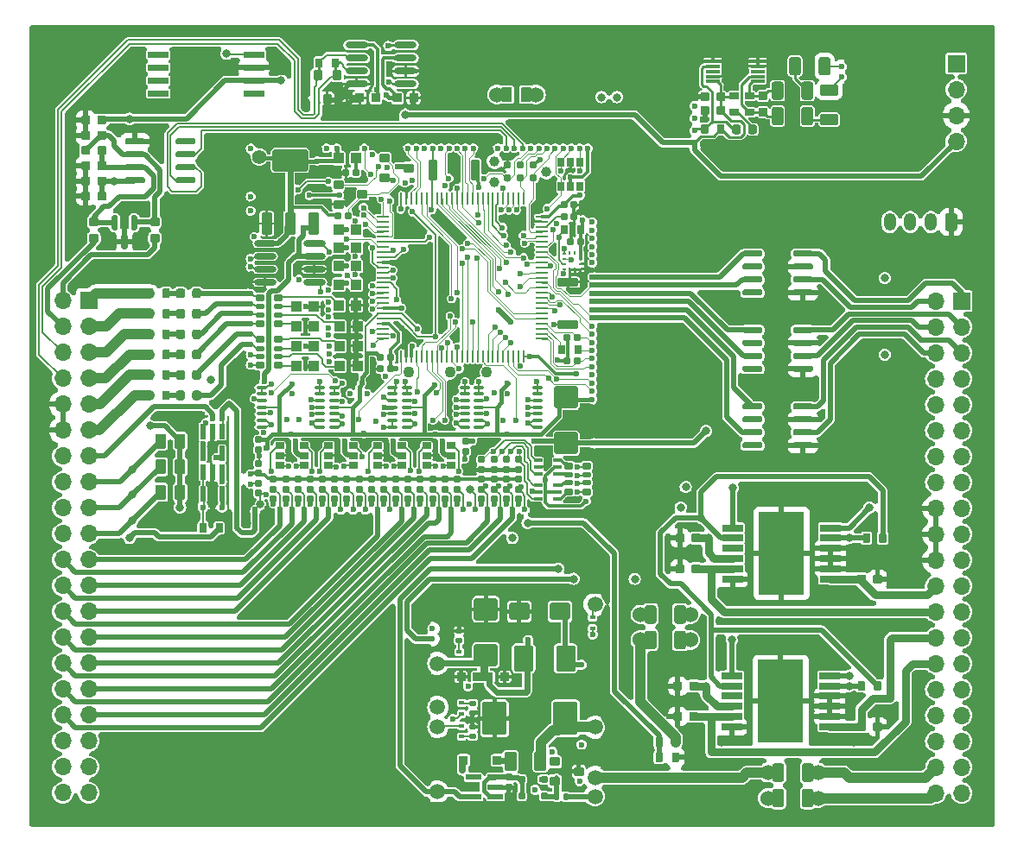
<source format=gtl>
G75*
G70*
%OFA0B0*%
%FSLAX25Y25*%
%IPPOS*%
%LPD*%
%AMOC8*
5,1,8,0,0,1.08239X$1,22.5*
%
%AMM1*
21,1,0.035430,0.030320,0.000000,0.000000,180.000000*
21,1,0.028350,0.037400,0.000000,0.000000,180.000000*
1,1,0.007090,-0.014170,0.015160*
1,1,0.007090,0.014170,0.015160*
1,1,0.007090,0.014170,-0.015160*
1,1,0.007090,-0.014170,-0.015160*
%
%AMM131*
21,1,0.086610,0.073230,-0.000000,-0.000000,90.000000*
21,1,0.069290,0.090550,-0.000000,-0.000000,90.000000*
1,1,0.017320,0.036610,0.034650*
1,1,0.017320,0.036610,-0.034650*
1,1,0.017320,-0.036610,-0.034650*
1,1,0.017320,-0.036610,0.034650*
%
%AMM132*
21,1,0.094490,0.111020,-0.000000,-0.000000,180.000000*
21,1,0.075590,0.129920,-0.000000,-0.000000,180.000000*
1,1,0.018900,-0.037800,0.055510*
1,1,0.018900,0.037800,0.055510*
1,1,0.018900,0.037800,-0.055510*
1,1,0.018900,-0.037800,-0.055510*
%
%AMM133*
21,1,0.074800,0.083460,-0.000000,-0.000000,180.000000*
21,1,0.059840,0.098430,-0.000000,-0.000000,180.000000*
1,1,0.014960,-0.029920,0.041730*
1,1,0.014960,0.029920,0.041730*
1,1,0.014960,0.029920,-0.041730*
1,1,0.014960,-0.029920,-0.041730*
%
%AMM134*
21,1,0.078740,0.053540,-0.000000,-0.000000,0.000000*
21,1,0.065350,0.066930,-0.000000,-0.000000,0.000000*
1,1,0.013390,0.032680,-0.026770*
1,1,0.013390,-0.032680,-0.026770*
1,1,0.013390,-0.032680,0.026770*
1,1,0.013390,0.032680,0.026770*
%
%AMM135*
21,1,0.035430,0.030320,-0.000000,-0.000000,270.000000*
21,1,0.028350,0.037400,-0.000000,-0.000000,270.000000*
1,1,0.007090,-0.015160,-0.014170*
1,1,0.007090,-0.015160,0.014170*
1,1,0.007090,0.015160,0.014170*
1,1,0.007090,0.015160,-0.014170*
%
%AMM136*
21,1,0.021650,0.052760,-0.000000,-0.000000,90.000000*
21,1,0.017320,0.057090,-0.000000,-0.000000,90.000000*
1,1,0.004330,0.026380,0.008660*
1,1,0.004330,0.026380,-0.008660*
1,1,0.004330,-0.026380,-0.008660*
1,1,0.004330,-0.026380,0.008660*
%
%AMM137*
21,1,0.035830,0.026770,-0.000000,-0.000000,180.000000*
21,1,0.029130,0.033470,-0.000000,-0.000000,180.000000*
1,1,0.006690,-0.014570,0.013390*
1,1,0.006690,0.014570,0.013390*
1,1,0.006690,0.014570,-0.013390*
1,1,0.006690,-0.014570,-0.013390*
%
%AMM138*
21,1,0.070870,0.036220,-0.000000,-0.000000,270.000000*
21,1,0.061810,0.045280,-0.000000,-0.000000,270.000000*
1,1,0.009060,-0.018110,-0.030910*
1,1,0.009060,-0.018110,0.030910*
1,1,0.009060,0.018110,0.030910*
1,1,0.009060,0.018110,-0.030910*
%
%AMM139*
21,1,0.033470,0.026770,-0.000000,-0.000000,180.000000*
21,1,0.026770,0.033470,-0.000000,-0.000000,180.000000*
1,1,0.006690,-0.013390,0.013390*
1,1,0.006690,0.013390,0.013390*
1,1,0.006690,0.013390,-0.013390*
1,1,0.006690,-0.013390,-0.013390*
%
%AMM140*
21,1,0.015750,0.016540,-0.000000,-0.000000,90.000000*
21,1,0.012600,0.019680,-0.000000,-0.000000,90.000000*
1,1,0.003150,0.008270,0.006300*
1,1,0.003150,0.008270,-0.006300*
1,1,0.003150,-0.008270,-0.006300*
1,1,0.003150,-0.008270,0.006300*
%
%AMM141*
21,1,0.023620,0.018900,-0.000000,-0.000000,270.000000*
21,1,0.018900,0.023620,-0.000000,-0.000000,270.000000*
1,1,0.004720,-0.009450,-0.009450*
1,1,0.004720,-0.009450,0.009450*
1,1,0.004720,0.009450,0.009450*
1,1,0.004720,0.009450,-0.009450*
%
%AMM142*
21,1,0.019680,0.019680,-0.000000,-0.000000,180.000000*
21,1,0.015750,0.023620,-0.000000,-0.000000,180.000000*
1,1,0.003940,-0.007870,0.009840*
1,1,0.003940,0.007870,0.009840*
1,1,0.003940,0.007870,-0.009840*
1,1,0.003940,-0.007870,-0.009840*
%
%AMM143*
21,1,0.019680,0.019680,-0.000000,-0.000000,90.000000*
21,1,0.015750,0.023620,-0.000000,-0.000000,90.000000*
1,1,0.003940,0.009840,0.007870*
1,1,0.003940,0.009840,-0.007870*
1,1,0.003940,-0.009840,-0.007870*
1,1,0.003940,-0.009840,0.007870*
%
%AMM167*
21,1,0.021650,0.052760,0.000000,-0.000000,180.000000*
21,1,0.017320,0.057090,0.000000,-0.000000,180.000000*
1,1,0.004330,-0.008660,0.026380*
1,1,0.004330,0.008660,0.026380*
1,1,0.004330,0.008660,-0.026380*
1,1,0.004330,-0.008660,-0.026380*
%
%AMM2*
21,1,0.033470,0.026770,0.000000,0.000000,0.000000*
21,1,0.026770,0.033470,0.000000,0.000000,0.000000*
1,1,0.006690,0.013390,-0.013390*
1,1,0.006690,-0.013390,-0.013390*
1,1,0.006690,-0.013390,0.013390*
1,1,0.006690,0.013390,0.013390*
%
%AMM3*
21,1,0.027560,0.030710,0.000000,0.000000,180.000000*
21,1,0.022050,0.036220,0.000000,0.000000,180.000000*
1,1,0.005510,-0.011020,0.015350*
1,1,0.005510,0.011020,0.015350*
1,1,0.005510,0.011020,-0.015350*
1,1,0.005510,-0.011020,-0.015350*
%
%AMM41*
21,1,0.025590,0.026380,0.000000,0.000000,270.000000*
21,1,0.020470,0.031500,0.000000,0.000000,270.000000*
1,1,0.005120,-0.013190,-0.010240*
1,1,0.005120,-0.013190,0.010240*
1,1,0.005120,0.013190,0.010240*
1,1,0.005120,0.013190,-0.010240*
%
%AMM42*
21,1,0.017720,0.027950,0.000000,0.000000,270.000000*
21,1,0.014170,0.031500,0.000000,0.000000,270.000000*
1,1,0.003540,-0.013980,-0.007090*
1,1,0.003540,-0.013980,0.007090*
1,1,0.003540,0.013980,0.007090*
1,1,0.003540,0.013980,-0.007090*
%
%AMM43*
21,1,0.012600,0.028980,0.000000,0.000000,90.000000*
21,1,0.010080,0.031500,0.000000,0.000000,90.000000*
1,1,0.002520,0.014490,0.005040*
1,1,0.002520,0.014490,-0.005040*
1,1,0.002520,-0.014490,-0.005040*
1,1,0.002520,-0.014490,0.005040*
%
%AMM44*
21,1,0.023620,0.030710,0.000000,0.000000,180.000000*
21,1,0.018900,0.035430,0.000000,0.000000,180.000000*
1,1,0.004720,-0.009450,0.015350*
1,1,0.004720,0.009450,0.015350*
1,1,0.004720,0.009450,-0.015350*
1,1,0.004720,-0.009450,-0.015350*
%
%AMM45*
21,1,0.027560,0.018900,0.000000,0.000000,90.000000*
21,1,0.022840,0.023620,0.000000,0.000000,90.000000*
1,1,0.004720,0.009450,0.011420*
1,1,0.004720,0.009450,-0.011420*
1,1,0.004720,-0.009450,-0.011420*
1,1,0.004720,-0.009450,0.011420*
%
%AMM46*
21,1,0.031500,0.072440,0.000000,0.000000,90.000000*
21,1,0.025200,0.078740,0.000000,0.000000,90.000000*
1,1,0.006300,0.036220,0.012600*
1,1,0.006300,0.036220,-0.012600*
1,1,0.006300,-0.036220,-0.012600*
1,1,0.006300,-0.036220,0.012600*
%
%AMM47*
21,1,0.027560,0.018900,0.000000,0.000000,180.000000*
21,1,0.022840,0.023620,0.000000,0.000000,180.000000*
1,1,0.004720,-0.011420,0.009450*
1,1,0.004720,0.011420,0.009450*
1,1,0.004720,0.011420,-0.009450*
1,1,0.004720,-0.011420,-0.009450*
%
%AMM48*
21,1,0.023620,0.030710,0.000000,0.000000,270.000000*
21,1,0.018900,0.035430,0.000000,0.000000,270.000000*
1,1,0.004720,-0.015350,-0.009450*
1,1,0.004720,-0.015350,0.009450*
1,1,0.004720,0.015350,0.009450*
1,1,0.004720,0.015350,-0.009450*
%
%AMM49*
21,1,0.035430,0.030320,0.000000,0.000000,270.000000*
21,1,0.028350,0.037400,0.000000,0.000000,270.000000*
1,1,0.007090,-0.015160,-0.014170*
1,1,0.007090,-0.015160,0.014170*
1,1,0.007090,0.015160,0.014170*
1,1,0.007090,0.015160,-0.014170*
%
%AMM50*
21,1,0.043310,0.075980,0.000000,0.000000,0.000000*
21,1,0.034650,0.084650,0.000000,0.000000,0.000000*
1,1,0.008660,0.017320,-0.037990*
1,1,0.008660,-0.017320,-0.037990*
1,1,0.008660,-0.017320,0.037990*
1,1,0.008660,0.017320,0.037990*
%
%AMM51*
21,1,0.039370,0.035430,0.000000,0.000000,0.000000*
21,1,0.031500,0.043310,0.000000,0.000000,0.000000*
1,1,0.007870,0.015750,-0.017720*
1,1,0.007870,-0.015750,-0.017720*
1,1,0.007870,-0.015750,0.017720*
1,1,0.007870,0.015750,0.017720*
%
%AMM52*
21,1,0.027560,0.030710,0.000000,0.000000,0.000000*
21,1,0.022050,0.036220,0.000000,0.000000,0.000000*
1,1,0.005510,0.011020,-0.015350*
1,1,0.005510,-0.011020,-0.015350*
1,1,0.005510,-0.011020,0.015350*
1,1,0.005510,0.011020,0.015350*
%
%AMM53*
21,1,0.031500,0.072440,0.000000,0.000000,0.000000*
21,1,0.025200,0.078740,0.000000,0.000000,0.000000*
1,1,0.006300,0.012600,-0.036220*
1,1,0.006300,-0.012600,-0.036220*
1,1,0.006300,-0.012600,0.036220*
1,1,0.006300,0.012600,0.036220*
%
%AMM54*
21,1,0.137800,0.067720,0.000000,0.000000,0.000000*
21,1,0.120870,0.084650,0.000000,0.000000,0.000000*
1,1,0.016930,0.060430,-0.033860*
1,1,0.016930,-0.060430,-0.033860*
1,1,0.016930,-0.060430,0.033860*
1,1,0.016930,0.060430,0.033860*
%
%AMM55*
21,1,0.043310,0.075990,0.000000,0.000000,0.000000*
21,1,0.034650,0.084650,0.000000,0.000000,0.000000*
1,1,0.008660,0.017320,-0.037990*
1,1,0.008660,-0.017320,-0.037990*
1,1,0.008660,-0.017320,0.037990*
1,1,0.008660,0.017320,0.037990*
%
%AMM56*
21,1,0.086610,0.073230,0.000000,0.000000,90.000000*
21,1,0.069290,0.090550,0.000000,0.000000,90.000000*
1,1,0.017320,0.036610,0.034650*
1,1,0.017320,0.036610,-0.034650*
1,1,0.017320,-0.036610,-0.034650*
1,1,0.017320,-0.036610,0.034650*
%
%ADD10C,0.05906*%
%ADD11C,0.02362*%
%ADD12O,0.00787X0.12992*%
%ADD125C,0.01850*%
%ADD126R,0.05512X0.01181*%
%ADD128M41*%
%ADD129M42*%
%ADD13O,0.00787X0.40157*%
%ADD130M43*%
%ADD131O,0.04724X0.00866*%
%ADD132O,0.00866X0.04724*%
%ADD133O,0.04331X0.01181*%
%ADD134M44*%
%ADD135M45*%
%ADD136R,0.01378X0.00984*%
%ADD137R,0.00984X0.01378*%
%ADD138M46*%
%ADD139M47*%
%ADD14O,0.00787X0.01181*%
%ADD140M48*%
%ADD141M49*%
%ADD142M50*%
%ADD143M51*%
%ADD144M52*%
%ADD145M53*%
%ADD146M54*%
%ADD147M55*%
%ADD148M56*%
%ADD149C,0.03100*%
%ADD15O,0.66929X0.00787*%
%ADD150C,0.01260*%
%ADD151C,0.04331*%
%ADD152C,0.03900*%
%ADD153C,0.05512*%
%ADD16O,0.60630X0.00787*%
%ADD17O,0.00787X0.18898*%
%ADD18O,0.00787X0.10236*%
%ADD19O,0.00787X0.03937*%
%ADD20O,0.00787X0.05906*%
%ADD21R,0.06693X0.06693*%
%ADD22O,0.06693X0.06693*%
%ADD23O,0.04724X0.06890*%
%ADD24R,0.07874X0.02559*%
%ADD25R,0.17717X0.31890*%
%ADD26O,0.04823X0.00787*%
%ADD262M131*%
%ADD263M132*%
%ADD264M133*%
%ADD265M134*%
%ADD266M135*%
%ADD267M136*%
%ADD268M137*%
%ADD269M138*%
%ADD27O,0.00787X0.36614*%
%ADD270M139*%
%ADD271M140*%
%ADD272M141*%
%ADD273M142*%
%ADD274M143*%
%ADD28C,0.06000*%
%ADD29O,0.00787X0.22323*%
%ADD298M167*%
%ADD30O,0.43701X0.00787*%
%ADD31O,0.38583X0.01575*%
%ADD32O,0.01969X0.00984*%
%ADD33O,0.00787X0.26772*%
%ADD34O,0.00984X0.01969*%
%ADD35R,0.00787X0.14567*%
%ADD36R,0.00787X0.01575*%
%ADD37R,0.00787X0.06299*%
%ADD38R,0.00787X0.38189*%
%ADD39R,0.00787X0.09055*%
%ADD40R,0.05512X0.00787*%
%ADD41R,0.25197X0.00787*%
%ADD42R,0.06693X0.00787*%
%ADD43R,0.12992X0.00787*%
%ADD44R,0.00787X0.27559*%
%ADD45R,0.00787X0.12992*%
%ADD46R,0.00787X0.24803*%
%ADD47R,0.00984X0.24350*%
%ADD48R,0.00984X0.04390*%
%ADD49R,0.56201X0.00984*%
%ADD50R,0.59449X0.00984*%
%ADD51R,0.00984X0.20374*%
%ADD52C,0.03150*%
%ADD53C,0.01969*%
%ADD54C,0.00591*%
%ADD55C,0.03937*%
%ADD56C,0.00787*%
%ADD59C,0.00492*%
%ADD60C,0.01575*%
%ADD61C,0.00984*%
%ADD68M1*%
%ADD69O,0.08661X0.02362*%
%ADD70M2*%
%ADD71M3*%
%ADD72O,0.01968X0.00984*%
%ADD73O,0.00984X0.01968*%
%ADD74C,0.01181*%
%ADD83C,0.01968*%
%ADD96O,0.00787X0.40158*%
%ADD97C,0.02756*%
X0000000Y0000000D02*
%LPD*%
G01*
G36*
G01*
X0020807Y0266378D02*
X0020807Y0269055D01*
G75*
G02*
X0021142Y0269390I0000335J0000000D01*
G01*
X0023819Y0269390D01*
G75*
G02*
X0024154Y0269055I0000000J-000335D01*
G01*
X0024154Y0266378D01*
G75*
G02*
X0023819Y0266043I-000335J0000000D01*
G01*
X0021142Y0266043D01*
G75*
G02*
X0020807Y0266378I0000000J0000335D01*
G01*
G37*
G36*
G01*
X0027028Y0266378D02*
X0027028Y0269055D01*
G75*
G02*
X0027362Y0269390I0000335J0000000D01*
G01*
X0030039Y0269390D01*
G75*
G02*
X0030374Y0269055I0000000J-000335D01*
G01*
X0030374Y0266378D01*
G75*
G02*
X0030039Y0266043I-000335J0000000D01*
G01*
X0027362Y0266043D01*
G75*
G02*
X0027028Y0266378I0000000J0000335D01*
G01*
G37*
D10*
X0157972Y0014173D03*
X0157972Y0039370D03*
X0157972Y0046850D03*
X0157972Y0063780D03*
D11*
X0156201Y0073228D03*
X0156201Y0077165D03*
D12*
X0221555Y0029331D03*
D13*
X0221555Y0062795D03*
D14*
X0221555Y0090748D03*
D15*
X0188484Y0090945D03*
D16*
X0185335Y0009843D03*
D10*
X0157972Y0088386D03*
D14*
X0155413Y0010039D03*
D17*
X0155413Y0026575D03*
D18*
X0155413Y0055512D03*
D19*
X0155413Y0069291D03*
D20*
X0155413Y0082283D03*
D10*
X0218996Y0012402D03*
X0218996Y0019685D03*
X0218996Y0039173D03*
X0218996Y0086614D03*
G36*
G01*
X0057333Y0205684D02*
X0057333Y0207702D01*
G75*
G02*
X0058194Y0208563I0000861J0000000D01*
G01*
X0059916Y0208563D01*
G75*
G02*
X0060778Y0207702I0000000J-000861D01*
G01*
X0060778Y0205684D01*
G75*
G02*
X0059916Y0204823I-000861J0000000D01*
G01*
X0058194Y0204823D01*
G75*
G02*
X0057333Y0205684I0000000J0000861D01*
G01*
G37*
G36*
G01*
X0063533Y0205684D02*
X0063533Y0207702D01*
G75*
G02*
X0064395Y0208563I0000861J0000000D01*
G01*
X0066117Y0208563D01*
G75*
G02*
X0066978Y0207702I0000000J-000861D01*
G01*
X0066978Y0205684D01*
G75*
G02*
X0066117Y0204823I-000861J0000000D01*
G01*
X0064395Y0204823D01*
G75*
G02*
X0063533Y0205684I0000000J0000861D01*
G01*
G37*
D21*
X0358268Y0295433D03*
D22*
X0358268Y0285433D03*
X0358268Y0275433D03*
X0358268Y0265433D03*
G36*
G01*
X0026599Y0226329D02*
X0024582Y0226329D01*
G75*
G02*
X0023720Y0227190I0000000J0000861D01*
G01*
X0023720Y0228912D01*
G75*
G02*
X0024582Y0229774I0000861J0000000D01*
G01*
X0026599Y0229774D01*
G75*
G02*
X0027461Y0228912I0000000J-000861D01*
G01*
X0027461Y0227190D01*
G75*
G02*
X0026599Y0226329I-000861J0000000D01*
G01*
G37*
G36*
G01*
X0026599Y0232530D02*
X0024582Y0232530D01*
G75*
G02*
X0023720Y0233391I0000000J0000861D01*
G01*
X0023720Y0235113D01*
G75*
G02*
X0024582Y0235974I0000861J0000000D01*
G01*
X0026599Y0235974D01*
G75*
G02*
X0027461Y0235113I0000000J-000861D01*
G01*
X0027461Y0233391D01*
G75*
G02*
X0026599Y0232530I-000861J0000000D01*
G01*
G37*
G36*
G01*
X0322244Y0110669D02*
X0322244Y0113740D01*
G75*
G02*
X0322520Y0114016I0000276J0000000D01*
G01*
X0324724Y0114016D01*
G75*
G02*
X0325000Y0113740I0000000J-000276D01*
G01*
X0325000Y0110669D01*
G75*
G02*
X0324724Y0110394I-000276J0000000D01*
G01*
X0322520Y0110394D01*
G75*
G02*
X0322244Y0110669I0000000J0000276D01*
G01*
G37*
G36*
G01*
X0328543Y0110669D02*
X0328543Y0113740D01*
G75*
G02*
X0328819Y0114016I0000276J0000000D01*
G01*
X0331024Y0114016D01*
G75*
G02*
X0331299Y0113740I0000000J-000276D01*
G01*
X0331299Y0110669D01*
G75*
G02*
X0331024Y0110394I-000276J0000000D01*
G01*
X0328819Y0110394D01*
G75*
G02*
X0328543Y0110669I0000000J0000276D01*
G01*
G37*
G36*
G01*
X0358661Y0236713D02*
X0358661Y0231791D01*
G75*
G02*
X0357677Y0230807I-000984J0000000D01*
G01*
X0354921Y0230807D01*
G75*
G02*
X0353937Y0231791I0000000J0000984D01*
G01*
X0353937Y0236713D01*
G75*
G02*
X0354921Y0237697I0000984J0000000D01*
G01*
X0357677Y0237697D01*
G75*
G02*
X0358661Y0236713I0000000J-000984D01*
G01*
G37*
D23*
X0348425Y0234252D03*
X0340551Y0234252D03*
X0332677Y0234252D03*
D24*
X0271949Y0116142D03*
X0271949Y0112205D03*
X0271949Y0108268D03*
X0271949Y0104331D03*
X0271949Y0100394D03*
X0271949Y0096457D03*
X0309744Y0096457D03*
X0309744Y0100394D03*
X0309744Y0104331D03*
X0309744Y0108268D03*
X0309744Y0112205D03*
X0309744Y0116142D03*
D25*
X0290846Y0106299D03*
G36*
G01*
X0020807Y0248780D02*
X0020807Y0251457D01*
G75*
G02*
X0021142Y0251791I0000335J0000000D01*
G01*
X0023819Y0251791D01*
G75*
G02*
X0024154Y0251457I0000000J-000335D01*
G01*
X0024154Y0248780D01*
G75*
G02*
X0023819Y0248445I-000335J0000000D01*
G01*
X0021142Y0248445D01*
G75*
G02*
X0020807Y0248780I0000000J0000335D01*
G01*
G37*
G36*
G01*
X0027028Y0248780D02*
X0027028Y0251457D01*
G75*
G02*
X0027362Y0251791I0000335J0000000D01*
G01*
X0030039Y0251791D01*
G75*
G02*
X0030374Y0251457I0000000J-000335D01*
G01*
X0030374Y0248780D01*
G75*
G02*
X0030039Y0248445I-000335J0000000D01*
G01*
X0027362Y0248445D01*
G75*
G02*
X0027028Y0248780I0000000J0000335D01*
G01*
G37*
G36*
G01*
X0049409Y0127438D02*
X0049409Y0132359D01*
G75*
G02*
X0049803Y0132753I0000394J0000000D01*
G01*
X0052953Y0132753D01*
G75*
G02*
X0053346Y0132359I0000000J-000394D01*
G01*
X0053346Y0127438D01*
G75*
G02*
X0052953Y0127044I-000394J0000000D01*
G01*
X0049803Y0127044D01*
G75*
G02*
X0049409Y0127438I0000000J0000394D01*
G01*
G37*
G36*
G01*
X0056890Y0127438D02*
X0056890Y0132359D01*
G75*
G02*
X0057284Y0132753I0000394J0000000D01*
G01*
X0060433Y0132753D01*
G75*
G02*
X0060827Y0132359I0000000J-000394D01*
G01*
X0060827Y0127438D01*
G75*
G02*
X0060433Y0127044I-000394J0000000D01*
G01*
X0057284Y0127044D01*
G75*
G02*
X0056890Y0127438I0000000J0000394D01*
G01*
G37*
G36*
G01*
X0020807Y0260591D02*
X0020807Y0263268D01*
G75*
G02*
X0021142Y0263602I0000335J0000000D01*
G01*
X0023819Y0263602D01*
G75*
G02*
X0024154Y0263268I0000000J-000335D01*
G01*
X0024154Y0260591D01*
G75*
G02*
X0023819Y0260256I-000335J0000000D01*
G01*
X0021142Y0260256D01*
G75*
G02*
X0020807Y0260591I0000000J0000335D01*
G01*
G37*
G36*
G01*
X0027028Y0260591D02*
X0027028Y0263268D01*
G75*
G02*
X0027362Y0263602I0000335J0000000D01*
G01*
X0030039Y0263602D01*
G75*
G02*
X0030374Y0263268I0000000J-000335D01*
G01*
X0030374Y0260591D01*
G75*
G02*
X0030039Y0260256I-000335J0000000D01*
G01*
X0027362Y0260256D01*
G75*
G02*
X0027028Y0260591I0000000J0000335D01*
G01*
G37*
G36*
G01*
X0020807Y0254685D02*
X0020807Y0257362D01*
G75*
G02*
X0021142Y0257697I0000335J0000000D01*
G01*
X0023819Y0257697D01*
G75*
G02*
X0024154Y0257362I0000000J-000335D01*
G01*
X0024154Y0254685D01*
G75*
G02*
X0023819Y0254350I-000335J0000000D01*
G01*
X0021142Y0254350D01*
G75*
G02*
X0020807Y0254685I0000000J0000335D01*
G01*
G37*
G36*
G01*
X0027028Y0254685D02*
X0027028Y0257362D01*
G75*
G02*
X0027362Y0257697I0000335J0000000D01*
G01*
X0030039Y0257697D01*
G75*
G02*
X0030374Y0257362I0000000J-000335D01*
G01*
X0030374Y0254685D01*
G75*
G02*
X0030039Y0254350I-000335J0000000D01*
G01*
X0027362Y0254350D01*
G75*
G02*
X0027028Y0254685I0000000J0000335D01*
G01*
G37*
G36*
G01*
X0049409Y0137292D02*
X0049409Y0142213D01*
G75*
G02*
X0049803Y0142607I0000394J0000000D01*
G01*
X0052953Y0142607D01*
G75*
G02*
X0053346Y0142213I0000000J-000394D01*
G01*
X0053346Y0137292D01*
G75*
G02*
X0052953Y0136898I-000394J0000000D01*
G01*
X0049803Y0136898D01*
G75*
G02*
X0049409Y0137292I0000000J0000394D01*
G01*
G37*
G36*
G01*
X0056890Y0137292D02*
X0056890Y0142213D01*
G75*
G02*
X0057284Y0142607I0000394J0000000D01*
G01*
X0060433Y0142607D01*
G75*
G02*
X0060827Y0142213I0000000J-000394D01*
G01*
X0060827Y0137292D01*
G75*
G02*
X0060433Y0136898I-000394J0000000D01*
G01*
X0057284Y0136898D01*
G75*
G02*
X0056890Y0137292I0000000J0000394D01*
G01*
G37*
D11*
X0075098Y0124114D03*
D26*
X0067323Y0159154D03*
D27*
X0077461Y0141240D03*
X0065256Y0141240D03*
D11*
X0071358Y0124114D03*
X0067618Y0124114D03*
X0071555Y0158366D03*
X0075098Y0158366D03*
D24*
X0271654Y0059055D03*
X0271654Y0055118D03*
X0271654Y0051181D03*
X0271654Y0047244D03*
X0271654Y0043307D03*
X0271654Y0039370D03*
X0309449Y0039370D03*
X0309449Y0043307D03*
X0309449Y0047244D03*
X0309449Y0051181D03*
X0309449Y0055118D03*
X0309449Y0059055D03*
D25*
X0290551Y0049213D03*
G36*
G01*
X0045817Y0197283D02*
X0045817Y0200354D01*
G75*
G02*
X0046093Y0200630I0000276J0000000D01*
G01*
X0048297Y0200630D01*
G75*
G02*
X0048573Y0200354I0000000J-000276D01*
G01*
X0048573Y0197283D01*
G75*
G02*
X0048297Y0197008I-000276J0000000D01*
G01*
X0046093Y0197008D01*
G75*
G02*
X0045817Y0197283I0000000J0000276D01*
G01*
G37*
G36*
G01*
X0052116Y0197283D02*
X0052116Y0200354D01*
G75*
G02*
X0052392Y0200630I0000276J0000000D01*
G01*
X0054596Y0200630D01*
G75*
G02*
X0054872Y0200354I0000000J-000276D01*
G01*
X0054872Y0197283D01*
G75*
G02*
X0054596Y0197008I-000276J0000000D01*
G01*
X0052392Y0197008D01*
G75*
G02*
X0052116Y0197283I0000000J0000276D01*
G01*
G37*
G36*
G01*
X0329587Y0097795D02*
X0329587Y0095118D01*
G75*
G02*
X0329252Y0094783I-000335J0000000D01*
G01*
X0326575Y0094783D01*
G75*
G02*
X0326240Y0095118I0000000J0000335D01*
G01*
X0326240Y0097795D01*
G75*
G02*
X0326575Y0098130I0000335J0000000D01*
G01*
X0329252Y0098130D01*
G75*
G02*
X0329587Y0097795I0000000J-000335D01*
G01*
G37*
G36*
G01*
X0323366Y0097795D02*
X0323366Y0095118D01*
G75*
G02*
X0323031Y0094783I-000335J0000000D01*
G01*
X0320354Y0094783D01*
G75*
G02*
X0320020Y0095118I0000000J0000335D01*
G01*
X0320020Y0097795D01*
G75*
G02*
X0320354Y0098130I0000335J0000000D01*
G01*
X0323031Y0098130D01*
G75*
G02*
X0323366Y0097795I0000000J-000335D01*
G01*
G37*
G36*
G01*
X0020807Y0272283D02*
X0020807Y0274961D01*
G75*
G02*
X0021142Y0275295I0000335J0000000D01*
G01*
X0023819Y0275295D01*
G75*
G02*
X0024154Y0274961I0000000J-000335D01*
G01*
X0024154Y0272283D01*
G75*
G02*
X0023819Y0271949I-000335J0000000D01*
G01*
X0021142Y0271949D01*
G75*
G02*
X0020807Y0272283I0000000J0000335D01*
G01*
G37*
G36*
G01*
X0027028Y0272283D02*
X0027028Y0274961D01*
G75*
G02*
X0027362Y0275295I0000335J0000000D01*
G01*
X0030039Y0275295D01*
G75*
G02*
X0030374Y0274961I0000000J-000335D01*
G01*
X0030374Y0272283D01*
G75*
G02*
X0030039Y0271949I-000335J0000000D01*
G01*
X0027362Y0271949D01*
G75*
G02*
X0027028Y0272283I0000000J0000335D01*
G01*
G37*
G36*
G01*
X0249154Y0041969D02*
X0249154Y0044646D01*
G75*
G02*
X0249488Y0044980I0000335J0000000D01*
G01*
X0252165Y0044980D01*
G75*
G02*
X0252500Y0044646I0000000J-000335D01*
G01*
X0252500Y0041969D01*
G75*
G02*
X0252165Y0041634I-000335J0000000D01*
G01*
X0249488Y0041634D01*
G75*
G02*
X0249154Y0041969I0000000J0000335D01*
G01*
G37*
G36*
G01*
X0255374Y0041969D02*
X0255374Y0044646D01*
G75*
G02*
X0255709Y0044980I0000335J0000000D01*
G01*
X0258386Y0044980D01*
G75*
G02*
X0258720Y0044646I0000000J-000335D01*
G01*
X0258720Y0041969D01*
G75*
G02*
X0258386Y0041634I-000335J0000000D01*
G01*
X0255709Y0041634D01*
G75*
G02*
X0255374Y0041969I0000000J0000335D01*
G01*
G37*
D28*
X0304921Y0021654D03*
G36*
G01*
X0299626Y0025197D02*
X0302343Y0025197D01*
G75*
G02*
X0303248Y0024291I0000000J-000906D01*
G01*
X0303248Y0019016D01*
G75*
G02*
X0302343Y0018110I-000906J0000000D01*
G01*
X0299626Y0018110D01*
G75*
G02*
X0298721Y0019016I0000000J0000906D01*
G01*
X0298721Y0024291D01*
G75*
G02*
X0299626Y0025197I0000906J0000000D01*
G01*
G37*
G36*
G01*
X0288209Y0025197D02*
X0290925Y0025197D01*
G75*
G02*
X0291831Y0024291I0000000J-000906D01*
G01*
X0291831Y0019016D01*
G75*
G02*
X0290925Y0018110I-000906J0000000D01*
G01*
X0288209Y0018110D01*
G75*
G02*
X0287303Y0019016I0000000J0000906D01*
G01*
X0287303Y0024291D01*
G75*
G02*
X0288209Y0025197I0000906J0000000D01*
G01*
G37*
X0285630Y0021654D03*
G36*
G01*
X0037598Y0264783D02*
X0037598Y0265965D01*
G75*
G02*
X0038189Y0266555I0000591J0000000D01*
G01*
X0044685Y0266555D01*
G75*
G02*
X0045276Y0265965I0000000J-000591D01*
G01*
X0045276Y0264783D01*
G75*
G02*
X0044685Y0264193I-000591J0000000D01*
G01*
X0038189Y0264193D01*
G75*
G02*
X0037598Y0264783I0000000J0000591D01*
G01*
G37*
G36*
G01*
X0037598Y0259783D02*
X0037598Y0260965D01*
G75*
G02*
X0038189Y0261555I0000591J0000000D01*
G01*
X0044685Y0261555D01*
G75*
G02*
X0045276Y0260965I0000000J-000591D01*
G01*
X0045276Y0259783D01*
G75*
G02*
X0044685Y0259193I-000591J0000000D01*
G01*
X0038189Y0259193D01*
G75*
G02*
X0037598Y0259783I0000000J0000591D01*
G01*
G37*
G36*
G01*
X0037598Y0254783D02*
X0037598Y0255965D01*
G75*
G02*
X0038189Y0256555I0000591J0000000D01*
G01*
X0044685Y0256555D01*
G75*
G02*
X0045276Y0255965I0000000J-000591D01*
G01*
X0045276Y0254783D01*
G75*
G02*
X0044685Y0254193I-000591J0000000D01*
G01*
X0038189Y0254193D01*
G75*
G02*
X0037598Y0254783I0000000J0000591D01*
G01*
G37*
G36*
G01*
X0037598Y0249783D02*
X0037598Y0250965D01*
G75*
G02*
X0038189Y0251555I0000591J0000000D01*
G01*
X0044685Y0251555D01*
G75*
G02*
X0045276Y0250965I0000000J-000591D01*
G01*
X0045276Y0249783D01*
G75*
G02*
X0044685Y0249193I-000591J0000000D01*
G01*
X0038189Y0249193D01*
G75*
G02*
X0037598Y0249783I0000000J0000591D01*
G01*
G37*
G36*
G01*
X0057087Y0249783D02*
X0057087Y0250965D01*
G75*
G02*
X0057677Y0251555I0000591J0000000D01*
G01*
X0064173Y0251555D01*
G75*
G02*
X0064764Y0250965I0000000J-000591D01*
G01*
X0064764Y0249783D01*
G75*
G02*
X0064173Y0249193I-000591J0000000D01*
G01*
X0057677Y0249193D01*
G75*
G02*
X0057087Y0249783I0000000J0000591D01*
G01*
G37*
G36*
G01*
X0057087Y0254783D02*
X0057087Y0255965D01*
G75*
G02*
X0057677Y0256555I0000591J0000000D01*
G01*
X0064173Y0256555D01*
G75*
G02*
X0064764Y0255965I0000000J-000591D01*
G01*
X0064764Y0254783D01*
G75*
G02*
X0064173Y0254193I-000591J0000000D01*
G01*
X0057677Y0254193D01*
G75*
G02*
X0057087Y0254783I0000000J0000591D01*
G01*
G37*
G36*
G01*
X0057087Y0259783D02*
X0057087Y0260965D01*
G75*
G02*
X0057677Y0261555I0000591J0000000D01*
G01*
X0064173Y0261555D01*
G75*
G02*
X0064764Y0260965I0000000J-000591D01*
G01*
X0064764Y0259783D01*
G75*
G02*
X0064173Y0259193I-000591J0000000D01*
G01*
X0057677Y0259193D01*
G75*
G02*
X0057087Y0259783I0000000J0000591D01*
G01*
G37*
G36*
G01*
X0057087Y0264783D02*
X0057087Y0265965D01*
G75*
G02*
X0057677Y0266555I0000591J0000000D01*
G01*
X0064173Y0266555D01*
G75*
G02*
X0064764Y0265965I0000000J-000591D01*
G01*
X0064764Y0264783D01*
G75*
G02*
X0064173Y0264193I-000591J0000000D01*
G01*
X0057677Y0264193D01*
G75*
G02*
X0057087Y0264783I0000000J0000591D01*
G01*
G37*
G36*
G01*
X0040551Y0236909D02*
X0041732Y0236909D01*
G75*
G02*
X0042323Y0236319I0000000J-000591D01*
G01*
X0042323Y0231693D01*
G75*
G02*
X0041732Y0231102I-000591J0000000D01*
G01*
X0040551Y0231102D01*
G75*
G02*
X0039961Y0231693I0000000J0000591D01*
G01*
X0039961Y0236319D01*
G75*
G02*
X0040551Y0236909I0000591J0000000D01*
G01*
G37*
G36*
G01*
X0033071Y0236909D02*
X0034252Y0236909D01*
G75*
G02*
X0034843Y0236319I0000000J-000591D01*
G01*
X0034843Y0231693D01*
G75*
G02*
X0034252Y0231102I-000591J0000000D01*
G01*
X0033071Y0231102D01*
G75*
G02*
X0032480Y0231693I0000000J0000591D01*
G01*
X0032480Y0236319D01*
G75*
G02*
X0033071Y0236909I0000591J0000000D01*
G01*
G37*
G36*
G01*
X0036811Y0229528D02*
X0037992Y0229528D01*
G75*
G02*
X0038583Y0228937I0000000J-000591D01*
G01*
X0038583Y0224311D01*
G75*
G02*
X0037992Y0223720I-000591J0000000D01*
G01*
X0036811Y0223720D01*
G75*
G02*
X0036220Y0224311I0000000J0000591D01*
G01*
X0036220Y0228937D01*
G75*
G02*
X0036811Y0229528I0000591J0000000D01*
G01*
G37*
G36*
G01*
X0275787Y0221476D02*
X0275787Y0222657D01*
G75*
G02*
X0276378Y0223248I0000591J0000000D01*
G01*
X0282874Y0223248D01*
G75*
G02*
X0283465Y0222657I0000000J-000591D01*
G01*
X0283465Y0221476D01*
G75*
G02*
X0282874Y0220886I-000591J0000000D01*
G01*
X0276378Y0220886D01*
G75*
G02*
X0275787Y0221476I0000000J0000591D01*
G01*
G37*
G36*
G01*
X0275787Y0216476D02*
X0275787Y0217657D01*
G75*
G02*
X0276378Y0218248I0000591J0000000D01*
G01*
X0282874Y0218248D01*
G75*
G02*
X0283465Y0217657I0000000J-000591D01*
G01*
X0283465Y0216476D01*
G75*
G02*
X0282874Y0215886I-000591J0000000D01*
G01*
X0276378Y0215886D01*
G75*
G02*
X0275787Y0216476I0000000J0000591D01*
G01*
G37*
G36*
G01*
X0275787Y0211476D02*
X0275787Y0212657D01*
G75*
G02*
X0276378Y0213248I0000591J0000000D01*
G01*
X0282874Y0213248D01*
G75*
G02*
X0283465Y0212657I0000000J-000591D01*
G01*
X0283465Y0211476D01*
G75*
G02*
X0282874Y0210886I-000591J0000000D01*
G01*
X0276378Y0210886D01*
G75*
G02*
X0275787Y0211476I0000000J0000591D01*
G01*
G37*
G36*
G01*
X0275787Y0206476D02*
X0275787Y0207657D01*
G75*
G02*
X0276378Y0208248I0000591J0000000D01*
G01*
X0282874Y0208248D01*
G75*
G02*
X0283465Y0207657I0000000J-000591D01*
G01*
X0283465Y0206476D01*
G75*
G02*
X0282874Y0205886I-000591J0000000D01*
G01*
X0276378Y0205886D01*
G75*
G02*
X0275787Y0206476I0000000J0000591D01*
G01*
G37*
G36*
G01*
X0295276Y0206476D02*
X0295276Y0207657D01*
G75*
G02*
X0295866Y0208248I0000591J0000000D01*
G01*
X0302362Y0208248D01*
G75*
G02*
X0302953Y0207657I0000000J-000591D01*
G01*
X0302953Y0206476D01*
G75*
G02*
X0302362Y0205886I-000591J0000000D01*
G01*
X0295866Y0205886D01*
G75*
G02*
X0295276Y0206476I0000000J0000591D01*
G01*
G37*
G36*
G01*
X0295276Y0211476D02*
X0295276Y0212657D01*
G75*
G02*
X0295866Y0213248I0000591J0000000D01*
G01*
X0302362Y0213248D01*
G75*
G02*
X0302953Y0212657I0000000J-000591D01*
G01*
X0302953Y0211476D01*
G75*
G02*
X0302362Y0210886I-000591J0000000D01*
G01*
X0295866Y0210886D01*
G75*
G02*
X0295276Y0211476I0000000J0000591D01*
G01*
G37*
G36*
G01*
X0295276Y0216476D02*
X0295276Y0217657D01*
G75*
G02*
X0295866Y0218248I0000591J0000000D01*
G01*
X0302362Y0218248D01*
G75*
G02*
X0302953Y0217657I0000000J-000591D01*
G01*
X0302953Y0216476D01*
G75*
G02*
X0302362Y0215886I-000591J0000000D01*
G01*
X0295866Y0215886D01*
G75*
G02*
X0295276Y0216476I0000000J0000591D01*
G01*
G37*
G36*
G01*
X0295276Y0221476D02*
X0295276Y0222657D01*
G75*
G02*
X0295866Y0223248I0000591J0000000D01*
G01*
X0302362Y0223248D01*
G75*
G02*
X0302953Y0222657I0000000J-000591D01*
G01*
X0302953Y0221476D01*
G75*
G02*
X0302362Y0220886I-000591J0000000D01*
G01*
X0295866Y0220886D01*
G75*
G02*
X0295276Y0221476I0000000J0000591D01*
G01*
G37*
G36*
G01*
X0050221Y0226329D02*
X0048204Y0226329D01*
G75*
G02*
X0047343Y0227190I0000000J0000861D01*
G01*
X0047343Y0228912D01*
G75*
G02*
X0048204Y0229774I0000861J0000000D01*
G01*
X0050221Y0229774D01*
G75*
G02*
X0051083Y0228912I0000000J-000861D01*
G01*
X0051083Y0227190D01*
G75*
G02*
X0050221Y0226329I-000861J0000000D01*
G01*
G37*
G36*
G01*
X0050221Y0232530D02*
X0048204Y0232530D01*
G75*
G02*
X0047343Y0233391I0000000J0000861D01*
G01*
X0047343Y0235113D01*
G75*
G02*
X0048204Y0235974I0000861J0000000D01*
G01*
X0050221Y0235974D01*
G75*
G02*
X0051083Y0235113I0000000J-000861D01*
G01*
X0051083Y0233391D01*
G75*
G02*
X0050221Y0232530I-000861J0000000D01*
G01*
G37*
G36*
G01*
X0275787Y0191949D02*
X0275787Y0193130D01*
G75*
G02*
X0276378Y0193720I0000591J0000000D01*
G01*
X0282874Y0193720D01*
G75*
G02*
X0283465Y0193130I0000000J-000591D01*
G01*
X0283465Y0191949D01*
G75*
G02*
X0282874Y0191358I-000591J0000000D01*
G01*
X0276378Y0191358D01*
G75*
G02*
X0275787Y0191949I0000000J0000591D01*
G01*
G37*
G36*
G01*
X0275787Y0186949D02*
X0275787Y0188130D01*
G75*
G02*
X0276378Y0188720I0000591J0000000D01*
G01*
X0282874Y0188720D01*
G75*
G02*
X0283465Y0188130I0000000J-000591D01*
G01*
X0283465Y0186949D01*
G75*
G02*
X0282874Y0186358I-000591J0000000D01*
G01*
X0276378Y0186358D01*
G75*
G02*
X0275787Y0186949I0000000J0000591D01*
G01*
G37*
G36*
G01*
X0275787Y0181949D02*
X0275787Y0183130D01*
G75*
G02*
X0276378Y0183720I0000591J0000000D01*
G01*
X0282874Y0183720D01*
G75*
G02*
X0283465Y0183130I0000000J-000591D01*
G01*
X0283465Y0181949D01*
G75*
G02*
X0282874Y0181358I-000591J0000000D01*
G01*
X0276378Y0181358D01*
G75*
G02*
X0275787Y0181949I0000000J0000591D01*
G01*
G37*
G36*
G01*
X0275787Y0176949D02*
X0275787Y0178130D01*
G75*
G02*
X0276378Y0178720I0000591J0000000D01*
G01*
X0282874Y0178720D01*
G75*
G02*
X0283465Y0178130I0000000J-000591D01*
G01*
X0283465Y0176949D01*
G75*
G02*
X0282874Y0176358I-000591J0000000D01*
G01*
X0276378Y0176358D01*
G75*
G02*
X0275787Y0176949I0000000J0000591D01*
G01*
G37*
G36*
G01*
X0295276Y0176949D02*
X0295276Y0178130D01*
G75*
G02*
X0295866Y0178720I0000591J0000000D01*
G01*
X0302362Y0178720D01*
G75*
G02*
X0302953Y0178130I0000000J-000591D01*
G01*
X0302953Y0176949D01*
G75*
G02*
X0302362Y0176358I-000591J0000000D01*
G01*
X0295866Y0176358D01*
G75*
G02*
X0295276Y0176949I0000000J0000591D01*
G01*
G37*
G36*
G01*
X0295276Y0181949D02*
X0295276Y0183130D01*
G75*
G02*
X0295866Y0183720I0000591J0000000D01*
G01*
X0302362Y0183720D01*
G75*
G02*
X0302953Y0183130I0000000J-000591D01*
G01*
X0302953Y0181949D01*
G75*
G02*
X0302362Y0181358I-000591J0000000D01*
G01*
X0295866Y0181358D01*
G75*
G02*
X0295276Y0181949I0000000J0000591D01*
G01*
G37*
G36*
G01*
X0295276Y0186949D02*
X0295276Y0188130D01*
G75*
G02*
X0295866Y0188720I0000591J0000000D01*
G01*
X0302362Y0188720D01*
G75*
G02*
X0302953Y0188130I0000000J-000591D01*
G01*
X0302953Y0186949D01*
G75*
G02*
X0302362Y0186358I-000591J0000000D01*
G01*
X0295866Y0186358D01*
G75*
G02*
X0295276Y0186949I0000000J0000591D01*
G01*
G37*
G36*
G01*
X0295276Y0191949D02*
X0295276Y0193130D01*
G75*
G02*
X0295866Y0193720I0000591J0000000D01*
G01*
X0302362Y0193720D01*
G75*
G02*
X0302953Y0193130I0000000J-000591D01*
G01*
X0302953Y0191949D01*
G75*
G02*
X0302362Y0191358I-000591J0000000D01*
G01*
X0295866Y0191358D01*
G75*
G02*
X0295276Y0191949I0000000J0000591D01*
G01*
G37*
D29*
X0108809Y0294170D03*
D30*
X0130364Y0304947D03*
D31*
X0133120Y0278963D03*
D32*
X0151329Y0278963D03*
D33*
X0152018Y0291808D03*
D34*
X0110581Y0279160D03*
X0112549Y0279160D03*
D11*
X0138337Y0283294D03*
X0134892Y0285361D03*
X0139518Y0288314D03*
X0139222Y0302290D03*
D11*
X0217716Y0148819D03*
X0217717Y0165748D03*
X0217717Y0168898D03*
X0217717Y0172047D03*
X0217717Y0175197D03*
X0217717Y0178346D03*
X0217717Y0181496D03*
X0217717Y0184646D03*
X0217717Y0187795D03*
X0217717Y0190945D03*
X0217717Y0194094D03*
X0217717Y0197244D03*
X0217717Y0200394D03*
X0217717Y0203543D03*
X0217717Y0206693D03*
X0217716Y0209842D03*
X0217717Y0212992D03*
X0217717Y0218504D03*
X0217717Y0221653D03*
X0217717Y0224803D03*
X0217717Y0227953D03*
X0217717Y0231102D03*
X0217717Y0234252D03*
D35*
X0085433Y0253346D03*
D36*
X0085433Y0241339D03*
D35*
X0085433Y0229331D03*
D37*
X0085433Y0211811D03*
D38*
X0085433Y0158071D03*
D39*
X0085433Y0126575D03*
D40*
X0092520Y0122441D03*
D41*
X0100787Y0263386D03*
D42*
X0124606Y0263386D03*
D43*
X0138386Y0263386D03*
D40*
X0176772Y0263386D03*
D41*
X0206299Y0122441D03*
D44*
X0218504Y0250000D03*
D36*
X0218504Y0215748D03*
D45*
X0218504Y0157283D03*
D46*
X0218504Y0134449D03*
D11*
X0216142Y0262598D03*
X0212992Y0262598D03*
X0209843Y0262598D03*
X0206693Y0262598D03*
X0203543Y0262598D03*
X0200394Y0262598D03*
X0197244Y0262598D03*
X0194094Y0262598D03*
X0190945Y0262598D03*
X0187795Y0262598D03*
X0184646Y0262598D03*
X0181496Y0262598D03*
X0172047Y0262598D03*
X0168898Y0262598D03*
X0165748Y0262598D03*
X0162598Y0262598D03*
X0159449Y0262598D03*
X0156299Y0262598D03*
X0153150Y0262598D03*
X0150000Y0262598D03*
X0146850Y0262598D03*
X0129921Y0262598D03*
X0119291Y0262598D03*
X0115354Y0262598D03*
X0086220Y0262598D03*
X0191732Y0123228D03*
X0187008Y0123228D03*
X0182283Y0123228D03*
X0177559Y0123228D03*
X0172835Y0123228D03*
X0168110Y0123228D03*
X0163386Y0123228D03*
X0158661Y0123228D03*
X0153937Y0123228D03*
X0149213Y0123228D03*
X0144488Y0123228D03*
X0139764Y0123228D03*
X0135039Y0123228D03*
X0130315Y0123228D03*
X0125591Y0123228D03*
X0120866Y0123228D03*
X0116142Y0123228D03*
X0111417Y0123228D03*
X0106693Y0123228D03*
X0101968Y0123228D03*
X0097244Y0123228D03*
X0087795Y0123228D03*
X0086220Y0133071D03*
X0086220Y0137008D03*
X0086220Y0179134D03*
X0086220Y0183071D03*
X0086220Y0187008D03*
X0086220Y0190945D03*
X0086220Y0194882D03*
X0086220Y0198819D03*
X0086220Y0202756D03*
X0086220Y0206693D03*
X0086220Y0216929D03*
X0086220Y0220079D03*
X0086220Y0238583D03*
X0086220Y0244094D03*
G36*
G01*
X0057333Y0189936D02*
X0057333Y0191954D01*
G75*
G02*
X0058194Y0192815I0000861J0000000D01*
G01*
X0059916Y0192815D01*
G75*
G02*
X0060778Y0191954I0000000J-000861D01*
G01*
X0060778Y0189936D01*
G75*
G02*
X0059916Y0189075I-000861J0000000D01*
G01*
X0058194Y0189075D01*
G75*
G02*
X0057333Y0189936I0000000J0000861D01*
G01*
G37*
G36*
G01*
X0063533Y0189936D02*
X0063533Y0191954D01*
G75*
G02*
X0064395Y0192815I0000861J0000000D01*
G01*
X0066117Y0192815D01*
G75*
G02*
X0066978Y0191954I0000000J-000861D01*
G01*
X0066978Y0189936D01*
G75*
G02*
X0066117Y0189075I-000861J0000000D01*
G01*
X0064395Y0189075D01*
G75*
G02*
X0063533Y0189936I0000000J0000861D01*
G01*
G37*
D28*
X0196102Y0283465D03*
G36*
G01*
X0194311Y0285925D02*
X0194311Y0281004D01*
G75*
G02*
X0193917Y0280610I-000394J0000000D01*
G01*
X0190768Y0280610D01*
G75*
G02*
X0190374Y0281004I0000000J0000394D01*
G01*
X0190374Y0285925D01*
G75*
G02*
X0190768Y0286319I0000394J0000000D01*
G01*
X0193917Y0286319D01*
G75*
G02*
X0194311Y0285925I0000000J-000394D01*
G01*
G37*
G36*
G01*
X0186831Y0285925D02*
X0186831Y0281004D01*
G75*
G02*
X0186437Y0280610I-000394J0000000D01*
G01*
X0183287Y0280610D01*
G75*
G02*
X0182894Y0281004I0000000J0000394D01*
G01*
X0182894Y0285925D01*
G75*
G02*
X0183287Y0286319I0000394J0000000D01*
G01*
X0186437Y0286319D01*
G75*
G02*
X0186831Y0285925I0000000J-000394D01*
G01*
G37*
X0181102Y0283465D03*
G36*
G01*
X0242323Y0031929D02*
X0242323Y0035000D01*
G75*
G02*
X0242598Y0035276I0000276J0000000D01*
G01*
X0244803Y0035276D01*
G75*
G02*
X0245079Y0035000I0000000J-000276D01*
G01*
X0245079Y0031929D01*
G75*
G02*
X0244803Y0031654I-000276J0000000D01*
G01*
X0242598Y0031654D01*
G75*
G02*
X0242323Y0031929I0000000J0000276D01*
G01*
G37*
G36*
G01*
X0248622Y0031929D02*
X0248622Y0035000D01*
G75*
G02*
X0248898Y0035276I0000276J0000000D01*
G01*
X0251102Y0035276D01*
G75*
G02*
X0251378Y0035000I0000000J-000276D01*
G01*
X0251378Y0031929D01*
G75*
G02*
X0251102Y0031654I-000276J0000000D01*
G01*
X0248898Y0031654D01*
G75*
G02*
X0248622Y0031929I0000000J0000276D01*
G01*
G37*
G36*
G01*
X0329587Y0040709D02*
X0329587Y0038031D01*
G75*
G02*
X0329252Y0037697I-000335J0000000D01*
G01*
X0326575Y0037697D01*
G75*
G02*
X0326240Y0038031I0000000J0000335D01*
G01*
X0326240Y0040709D01*
G75*
G02*
X0326575Y0041043I0000335J0000000D01*
G01*
X0329252Y0041043D01*
G75*
G02*
X0329587Y0040709I0000000J-000335D01*
G01*
G37*
G36*
G01*
X0323366Y0040709D02*
X0323366Y0038031D01*
G75*
G02*
X0323031Y0037697I-000335J0000000D01*
G01*
X0320354Y0037697D01*
G75*
G02*
X0320020Y0038031I0000000J0000335D01*
G01*
X0320020Y0040709D01*
G75*
G02*
X0320354Y0041043I0000335J0000000D01*
G01*
X0323031Y0041043D01*
G75*
G02*
X0323366Y0040709I0000000J-000335D01*
G01*
G37*
G36*
G01*
X0066339Y0114606D02*
X0066339Y0117677D01*
G75*
G02*
X0066614Y0117953I0000276J0000000D01*
G01*
X0068819Y0117953D01*
G75*
G02*
X0069094Y0117677I0000000J-000276D01*
G01*
X0069094Y0114606D01*
G75*
G02*
X0068819Y0114331I-000276J0000000D01*
G01*
X0066614Y0114331D01*
G75*
G02*
X0066339Y0114606I0000000J0000276D01*
G01*
G37*
G36*
G01*
X0072638Y0114606D02*
X0072638Y0117677D01*
G75*
G02*
X0072913Y0117953I0000276J0000000D01*
G01*
X0075118Y0117953D01*
G75*
G02*
X0075394Y0117677I0000000J-000276D01*
G01*
X0075394Y0114606D01*
G75*
G02*
X0075118Y0114331I-000276J0000000D01*
G01*
X0072913Y0114331D01*
G75*
G02*
X0072638Y0114606I0000000J0000276D01*
G01*
G37*
G36*
G01*
X0045817Y0205157D02*
X0045817Y0208228D01*
G75*
G02*
X0046093Y0208504I0000276J0000000D01*
G01*
X0048297Y0208504D01*
G75*
G02*
X0048573Y0208228I0000000J-000276D01*
G01*
X0048573Y0205157D01*
G75*
G02*
X0048297Y0204882I-000276J0000000D01*
G01*
X0046093Y0204882D01*
G75*
G02*
X0045817Y0205157I0000000J0000276D01*
G01*
G37*
G36*
G01*
X0052116Y0205157D02*
X0052116Y0208228D01*
G75*
G02*
X0052392Y0208504I0000276J0000000D01*
G01*
X0054596Y0208504D01*
G75*
G02*
X0054872Y0208228I0000000J-000276D01*
G01*
X0054872Y0205157D01*
G75*
G02*
X0054596Y0204882I-000276J0000000D01*
G01*
X0052392Y0204882D01*
G75*
G02*
X0052116Y0205157I0000000J0000276D01*
G01*
G37*
G36*
G01*
X0045817Y0181535D02*
X0045817Y0184606D01*
G75*
G02*
X0046093Y0184882I0000276J0000000D01*
G01*
X0048297Y0184882D01*
G75*
G02*
X0048573Y0184606I0000000J-000276D01*
G01*
X0048573Y0181535D01*
G75*
G02*
X0048297Y0181260I-000276J0000000D01*
G01*
X0046093Y0181260D01*
G75*
G02*
X0045817Y0181535I0000000J0000276D01*
G01*
G37*
G36*
G01*
X0052116Y0181535D02*
X0052116Y0184606D01*
G75*
G02*
X0052392Y0184882I0000276J0000000D01*
G01*
X0054596Y0184882D01*
G75*
G02*
X0054872Y0184606I0000000J-000276D01*
G01*
X0054872Y0181535D01*
G75*
G02*
X0054596Y0181260I-000276J0000000D01*
G01*
X0052392Y0181260D01*
G75*
G02*
X0052116Y0181535I0000000J0000276D01*
G01*
G37*
G36*
G01*
X0045817Y0165787D02*
X0045817Y0168858D01*
G75*
G02*
X0046093Y0169134I0000276J0000000D01*
G01*
X0048297Y0169134D01*
G75*
G02*
X0048573Y0168858I0000000J-000276D01*
G01*
X0048573Y0165787D01*
G75*
G02*
X0048297Y0165512I-000276J0000000D01*
G01*
X0046093Y0165512D01*
G75*
G02*
X0045817Y0165787I0000000J0000276D01*
G01*
G37*
G36*
G01*
X0052116Y0165787D02*
X0052116Y0168858D01*
G75*
G02*
X0052392Y0169134I0000276J0000000D01*
G01*
X0054596Y0169134D01*
G75*
G02*
X0054872Y0168858I0000000J-000276D01*
G01*
X0054872Y0165787D01*
G75*
G02*
X0054596Y0165512I-000276J0000000D01*
G01*
X0052392Y0165512D01*
G75*
G02*
X0052116Y0165787I0000000J0000276D01*
G01*
G37*
G36*
G01*
X0249980Y0110866D02*
X0249980Y0113543D01*
G75*
G02*
X0250315Y0113878I0000335J0000000D01*
G01*
X0252992Y0113878D01*
G75*
G02*
X0253327Y0113543I0000000J-000335D01*
G01*
X0253327Y0110866D01*
G75*
G02*
X0252992Y0110531I-000335J0000000D01*
G01*
X0250315Y0110531D01*
G75*
G02*
X0249980Y0110866I0000000J0000335D01*
G01*
G37*
G36*
G01*
X0256201Y0110866D02*
X0256201Y0113543D01*
G75*
G02*
X0256535Y0113878I0000335J0000000D01*
G01*
X0259213Y0113878D01*
G75*
G02*
X0259547Y0113543I0000000J-000335D01*
G01*
X0259547Y0110866D01*
G75*
G02*
X0259213Y0110531I-000335J0000000D01*
G01*
X0256535Y0110531D01*
G75*
G02*
X0256201Y0110866I0000000J0000335D01*
G01*
G37*
G36*
G01*
X0045817Y0189409D02*
X0045817Y0192480D01*
G75*
G02*
X0046093Y0192756I0000276J0000000D01*
G01*
X0048297Y0192756D01*
G75*
G02*
X0048573Y0192480I0000000J-000276D01*
G01*
X0048573Y0189409D01*
G75*
G02*
X0048297Y0189134I-000276J0000000D01*
G01*
X0046093Y0189134D01*
G75*
G02*
X0045817Y0189409I0000000J0000276D01*
G01*
G37*
G36*
G01*
X0052116Y0189409D02*
X0052116Y0192480D01*
G75*
G02*
X0052392Y0192756I0000276J0000000D01*
G01*
X0054596Y0192756D01*
G75*
G02*
X0054872Y0192480I0000000J-000276D01*
G01*
X0054872Y0189409D01*
G75*
G02*
X0054596Y0189134I-000276J0000000D01*
G01*
X0052392Y0189134D01*
G75*
G02*
X0052116Y0189409I0000000J0000276D01*
G01*
G37*
G36*
G01*
X0057333Y0182062D02*
X0057333Y0184080D01*
G75*
G02*
X0058194Y0184941I0000861J0000000D01*
G01*
X0059916Y0184941D01*
G75*
G02*
X0060778Y0184080I0000000J-000861D01*
G01*
X0060778Y0182062D01*
G75*
G02*
X0059916Y0181201I-000861J0000000D01*
G01*
X0058194Y0181201D01*
G75*
G02*
X0057333Y0182062I0000000J0000861D01*
G01*
G37*
G36*
G01*
X0063533Y0182062D02*
X0063533Y0184080D01*
G75*
G02*
X0064395Y0184941I0000861J0000000D01*
G01*
X0066117Y0184941D01*
G75*
G02*
X0066978Y0184080I0000000J-000861D01*
G01*
X0066978Y0182062D01*
G75*
G02*
X0066117Y0181201I-000861J0000000D01*
G01*
X0064395Y0181201D01*
G75*
G02*
X0063533Y0182062I0000000J0000861D01*
G01*
G37*
G36*
G01*
X0020807Y0242874D02*
X0020807Y0245551D01*
G75*
G02*
X0021142Y0245886I0000335J0000000D01*
G01*
X0023819Y0245886D01*
G75*
G02*
X0024154Y0245551I0000000J-000335D01*
G01*
X0024154Y0242874D01*
G75*
G02*
X0023819Y0242539I-000335J0000000D01*
G01*
X0021142Y0242539D01*
G75*
G02*
X0020807Y0242874I0000000J0000335D01*
G01*
G37*
G36*
G01*
X0027028Y0242874D02*
X0027028Y0245551D01*
G75*
G02*
X0027362Y0245886I0000335J0000000D01*
G01*
X0030039Y0245886D01*
G75*
G02*
X0030374Y0245551I0000000J-000335D01*
G01*
X0030374Y0242874D01*
G75*
G02*
X0030039Y0242539I-000335J0000000D01*
G01*
X0027362Y0242539D01*
G75*
G02*
X0027028Y0242874I0000000J0000335D01*
G01*
G37*
G36*
G01*
X0091299Y0284837D02*
X0091299Y0282840D01*
G75*
G02*
X0091137Y0282677I-000163J0000000D01*
G01*
X0083509Y0282677D01*
G75*
G02*
X0083346Y0282840I0000000J0000163D01*
G01*
X0083346Y0284837D01*
G75*
G02*
X0083509Y0285000I0000163J0000000D01*
G01*
X0091137Y0285000D01*
G75*
G02*
X0091299Y0284837I0000000J-000163D01*
G01*
G37*
G36*
G01*
X0091299Y0289837D02*
X0091299Y0287840D01*
G75*
G02*
X0091137Y0287677I-000163J0000000D01*
G01*
X0083509Y0287677D01*
G75*
G02*
X0083346Y0287840I0000000J0000163D01*
G01*
X0083346Y0289837D01*
G75*
G02*
X0083509Y0290000I0000163J0000000D01*
G01*
X0091137Y0290000D01*
G75*
G02*
X0091299Y0289837I0000000J-000163D01*
G01*
G37*
G36*
G01*
X0091299Y0294837D02*
X0091299Y0292840D01*
G75*
G02*
X0091137Y0292677I-000163J0000000D01*
G01*
X0083509Y0292677D01*
G75*
G02*
X0083346Y0292840I0000000J0000163D01*
G01*
X0083346Y0294837D01*
G75*
G02*
X0083509Y0295000I0000163J0000000D01*
G01*
X0091137Y0295000D01*
G75*
G02*
X0091299Y0294837I0000000J-000163D01*
G01*
G37*
G36*
G01*
X0091299Y0299837D02*
X0091299Y0297840D01*
G75*
G02*
X0091137Y0297677I-000163J0000000D01*
G01*
X0083509Y0297677D01*
G75*
G02*
X0083346Y0297840I0000000J0000163D01*
G01*
X0083346Y0299837D01*
G75*
G02*
X0083509Y0300000I0000163J0000000D01*
G01*
X0091137Y0300000D01*
G75*
G02*
X0091299Y0299837I0000000J-000163D01*
G01*
G37*
G36*
G01*
X0054449Y0299837D02*
X0054449Y0297840D01*
G75*
G02*
X0054286Y0297677I-000163J0000000D01*
G01*
X0046659Y0297677D01*
G75*
G02*
X0046496Y0297840I0000000J0000163D01*
G01*
X0046496Y0299837D01*
G75*
G02*
X0046659Y0300000I0000163J0000000D01*
G01*
X0054286Y0300000D01*
G75*
G02*
X0054449Y0299837I0000000J-000163D01*
G01*
G37*
G36*
G01*
X0054449Y0294837D02*
X0054449Y0292840D01*
G75*
G02*
X0054286Y0292677I-000163J0000000D01*
G01*
X0046659Y0292677D01*
G75*
G02*
X0046496Y0292840I0000000J0000163D01*
G01*
X0046496Y0294837D01*
G75*
G02*
X0046659Y0295000I0000163J0000000D01*
G01*
X0054286Y0295000D01*
G75*
G02*
X0054449Y0294837I0000000J-000163D01*
G01*
G37*
G36*
G01*
X0054449Y0289837D02*
X0054449Y0287840D01*
G75*
G02*
X0054286Y0287677I-000163J0000000D01*
G01*
X0046659Y0287677D01*
G75*
G02*
X0046496Y0287840I0000000J0000163D01*
G01*
X0046496Y0289837D01*
G75*
G02*
X0046659Y0290000I0000163J0000000D01*
G01*
X0054286Y0290000D01*
G75*
G02*
X0054449Y0289837I0000000J-000163D01*
G01*
G37*
G36*
G01*
X0054449Y0284837D02*
X0054449Y0282840D01*
G75*
G02*
X0054286Y0282677I-000163J0000000D01*
G01*
X0046659Y0282677D01*
G75*
G02*
X0046496Y0282840I0000000J0000163D01*
G01*
X0046496Y0284837D01*
G75*
G02*
X0046659Y0285000I0000163J0000000D01*
G01*
X0054286Y0285000D01*
G75*
G02*
X0054449Y0284837I0000000J-000163D01*
G01*
G37*
G36*
G01*
X0249980Y0099055D02*
X0249980Y0101732D01*
G75*
G02*
X0250315Y0102067I0000335J0000000D01*
G01*
X0252992Y0102067D01*
G75*
G02*
X0253327Y0101732I0000000J-000335D01*
G01*
X0253327Y0099055D01*
G75*
G02*
X0252992Y0098720I-000335J0000000D01*
G01*
X0250315Y0098720D01*
G75*
G02*
X0249980Y0099055I0000000J0000335D01*
G01*
G37*
G36*
G01*
X0256201Y0099055D02*
X0256201Y0101732D01*
G75*
G02*
X0256535Y0102067I0000335J0000000D01*
G01*
X0259213Y0102067D01*
G75*
G02*
X0259547Y0101732I0000000J-000335D01*
G01*
X0259547Y0099055D01*
G75*
G02*
X0259213Y0098720I-000335J0000000D01*
G01*
X0256535Y0098720D01*
G75*
G02*
X0256201Y0099055I0000000J0000335D01*
G01*
G37*
G36*
G01*
X0251378Y0029094D02*
X0251378Y0026024D01*
G75*
G02*
X0251102Y0025748I-000276J0000000D01*
G01*
X0248898Y0025748D01*
G75*
G02*
X0248622Y0026024I0000000J0000276D01*
G01*
X0248622Y0029094D01*
G75*
G02*
X0248898Y0029370I0000276J0000000D01*
G01*
X0251102Y0029370D01*
G75*
G02*
X0251378Y0029094I0000000J-000276D01*
G01*
G37*
G36*
G01*
X0245079Y0029094D02*
X0245079Y0026024D01*
G75*
G02*
X0244803Y0025748I-000276J0000000D01*
G01*
X0242598Y0025748D01*
G75*
G02*
X0242323Y0026024I0000000J0000276D01*
G01*
X0242323Y0029094D01*
G75*
G02*
X0242598Y0029370I0000276J0000000D01*
G01*
X0244803Y0029370D01*
G75*
G02*
X0245079Y0029094I0000000J-000276D01*
G01*
G37*
X0236417Y0082677D03*
G36*
G01*
X0241713Y0079134D02*
X0238996Y0079134D01*
G75*
G02*
X0238091Y0080039I0000000J0000906D01*
G01*
X0238091Y0085315D01*
G75*
G02*
X0238996Y0086220I0000906J0000000D01*
G01*
X0241713Y0086220D01*
G75*
G02*
X0242618Y0085315I0000000J-000906D01*
G01*
X0242618Y0080039D01*
G75*
G02*
X0241713Y0079134I-000906J0000000D01*
G01*
G37*
G36*
G01*
X0253130Y0079134D02*
X0250413Y0079134D01*
G75*
G02*
X0249508Y0080039I0000000J0000906D01*
G01*
X0249508Y0085315D01*
G75*
G02*
X0250413Y0086220I0000906J0000000D01*
G01*
X0253130Y0086220D01*
G75*
G02*
X0254035Y0085315I0000000J-000906D01*
G01*
X0254035Y0080039D01*
G75*
G02*
X0253130Y0079134I-000906J0000000D01*
G01*
G37*
X0255709Y0082677D03*
G36*
G01*
X0057333Y0174188D02*
X0057333Y0176206D01*
G75*
G02*
X0058194Y0177067I0000861J0000000D01*
G01*
X0059916Y0177067D01*
G75*
G02*
X0060778Y0176206I0000000J-000861D01*
G01*
X0060778Y0174188D01*
G75*
G02*
X0059916Y0173327I-000861J0000000D01*
G01*
X0058194Y0173327D01*
G75*
G02*
X0057333Y0174188I0000000J0000861D01*
G01*
G37*
G36*
G01*
X0063533Y0174188D02*
X0063533Y0176206D01*
G75*
G02*
X0064395Y0177067I0000861J0000000D01*
G01*
X0066117Y0177067D01*
G75*
G02*
X0066978Y0176206I0000000J-000861D01*
G01*
X0066978Y0174188D01*
G75*
G02*
X0066117Y0173327I-000861J0000000D01*
G01*
X0064395Y0173327D01*
G75*
G02*
X0063533Y0174188I0000000J0000861D01*
G01*
G37*
G36*
G01*
X0057333Y0166314D02*
X0057333Y0168332D01*
G75*
G02*
X0058194Y0169193I0000861J0000000D01*
G01*
X0059916Y0169193D01*
G75*
G02*
X0060778Y0168332I0000000J-000861D01*
G01*
X0060778Y0166314D01*
G75*
G02*
X0059916Y0165453I-000861J0000000D01*
G01*
X0058194Y0165453D01*
G75*
G02*
X0057333Y0166314I0000000J0000861D01*
G01*
G37*
G36*
G01*
X0063533Y0166314D02*
X0063533Y0168332D01*
G75*
G02*
X0064395Y0169193I0000861J0000000D01*
G01*
X0066117Y0169193D01*
G75*
G02*
X0066978Y0168332I0000000J-000861D01*
G01*
X0066978Y0166314D01*
G75*
G02*
X0066117Y0165453I-000861J0000000D01*
G01*
X0064395Y0165453D01*
G75*
G02*
X0063533Y0166314I0000000J0000861D01*
G01*
G37*
X0285630Y0011811D03*
G36*
G01*
X0290925Y0008268D02*
X0288209Y0008268D01*
G75*
G02*
X0287303Y0009173I0000000J0000906D01*
G01*
X0287303Y0014449D01*
G75*
G02*
X0288209Y0015354I0000906J0000000D01*
G01*
X0290925Y0015354D01*
G75*
G02*
X0291831Y0014449I0000000J-000906D01*
G01*
X0291831Y0009173D01*
G75*
G02*
X0290925Y0008268I-000906J0000000D01*
G01*
G37*
G36*
G01*
X0302343Y0008268D02*
X0299626Y0008268D01*
G75*
G02*
X0298721Y0009173I0000000J0000906D01*
G01*
X0298721Y0014449D01*
G75*
G02*
X0299626Y0015354I0000906J0000000D01*
G01*
X0302343Y0015354D01*
G75*
G02*
X0303248Y0014449I0000000J-000906D01*
G01*
X0303248Y0009173D01*
G75*
G02*
X0302343Y0008268I-000906J0000000D01*
G01*
G37*
X0304921Y0011811D03*
X0236417Y0072835D03*
G36*
G01*
X0241713Y0069291D02*
X0238996Y0069291D01*
G75*
G02*
X0238091Y0070197I0000000J0000906D01*
G01*
X0238091Y0075472D01*
G75*
G02*
X0238996Y0076378I0000906J0000000D01*
G01*
X0241713Y0076378D01*
G75*
G02*
X0242618Y0075472I0000000J-000906D01*
G01*
X0242618Y0070197D01*
G75*
G02*
X0241713Y0069291I-000906J0000000D01*
G01*
G37*
G36*
G01*
X0253130Y0069291D02*
X0250413Y0069291D01*
G75*
G02*
X0249508Y0070197I0000000J0000906D01*
G01*
X0249508Y0075472D01*
G75*
G02*
X0250413Y0076378I0000906J0000000D01*
G01*
X0253130Y0076378D01*
G75*
G02*
X0254035Y0075472I0000000J-000906D01*
G01*
X0254035Y0070197D01*
G75*
G02*
X0253130Y0069291I-000906J0000000D01*
G01*
G37*
X0255709Y0072835D03*
G36*
G01*
X0275787Y0162421D02*
X0275787Y0163602D01*
G75*
G02*
X0276378Y0164193I0000591J0000000D01*
G01*
X0282874Y0164193D01*
G75*
G02*
X0283465Y0163602I0000000J-000591D01*
G01*
X0283465Y0162421D01*
G75*
G02*
X0282874Y0161831I-000591J0000000D01*
G01*
X0276378Y0161831D01*
G75*
G02*
X0275787Y0162421I0000000J0000591D01*
G01*
G37*
G36*
G01*
X0275787Y0157421D02*
X0275787Y0158602D01*
G75*
G02*
X0276378Y0159193I0000591J0000000D01*
G01*
X0282874Y0159193D01*
G75*
G02*
X0283465Y0158602I0000000J-000591D01*
G01*
X0283465Y0157421D01*
G75*
G02*
X0282874Y0156831I-000591J0000000D01*
G01*
X0276378Y0156831D01*
G75*
G02*
X0275787Y0157421I0000000J0000591D01*
G01*
G37*
G36*
G01*
X0275787Y0152421D02*
X0275787Y0153602D01*
G75*
G02*
X0276378Y0154193I0000591J0000000D01*
G01*
X0282874Y0154193D01*
G75*
G02*
X0283465Y0153602I0000000J-000591D01*
G01*
X0283465Y0152421D01*
G75*
G02*
X0282874Y0151831I-000591J0000000D01*
G01*
X0276378Y0151831D01*
G75*
G02*
X0275787Y0152421I0000000J0000591D01*
G01*
G37*
G36*
G01*
X0275787Y0147421D02*
X0275787Y0148602D01*
G75*
G02*
X0276378Y0149193I0000591J0000000D01*
G01*
X0282874Y0149193D01*
G75*
G02*
X0283465Y0148602I0000000J-000591D01*
G01*
X0283465Y0147421D01*
G75*
G02*
X0282874Y0146831I-000591J0000000D01*
G01*
X0276378Y0146831D01*
G75*
G02*
X0275787Y0147421I0000000J0000591D01*
G01*
G37*
G36*
G01*
X0295276Y0147421D02*
X0295276Y0148602D01*
G75*
G02*
X0295866Y0149193I0000591J0000000D01*
G01*
X0302362Y0149193D01*
G75*
G02*
X0302953Y0148602I0000000J-000591D01*
G01*
X0302953Y0147421D01*
G75*
G02*
X0302362Y0146831I-000591J0000000D01*
G01*
X0295866Y0146831D01*
G75*
G02*
X0295276Y0147421I0000000J0000591D01*
G01*
G37*
G36*
G01*
X0295276Y0152421D02*
X0295276Y0153602D01*
G75*
G02*
X0295866Y0154193I0000591J0000000D01*
G01*
X0302362Y0154193D01*
G75*
G02*
X0302953Y0153602I0000000J-000591D01*
G01*
X0302953Y0152421D01*
G75*
G02*
X0302362Y0151831I-000591J0000000D01*
G01*
X0295866Y0151831D01*
G75*
G02*
X0295276Y0152421I0000000J0000591D01*
G01*
G37*
G36*
G01*
X0295276Y0157421D02*
X0295276Y0158602D01*
G75*
G02*
X0295866Y0159193I0000591J0000000D01*
G01*
X0302362Y0159193D01*
G75*
G02*
X0302953Y0158602I0000000J-000591D01*
G01*
X0302953Y0157421D01*
G75*
G02*
X0302362Y0156831I-000591J0000000D01*
G01*
X0295866Y0156831D01*
G75*
G02*
X0295276Y0157421I0000000J0000591D01*
G01*
G37*
G36*
G01*
X0295276Y0162421D02*
X0295276Y0163602D01*
G75*
G02*
X0295866Y0164193I0000591J0000000D01*
G01*
X0302362Y0164193D01*
G75*
G02*
X0302953Y0163602I0000000J-000591D01*
G01*
X0302953Y0162421D01*
G75*
G02*
X0302362Y0161831I-000591J0000000D01*
G01*
X0295866Y0161831D01*
G75*
G02*
X0295276Y0162421I0000000J0000591D01*
G01*
G37*
G36*
G01*
X0057333Y0197810D02*
X0057333Y0199828D01*
G75*
G02*
X0058194Y0200689I0000861J0000000D01*
G01*
X0059916Y0200689D01*
G75*
G02*
X0060778Y0199828I0000000J-000861D01*
G01*
X0060778Y0197810D01*
G75*
G02*
X0059916Y0196949I-000861J0000000D01*
G01*
X0058194Y0196949D01*
G75*
G02*
X0057333Y0197810I0000000J0000861D01*
G01*
G37*
G36*
G01*
X0063533Y0197810D02*
X0063533Y0199828D01*
G75*
G02*
X0064395Y0200689I0000861J0000000D01*
G01*
X0066117Y0200689D01*
G75*
G02*
X0066978Y0199828I0000000J-000861D01*
G01*
X0066978Y0197810D01*
G75*
G02*
X0066117Y0196949I-000861J0000000D01*
G01*
X0064395Y0196949D01*
G75*
G02*
X0063533Y0197810I0000000J0000861D01*
G01*
G37*
G36*
G01*
X0045817Y0173661D02*
X0045817Y0176732D01*
G75*
G02*
X0046093Y0177008I0000276J0000000D01*
G01*
X0048297Y0177008D01*
G75*
G02*
X0048573Y0176732I0000000J-000276D01*
G01*
X0048573Y0173661D01*
G75*
G02*
X0048297Y0173386I-000276J0000000D01*
G01*
X0046093Y0173386D01*
G75*
G02*
X0045817Y0173661I0000000J0000276D01*
G01*
G37*
G36*
G01*
X0052116Y0173661D02*
X0052116Y0176732D01*
G75*
G02*
X0052392Y0177008I0000276J0000000D01*
G01*
X0054596Y0177008D01*
G75*
G02*
X0054872Y0176732I0000000J-000276D01*
G01*
X0054872Y0173661D01*
G75*
G02*
X0054596Y0173386I-000276J0000000D01*
G01*
X0052392Y0173386D01*
G75*
G02*
X0052116Y0173661I0000000J0000276D01*
G01*
G37*
G36*
G01*
X0320276Y0053583D02*
X0320276Y0056654D01*
G75*
G02*
X0320551Y0056929I0000276J0000000D01*
G01*
X0322756Y0056929D01*
G75*
G02*
X0323031Y0056654I0000000J-000276D01*
G01*
X0323031Y0053583D01*
G75*
G02*
X0322756Y0053307I-000276J0000000D01*
G01*
X0320551Y0053307D01*
G75*
G02*
X0320276Y0053583I0000000J0000276D01*
G01*
G37*
G36*
G01*
X0326575Y0053583D02*
X0326575Y0056654D01*
G75*
G02*
X0326850Y0056929I0000276J0000000D01*
G01*
X0329055Y0056929D01*
G75*
G02*
X0329331Y0056654I0000000J-000276D01*
G01*
X0329331Y0053583D01*
G75*
G02*
X0329055Y0053307I-000276J0000000D01*
G01*
X0326850Y0053307D01*
G75*
G02*
X0326575Y0053583I0000000J0000276D01*
G01*
G37*
G36*
G01*
X0249154Y0053780D02*
X0249154Y0056457D01*
G75*
G02*
X0249488Y0056791I0000335J0000000D01*
G01*
X0252165Y0056791D01*
G75*
G02*
X0252500Y0056457I0000000J-000335D01*
G01*
X0252500Y0053780D01*
G75*
G02*
X0252165Y0053445I-000335J0000000D01*
G01*
X0249488Y0053445D01*
G75*
G02*
X0249154Y0053780I0000000J0000335D01*
G01*
G37*
G36*
G01*
X0255374Y0053780D02*
X0255374Y0056457D01*
G75*
G02*
X0255709Y0056791I0000335J0000000D01*
G01*
X0258386Y0056791D01*
G75*
G02*
X0258720Y0056457I0000000J-000335D01*
G01*
X0258720Y0053780D01*
G75*
G02*
X0258386Y0053445I-000335J0000000D01*
G01*
X0255709Y0053445D01*
G75*
G02*
X0255374Y0053780I0000000J0000335D01*
G01*
G37*
G36*
G01*
X0049409Y0147146D02*
X0049409Y0152067D01*
G75*
G02*
X0049803Y0152461I0000394J0000000D01*
G01*
X0052953Y0152461D01*
G75*
G02*
X0053346Y0152067I0000000J-000394D01*
G01*
X0053346Y0147146D01*
G75*
G02*
X0052953Y0146752I-000394J0000000D01*
G01*
X0049803Y0146752D01*
G75*
G02*
X0049409Y0147146I0000000J0000394D01*
G01*
G37*
G36*
G01*
X0056890Y0147146D02*
X0056890Y0152067D01*
G75*
G02*
X0057284Y0152461I0000394J0000000D01*
G01*
X0060433Y0152461D01*
G75*
G02*
X0060827Y0152067I0000000J-000394D01*
G01*
X0060827Y0147146D01*
G75*
G02*
X0060433Y0146752I-000394J0000000D01*
G01*
X0057284Y0146752D01*
G75*
G02*
X0056890Y0147146I0000000J0000394D01*
G01*
G37*
D11*
X0257283Y0274341D03*
X0257283Y0279065D03*
X0257283Y0269616D03*
X0257283Y0264892D03*
D47*
X0314961Y0275394D03*
D48*
X0314961Y0299213D03*
D49*
X0287352Y0263711D03*
D50*
X0285728Y0300915D03*
D51*
X0256496Y0291220D03*
D11*
X0314075Y0290325D03*
X0314075Y0294262D03*
D21*
X0360394Y0203701D03*
D22*
X0350394Y0203701D03*
X0360394Y0193701D03*
X0350394Y0193701D03*
X0360394Y0183701D03*
X0350394Y0183701D03*
X0360394Y0173701D03*
X0350394Y0173701D03*
X0360394Y0163701D03*
X0350394Y0163701D03*
X0360394Y0153701D03*
X0350394Y0153701D03*
X0360394Y0143701D03*
X0350394Y0143701D03*
X0360394Y0133701D03*
X0350394Y0133701D03*
X0360394Y0123701D03*
X0350394Y0123701D03*
X0360394Y0113701D03*
X0350394Y0113701D03*
X0360394Y0103701D03*
X0350394Y0103701D03*
X0360394Y0093701D03*
X0350394Y0093701D03*
X0360394Y0083701D03*
X0350394Y0083701D03*
X0360394Y0073701D03*
X0350394Y0073701D03*
X0360394Y0063701D03*
X0350394Y0063701D03*
X0360394Y0053701D03*
X0350394Y0053701D03*
X0360394Y0043701D03*
X0350394Y0043701D03*
X0360394Y0033701D03*
X0350394Y0033701D03*
X0360394Y0023701D03*
X0350394Y0023701D03*
X0360394Y0013701D03*
X0350394Y0013701D03*
D21*
X0023622Y0203858D03*
D22*
X0013622Y0203858D03*
X0023622Y0193858D03*
X0013622Y0193858D03*
X0023622Y0183858D03*
X0013622Y0183858D03*
X0023622Y0173858D03*
X0013622Y0173858D03*
X0023622Y0163858D03*
X0013622Y0163858D03*
X0023622Y0153858D03*
X0013622Y0153858D03*
X0023622Y0143858D03*
X0013622Y0143858D03*
X0023622Y0133858D03*
X0013622Y0133858D03*
X0023622Y0123858D03*
X0013622Y0123858D03*
X0023622Y0113858D03*
X0013622Y0113858D03*
X0023622Y0103858D03*
X0013622Y0103858D03*
X0023622Y0093858D03*
X0013622Y0093858D03*
X0023622Y0083858D03*
X0013622Y0083858D03*
X0023622Y0073858D03*
X0013622Y0073858D03*
X0023622Y0063858D03*
X0013622Y0063858D03*
X0023622Y0053858D03*
X0013622Y0053858D03*
X0023622Y0043858D03*
X0013622Y0043858D03*
X0023622Y0033858D03*
X0013622Y0033858D03*
X0023622Y0023858D03*
X0013622Y0023858D03*
X0023622Y0013858D03*
X0013622Y0013858D03*
D52*
X0232283Y0238189D03*
X0078740Y0003937D03*
X0224409Y0029528D03*
X0267717Y0070866D03*
X0326772Y0005906D03*
X0092520Y0118110D03*
X0169291Y0005906D03*
X0314961Y0163386D03*
X0045276Y0110236D03*
X0336614Y0161417D03*
X0149606Y0059055D03*
X0070866Y0238189D03*
X0196850Y0005906D03*
X0312992Y0153543D03*
X0322835Y0005906D03*
X0098425Y0092520D03*
X0200787Y0005906D03*
X0188976Y0307087D03*
X0275591Y0198819D03*
X0066929Y0003937D03*
X0173228Y0279528D03*
X0009843Y0293307D03*
X0196850Y0307087D03*
X0261811Y0183071D03*
X0314961Y0005906D03*
X0015748Y0291339D03*
X0244094Y0061024D03*
X0019685Y0295276D03*
X0248031Y0106299D03*
X0324803Y0165354D03*
X0238189Y0192913D03*
X0226378Y0047244D03*
X0314961Y0179134D03*
X0017717Y0301181D03*
X0011811Y0287402D03*
X0271654Y0257874D03*
X0084646Y0118110D03*
X0017717Y0226378D03*
X0047244Y0003937D03*
X0188976Y0005906D03*
X0104331Y0303150D03*
X0005906Y0226378D03*
X0220472Y0307087D03*
X0318898Y0005906D03*
X0151575Y0084646D03*
X0013780Y0297244D03*
X0045276Y0240157D03*
X0204724Y0307087D03*
X0082677Y0250000D03*
X0281496Y0070866D03*
X0192913Y0005906D03*
X0208661Y0307087D03*
X0165354Y0266535D03*
X0082677Y0169291D03*
X0228346Y0307087D03*
X0173228Y0005906D03*
X0061024Y0157480D03*
X0236220Y0218504D03*
X0330709Y0005906D03*
X0314961Y0141732D03*
X0297244Y0171260D03*
X0062992Y0003937D03*
X0082677Y0003937D03*
X0240157Y0092520D03*
X0192913Y0307087D03*
X0222441Y0122047D03*
X0021654Y0305118D03*
X0212598Y0307087D03*
X0295276Y0198819D03*
X0210630Y0281496D03*
X0023622Y0299213D03*
X0208661Y0005906D03*
X0125984Y0265748D03*
X0216535Y0307087D03*
X0175197Y0092520D03*
X0135827Y0265748D03*
X0074803Y0003937D03*
X0086614Y0003937D03*
X0259843Y0025591D03*
X0204724Y0005906D03*
X0055118Y0003937D03*
X0059055Y0003937D03*
X0185039Y0005906D03*
X0222441Y0094488D03*
X0051181Y0003937D03*
X0314961Y0076772D03*
X0062992Y0135827D03*
X0224409Y0307087D03*
X0031496Y0287402D03*
X0177165Y0005906D03*
X0027559Y0303150D03*
X0181102Y0005906D03*
X0051181Y0261811D03*
X0037402Y0214567D03*
X0151575Y0031496D03*
X0198819Y0267717D03*
X0338583Y0031496D03*
X0070866Y0003937D03*
X0267717Y0033465D03*
X0318898Y0033465D03*
X0200787Y0307087D03*
X0262638Y0112205D03*
X0261811Y0055118D03*
X0145669Y0275591D03*
X0058858Y0124016D03*
X0047244Y0155512D03*
X0039370Y0274114D03*
X0261811Y0153543D03*
X0097894Y0288839D03*
X0033465Y0250118D03*
X0204724Y0100394D03*
X0330709Y0212598D03*
X0330709Y0183071D03*
X0070866Y0173228D03*
X0040459Y0128833D03*
X0040453Y0138681D03*
X0040464Y0118985D03*
X0221457Y0282480D03*
X0227362Y0282480D03*
X0234252Y0096457D03*
X0210630Y0096457D03*
X0316929Y0055118D03*
X0271654Y0072835D03*
X0316929Y0112205D03*
X0324803Y0124016D03*
X0271949Y0131594D03*
X0316929Y0059055D03*
X0259843Y0120079D03*
X0192913Y0118110D03*
X0076772Y0299213D03*
X0187008Y0112205D03*
X0039370Y0112205D03*
X0253937Y0131890D03*
X0251969Y0124016D03*
D53*
X0309744Y0108268D02*
X0309744Y0104331D01*
X0309449Y0047244D02*
X0309449Y0051181D01*
X0309744Y0104331D02*
X0309744Y0100394D01*
X0309449Y0043307D02*
X0309449Y0047244D01*
D52*
X0262638Y0106555D02*
X0262638Y0112205D01*
X0257874Y0112205D02*
X0262638Y0112205D01*
X0271949Y0104331D02*
X0264862Y0104331D01*
X0264862Y0104331D02*
X0262638Y0106555D01*
X0271949Y0100394D02*
X0264862Y0100394D01*
X0257874Y0100394D02*
X0264862Y0100394D01*
X0268661Y0083701D02*
X0350394Y0083701D01*
X0264862Y0100394D02*
X0263780Y0099311D01*
X0263780Y0099311D02*
X0263780Y0088583D01*
X0263780Y0088583D02*
X0268661Y0083701D01*
X0347047Y0090354D02*
X0350394Y0093701D01*
X0321693Y0096457D02*
X0321693Y0095630D01*
X0321693Y0095630D02*
X0326969Y0090354D01*
X0309744Y0096457D02*
X0321693Y0096457D01*
X0326969Y0090354D02*
X0347047Y0090354D01*
X0266043Y0047244D02*
X0261811Y0051476D01*
X0261811Y0051476D02*
X0261811Y0055118D01*
X0271654Y0047244D02*
X0266043Y0047244D01*
X0257047Y0055118D02*
X0261811Y0055118D01*
X0263780Y0029528D02*
X0326772Y0029528D01*
X0263780Y0043307D02*
X0263780Y0029528D01*
X0341260Y0063701D02*
X0350394Y0063701D01*
X0326772Y0029528D02*
X0338583Y0041339D01*
X0338583Y0061024D02*
X0341260Y0063701D01*
X0263780Y0043307D02*
X0257047Y0043307D01*
X0338583Y0041339D02*
X0338583Y0061024D01*
X0271654Y0043307D02*
X0263780Y0043307D01*
X0332677Y0050354D02*
X0332677Y0072835D01*
X0333543Y0073701D02*
X0350394Y0073701D01*
X0321693Y0039370D02*
X0321693Y0046102D01*
X0321693Y0046102D02*
X0325945Y0050354D01*
X0309449Y0039370D02*
X0321693Y0039370D01*
X0325945Y0050354D02*
X0332677Y0050354D01*
X0332677Y0072835D02*
X0333543Y0073701D01*
D53*
X0061516Y0274114D02*
X0076240Y0288839D01*
X0039370Y0274114D02*
X0061516Y0274114D01*
X0257283Y0264892D02*
X0257283Y0262037D01*
X0267352Y0251969D02*
X0344803Y0251969D01*
X0145669Y0275591D02*
X0234252Y0275591D01*
X0234252Y0275591D02*
X0244951Y0264892D01*
X0047244Y0155512D02*
X0052953Y0155512D01*
X0076240Y0288839D02*
X0087323Y0288839D01*
X0257283Y0262037D02*
X0267352Y0251969D01*
X0052953Y0155512D02*
X0058858Y0149606D01*
X0258858Y0150591D02*
X0261811Y0153543D01*
X0058858Y0139752D02*
X0058858Y0129898D01*
X0344803Y0251969D02*
X0358268Y0265433D01*
X0244951Y0264892D02*
X0257283Y0264892D01*
X0097894Y0288839D02*
X0087323Y0288839D01*
X0058858Y0129898D02*
X0058858Y0124016D01*
X0029193Y0274114D02*
X0039370Y0274114D01*
X0257087Y0148819D02*
X0258858Y0150591D01*
X0028701Y0273622D02*
X0029193Y0274114D01*
X0058858Y0149606D02*
X0058858Y0139752D01*
X0217716Y0148819D02*
X0257087Y0148819D01*
X0028701Y0267717D02*
X0028268Y0267717D01*
X0031496Y0267717D02*
X0028701Y0267717D01*
X0041388Y0234252D02*
X0041142Y0234006D01*
X0028268Y0267717D02*
X0022480Y0261929D01*
X0051181Y0246063D02*
X0049213Y0244094D01*
X0033465Y0263780D02*
X0033465Y0265748D01*
X0045276Y0260374D02*
X0051181Y0254468D01*
X0049213Y0244094D02*
X0049213Y0234252D01*
X0041437Y0260374D02*
X0036870Y0260374D01*
X0051181Y0254468D02*
X0051181Y0246063D01*
X0036870Y0260374D02*
X0033465Y0263780D01*
X0049213Y0234252D02*
X0041388Y0234252D01*
X0041437Y0260374D02*
X0045276Y0260374D01*
X0033465Y0265748D02*
X0031496Y0267717D01*
X0041437Y0255374D02*
X0045276Y0255374D01*
X0045276Y0255374D02*
X0048622Y0252028D01*
X0031496Y0240157D02*
X0029528Y0240157D01*
X0025837Y0234006D02*
X0025591Y0234252D01*
X0029528Y0255374D02*
X0028701Y0256201D01*
D54*
X0029350Y0255374D02*
X0028701Y0256024D01*
D53*
X0029528Y0255374D02*
X0029350Y0255374D01*
X0029528Y0240157D02*
X0025591Y0236220D01*
X0033661Y0234006D02*
X0025837Y0234006D01*
X0048622Y0252028D02*
X0048622Y0247441D01*
X0028701Y0256201D02*
X0028701Y0261929D01*
X0025591Y0236220D02*
X0025591Y0234252D01*
X0048622Y0247441D02*
X0045276Y0244094D01*
X0045276Y0244094D02*
X0035433Y0244094D01*
X0041437Y0255374D02*
X0029528Y0255374D01*
X0035433Y0244094D02*
X0031496Y0240157D01*
X0028701Y0244213D02*
X0028701Y0250118D01*
X0041181Y0250118D02*
X0041437Y0250374D01*
X0028701Y0250118D02*
X0033465Y0250118D01*
X0033465Y0250118D02*
X0041181Y0250118D01*
X0143701Y0088583D02*
X0143701Y0024269D01*
X0204724Y0100394D02*
X0155512Y0100394D01*
X0143701Y0024269D02*
X0153797Y0014173D01*
X0155512Y0100394D02*
X0143701Y0088583D01*
X0153797Y0014173D02*
X0157972Y0014173D01*
D55*
X0304921Y0011811D02*
X0348504Y0011811D01*
X0348504Y0011811D02*
X0350394Y0013701D01*
X0273622Y0019685D02*
X0275591Y0019685D01*
X0218996Y0019685D02*
X0273622Y0019685D01*
D54*
X0220669Y0019685D02*
X0218996Y0018012D01*
D55*
X0275591Y0019685D02*
X0277559Y0021654D01*
X0277559Y0021654D02*
X0285630Y0021654D01*
X0236417Y0048858D02*
X0236417Y0072835D01*
X0250000Y0033465D02*
X0250000Y0035276D01*
X0250000Y0035276D02*
X0236417Y0048858D01*
D53*
X0018543Y0058937D02*
X0095476Y0058937D01*
X0095476Y0058937D02*
X0154649Y0118110D01*
X0158661Y0119291D02*
X0158661Y0123228D01*
X0157480Y0118110D02*
X0158661Y0119291D01*
X0013622Y0063858D02*
X0018543Y0058937D01*
X0154649Y0118110D02*
X0157480Y0118110D01*
X0023622Y0093858D02*
X0082047Y0093858D01*
X0106693Y0118504D02*
X0106693Y0123228D01*
X0082047Y0093858D02*
X0106693Y0118504D01*
X0084173Y0103858D02*
X0097244Y0116929D01*
X0023622Y0103858D02*
X0084173Y0103858D01*
X0097244Y0116929D02*
X0097244Y0123228D01*
X0013622Y0103858D02*
X0018543Y0098937D01*
X0083189Y0098937D02*
X0101968Y0117716D01*
X0101968Y0117716D02*
X0101968Y0123228D01*
X0018543Y0098937D02*
X0083189Y0098937D01*
X0018543Y0088937D02*
X0081063Y0088937D01*
X0081063Y0088937D02*
X0111417Y0119291D01*
X0013622Y0093858D02*
X0018543Y0088937D01*
X0111417Y0119291D02*
X0111417Y0123228D01*
X0153937Y0123228D02*
X0153937Y0121018D01*
X0153937Y0121018D02*
X0096778Y0063858D01*
X0096778Y0063858D02*
X0023622Y0063858D01*
X0162008Y0112795D02*
X0152953Y0112795D01*
X0163386Y0123228D02*
X0163386Y0114173D01*
X0152953Y0112795D02*
X0094016Y0053858D01*
X0163386Y0114173D02*
X0162008Y0112795D01*
X0094016Y0053858D02*
X0023622Y0053858D01*
X0149213Y0119912D02*
X0149213Y0123228D01*
X0018543Y0068937D02*
X0098237Y0068937D01*
X0013622Y0073858D02*
X0018543Y0068937D01*
X0098237Y0068937D02*
X0149213Y0119912D01*
X0099540Y0073858D02*
X0144488Y0118807D01*
X0144488Y0118807D02*
X0144488Y0123228D01*
X0023622Y0073858D02*
X0099540Y0073858D01*
X0023622Y0123858D02*
X0035484Y0123858D01*
X0035484Y0123858D02*
X0040459Y0128833D01*
X0040459Y0128833D02*
X0040459Y0128833D01*
X0040459Y0128833D02*
X0051378Y0139752D01*
X0040459Y0128833D02*
X0040459Y0128833D01*
X0040453Y0138681D02*
X0040453Y0138681D01*
X0023622Y0133858D02*
X0035630Y0133858D01*
X0040453Y0138681D02*
X0040453Y0138681D01*
X0035630Y0133858D02*
X0040453Y0138681D01*
X0040453Y0138681D02*
X0051378Y0149606D01*
X0013622Y0043858D02*
X0018543Y0038937D01*
X0090118Y0038937D02*
X0155512Y0104331D01*
X0155512Y0104331D02*
X0171260Y0104331D01*
X0187008Y0120079D02*
X0187008Y0123228D01*
X0171260Y0104331D02*
X0187008Y0120079D01*
X0018543Y0038937D02*
X0090118Y0038937D01*
X0091254Y0043858D02*
X0023622Y0043858D01*
X0170351Y0107677D02*
X0155073Y0107677D01*
X0182283Y0123228D02*
X0182283Y0119609D01*
X0155073Y0107677D02*
X0091254Y0043858D01*
X0182283Y0119609D02*
X0170351Y0107677D01*
X0154013Y0110236D02*
X0092714Y0048937D01*
X0177559Y0118504D02*
X0169291Y0110236D01*
X0018543Y0048937D02*
X0013622Y0053858D01*
X0169291Y0110236D02*
X0154013Y0110236D01*
X0092714Y0048937D02*
X0018543Y0048937D01*
X0177559Y0123228D02*
X0177559Y0118504D01*
X0018543Y0078937D02*
X0013622Y0083858D01*
X0135039Y0123228D02*
X0135039Y0112977D01*
X0135039Y0112977D02*
X0100999Y0078937D01*
X0100999Y0078937D02*
X0018543Y0078937D01*
X0025591Y0226378D02*
X0025591Y0228051D01*
X0007874Y0199606D02*
X0007874Y0208661D01*
X0013622Y0193858D02*
X0007874Y0199606D01*
X0007874Y0208661D02*
X0025591Y0226378D01*
X0040464Y0118985D02*
X0040464Y0118985D01*
X0023622Y0113858D02*
X0035338Y0113858D01*
X0035338Y0113858D02*
X0040464Y0118985D01*
X0040464Y0118985D02*
X0040464Y0118985D01*
X0040464Y0118985D02*
X0051378Y0129898D01*
X0071555Y0158366D02*
X0071555Y0160036D01*
X0068639Y0162953D02*
X0048780Y0162953D01*
X0071555Y0160036D02*
X0068639Y0162953D01*
X0048780Y0162953D02*
X0029685Y0143858D01*
X0029685Y0143858D02*
X0023622Y0143858D01*
X0023622Y0083858D02*
X0079921Y0083858D01*
X0079921Y0083858D02*
X0116142Y0120079D01*
X0116142Y0120079D02*
X0116142Y0123228D01*
X0046419Y0221616D02*
X0049213Y0224409D01*
X0029528Y0221616D02*
X0034608Y0221616D01*
X0024447Y0221616D02*
X0029528Y0221616D01*
X0013622Y0210790D02*
X0024447Y0221616D01*
X0013622Y0203858D02*
X0013622Y0210790D01*
X0039370Y0221616D02*
X0029528Y0221616D01*
X0039370Y0221616D02*
X0046419Y0221616D01*
X0049213Y0228051D02*
X0049213Y0224409D01*
X0034608Y0221616D02*
X0039370Y0221616D01*
D55*
X0047195Y0167323D02*
X0041339Y0167323D01*
X0027874Y0153858D02*
X0023622Y0153858D01*
X0041339Y0167323D02*
X0027874Y0153858D01*
X0028031Y0163858D02*
X0023622Y0163858D01*
X0047195Y0175197D02*
X0039370Y0175197D01*
X0039370Y0175197D02*
X0028031Y0163858D01*
X0047195Y0183071D02*
X0039370Y0183071D01*
X0030157Y0173858D02*
X0023622Y0173858D01*
X0039370Y0183071D02*
X0030157Y0173858D01*
X0047195Y0190945D02*
X0037402Y0190945D01*
X0030315Y0183858D02*
X0023622Y0183858D01*
X0037402Y0190945D02*
X0030315Y0183858D01*
X0047195Y0198819D02*
X0035433Y0198819D01*
X0030472Y0193858D02*
X0023622Y0193858D01*
X0035433Y0198819D02*
X0030472Y0193858D01*
X0026457Y0206693D02*
X0023622Y0203858D01*
X0047195Y0206693D02*
X0026457Y0206693D01*
D53*
X0309646Y0179724D02*
X0320866Y0190945D01*
X0304587Y0153012D02*
X0309646Y0158071D01*
X0299114Y0153012D02*
X0304587Y0153012D01*
X0345790Y0183701D02*
X0350394Y0183701D01*
X0320866Y0190945D02*
X0338546Y0190945D01*
X0309646Y0158071D02*
X0309646Y0179724D01*
X0338546Y0190945D02*
X0345790Y0183701D01*
X0307087Y0181102D02*
X0307087Y0165217D01*
X0339803Y0193661D02*
X0319646Y0193661D01*
X0344488Y0188622D02*
X0344488Y0188976D01*
X0360394Y0183701D02*
X0355472Y0188622D01*
X0307087Y0165217D02*
X0304882Y0163012D01*
X0304882Y0163012D02*
X0299114Y0163012D01*
X0344488Y0188976D02*
X0339803Y0193661D01*
X0319646Y0193661D02*
X0307087Y0181102D01*
X0355472Y0188622D02*
X0344488Y0188622D01*
X0299114Y0182539D02*
X0304587Y0182539D01*
X0304587Y0182539D02*
X0318268Y0196220D01*
X0341181Y0196220D02*
X0343701Y0193701D01*
X0343701Y0193701D02*
X0350394Y0193701D01*
X0318268Y0196220D02*
X0341181Y0196220D01*
X0355315Y0198780D02*
X0360394Y0193701D01*
X0316890Y0198780D02*
X0355315Y0198780D01*
X0310650Y0192539D02*
X0316890Y0198780D01*
X0299114Y0192539D02*
X0310650Y0192539D01*
X0299114Y0212067D02*
X0306746Y0212067D01*
X0317474Y0201339D02*
X0341102Y0201339D01*
X0306746Y0212067D02*
X0317474Y0201339D01*
X0341102Y0201339D02*
X0343465Y0203701D01*
X0343465Y0203701D02*
X0350394Y0203701D01*
X0319201Y0203898D02*
X0339724Y0203898D01*
X0305492Y0222067D02*
X0307809Y0219750D01*
X0360394Y0207087D02*
X0360394Y0203701D01*
X0339724Y0203898D02*
X0346457Y0210630D01*
X0307809Y0219750D02*
X0307809Y0215289D01*
X0356850Y0210630D02*
X0360394Y0207087D01*
X0346457Y0210630D02*
X0356850Y0210630D01*
X0299114Y0222067D02*
X0305492Y0222067D01*
X0307809Y0215289D02*
X0319201Y0203898D01*
D56*
X0013622Y0183858D02*
X0005906Y0191575D01*
X0005906Y0192913D02*
X0005906Y0209477D01*
X0039370Y0303150D02*
X0096457Y0303150D01*
X0096457Y0303150D02*
X0102953Y0296654D01*
X0013189Y0276969D02*
X0039370Y0303150D01*
X0102953Y0296654D02*
X0102953Y0276969D01*
X0105709Y0274213D02*
X0110807Y0274213D01*
X0112549Y0275955D02*
X0112549Y0279160D01*
X0005906Y0209477D02*
X0013189Y0216760D01*
X0110807Y0274213D02*
X0112549Y0275955D01*
X0102953Y0276969D02*
X0105709Y0274213D01*
X0013189Y0216760D02*
X0013189Y0276969D01*
X0005906Y0191575D02*
X0005906Y0192913D01*
D53*
X0146260Y0087523D02*
X0146260Y0076772D01*
X0149803Y0073228D02*
X0156201Y0073228D01*
X0210630Y0096457D02*
X0155194Y0096457D01*
X0146260Y0076772D02*
X0149803Y0073228D01*
X0155194Y0096457D02*
X0146260Y0087523D01*
D54*
X0067717Y0124016D02*
X0067618Y0124114D01*
X0067717Y0116142D02*
X0067717Y0124016D01*
D56*
X0104331Y0297244D02*
X0104331Y0277559D01*
X0110581Y0279160D02*
X0110581Y0275935D01*
X0110581Y0275935D02*
X0110236Y0275591D01*
X0011811Y0217331D02*
X0011811Y0277539D01*
X0038799Y0304528D02*
X0097047Y0304528D01*
X0104331Y0277559D02*
X0106299Y0275591D01*
X0013622Y0173858D02*
X0004528Y0182953D01*
X0106299Y0275591D02*
X0110236Y0275591D01*
X0097047Y0304528D02*
X0104331Y0297244D01*
X0004528Y0182953D02*
X0004528Y0210048D01*
X0011811Y0277539D02*
X0038799Y0304528D01*
X0004528Y0210048D02*
X0011811Y0217331D01*
D53*
X0321654Y0055118D02*
X0316929Y0055118D01*
X0316929Y0055118D02*
X0309449Y0055118D01*
X0271654Y0059055D02*
X0271654Y0072835D01*
X0316929Y0112205D02*
X0323622Y0112205D01*
X0309744Y0112205D02*
X0316929Y0112205D01*
X0275787Y0153012D02*
X0269685Y0159114D01*
X0269685Y0159114D02*
X0269685Y0181102D01*
X0279626Y0153012D02*
X0275787Y0153012D01*
X0269685Y0181102D02*
X0253543Y0197244D01*
X0253543Y0197244D02*
X0217717Y0197244D01*
X0272244Y0170394D02*
X0272244Y0182480D01*
X0279626Y0163012D02*
X0272244Y0170394D01*
X0254331Y0200394D02*
X0217717Y0200394D01*
X0272244Y0182480D02*
X0254331Y0200394D01*
X0276122Y0182539D02*
X0255118Y0203543D01*
X0279626Y0182539D02*
X0276122Y0182539D01*
X0255118Y0203543D02*
X0217717Y0203543D01*
X0270059Y0192539D02*
X0255906Y0206693D01*
X0255906Y0206693D02*
X0217717Y0206693D01*
X0279626Y0192539D02*
X0270059Y0192539D01*
X0275787Y0212067D02*
X0273563Y0209842D01*
X0279626Y0212067D02*
X0275787Y0212067D01*
X0273563Y0209842D02*
X0217716Y0209842D01*
X0276004Y0222067D02*
X0266929Y0212992D01*
D54*
X0217717Y0212992D02*
X0218701Y0212992D01*
D53*
X0279626Y0222067D02*
X0276004Y0222067D01*
X0266929Y0212992D02*
X0217717Y0212992D01*
X0316929Y0116142D02*
X0324803Y0124016D01*
X0309744Y0116142D02*
X0316929Y0116142D01*
X0271949Y0116142D02*
X0271949Y0131594D01*
X0309449Y0059055D02*
X0316929Y0059055D01*
D54*
X0183071Y0272244D02*
X0057677Y0272244D01*
X0053937Y0248031D02*
X0055906Y0246063D01*
X0064961Y0246063D02*
X0066929Y0248031D01*
X0057677Y0272244D02*
X0053937Y0268504D01*
X0055906Y0246063D02*
X0064961Y0246063D01*
X0190945Y0264370D02*
X0190945Y0262598D01*
X0066929Y0253209D02*
X0064764Y0255374D01*
X0053937Y0268504D02*
X0053937Y0248031D01*
X0066929Y0248031D02*
X0066929Y0253209D01*
X0183071Y0272244D02*
X0190945Y0264370D01*
X0064764Y0255374D02*
X0060925Y0255374D01*
X0058465Y0271063D02*
X0182576Y0271063D01*
X0055118Y0267717D02*
X0058465Y0271063D01*
X0187795Y0265844D02*
X0187795Y0262598D01*
X0182576Y0271063D02*
X0187795Y0265844D01*
X0060925Y0250374D02*
X0057087Y0250374D01*
X0057087Y0250374D02*
X0055118Y0252343D01*
X0055118Y0252343D02*
X0055118Y0267717D01*
X0064764Y0260374D02*
X0066929Y0262539D01*
X0066929Y0269685D02*
X0182283Y0269685D01*
X0066929Y0262539D02*
X0066929Y0269685D01*
X0060925Y0260374D02*
X0064764Y0260374D01*
X0184646Y0267323D02*
X0184646Y0262598D01*
X0182283Y0269685D02*
X0184646Y0267323D01*
D53*
X0327953Y0055118D02*
X0306299Y0076772D01*
X0259646Y0120079D02*
X0267520Y0112205D01*
X0248031Y0094488D02*
X0244094Y0098425D01*
X0263780Y0076772D02*
X0263780Y0082677D01*
X0329921Y0112205D02*
X0329921Y0130709D01*
X0259843Y0129921D02*
X0259843Y0120079D01*
X0267224Y0055118D02*
X0263780Y0058563D01*
X0329921Y0130709D02*
X0324803Y0135827D01*
X0267520Y0112205D02*
X0271949Y0112205D01*
X0265748Y0135827D02*
X0259843Y0129921D01*
X0324803Y0135827D02*
X0265748Y0135827D01*
X0306299Y0076772D02*
X0263780Y0076772D01*
X0263780Y0058563D02*
X0263780Y0076772D01*
X0263780Y0082677D02*
X0251969Y0094488D01*
X0251969Y0094488D02*
X0248031Y0094488D01*
X0244094Y0098425D02*
X0244094Y0114173D01*
X0244094Y0114173D02*
X0250000Y0120079D01*
X0271654Y0055118D02*
X0267224Y0055118D01*
X0250000Y0120079D02*
X0259646Y0120079D01*
X0226378Y0106299D02*
X0214567Y0118110D01*
X0226378Y0053150D02*
X0226378Y0106299D01*
X0214567Y0118110D02*
X0192913Y0118110D01*
X0243701Y0035827D02*
X0226378Y0053150D01*
X0243701Y0033465D02*
X0243701Y0035827D01*
X0243701Y0027559D02*
X0243701Y0033465D01*
D54*
X0077146Y0298839D02*
X0076772Y0299213D01*
X0087323Y0298839D02*
X0077146Y0298839D01*
D53*
X0050630Y0112756D02*
X0049213Y0114173D01*
X0049213Y0114173D02*
X0041339Y0114173D01*
X0041339Y0114173D02*
X0039370Y0112205D01*
X0070630Y0112756D02*
X0050630Y0112756D01*
X0074016Y0116142D02*
X0070630Y0112756D01*
X0074803Y0171260D02*
X0074803Y0179134D01*
X0065256Y0167323D02*
X0070866Y0167323D01*
X0070866Y0167323D02*
X0074803Y0171260D01*
X0074803Y0179134D02*
X0082677Y0187008D01*
X0082677Y0187008D02*
X0086220Y0187008D01*
X0080709Y0190945D02*
X0086220Y0190945D01*
X0065256Y0175492D02*
X0080709Y0190945D01*
X0065256Y0175197D02*
X0065256Y0175492D01*
X0076772Y0194882D02*
X0080709Y0194882D01*
X0065256Y0183366D02*
X0076772Y0194882D01*
D54*
X0086220Y0194882D02*
X0086220Y0194882D01*
D53*
X0065256Y0183071D02*
X0065256Y0183366D01*
X0080709Y0194882D02*
X0080709Y0194882D01*
X0080709Y0194882D02*
X0086220Y0194882D01*
X0078740Y0198819D02*
X0086220Y0198819D01*
X0066929Y0190945D02*
X0074803Y0198819D01*
X0065256Y0190945D02*
X0066929Y0190945D01*
X0074803Y0198819D02*
X0078740Y0198819D01*
X0078740Y0198819D02*
X0078740Y0198819D01*
X0076772Y0202756D02*
X0086220Y0202756D01*
X0072835Y0202756D02*
X0076772Y0202756D01*
X0065256Y0198819D02*
X0068898Y0198819D01*
X0068898Y0198819D02*
X0072835Y0202756D01*
X0076772Y0202756D02*
X0076772Y0202756D01*
X0086220Y0206693D02*
X0086220Y0206693D01*
X0065256Y0206693D02*
X0086220Y0206693D01*
X0087795Y0115354D02*
X0086614Y0114173D01*
X0080709Y0161417D02*
X0077756Y0164370D01*
X0086614Y0114173D02*
X0082677Y0114173D01*
X0082677Y0114173D02*
X0080709Y0116142D01*
X0075098Y0161713D02*
X0075098Y0158366D01*
X0080709Y0116142D02*
X0080709Y0161417D01*
X0087795Y0123228D02*
X0087795Y0115354D01*
X0077756Y0164370D02*
X0075098Y0161713D01*
X0059055Y0198819D02*
X0053494Y0198819D01*
X0059055Y0206693D02*
X0053494Y0206693D01*
X0059055Y0190945D02*
X0053494Y0190945D01*
X0059055Y0183071D02*
X0053494Y0183071D01*
X0059055Y0175197D02*
X0053494Y0175197D01*
X0059055Y0167323D02*
X0053494Y0167323D01*
D55*
X0316929Y0019685D02*
X0314961Y0021654D01*
X0314961Y0021654D02*
X0304921Y0021654D01*
X0316929Y0019685D02*
X0346378Y0019685D01*
X0346378Y0019685D02*
X0350394Y0023701D01*
G36*
X0146830Y0073588D02*
G01*
X0147148Y0073375D01*
X0148714Y0071809D01*
X0149003Y0071642D01*
X0149119Y0071576D01*
X0149214Y0071550D01*
X0149214Y0071550D01*
X0149570Y0071455D01*
X0154433Y0071455D01*
X0154808Y0071380D01*
X0155126Y0071168D01*
X0155339Y0070850D01*
X0155413Y0070474D01*
X0155413Y0066911D01*
X0155339Y0066536D01*
X0155191Y0066289D01*
X0154846Y0065869D01*
X0154498Y0065219D01*
X0154284Y0064513D01*
X0154212Y0063780D01*
X0154212Y0063780D01*
X0154284Y0063046D01*
X0154458Y0062475D01*
X0154498Y0062341D01*
X0154846Y0061690D01*
X0155191Y0061270D01*
X0155371Y0060933D01*
X0155413Y0060648D01*
X0155413Y0049982D01*
X0155339Y0049607D01*
X0155191Y0049360D01*
X0154846Y0048939D01*
X0154498Y0048289D01*
X0154284Y0047584D01*
X0154212Y0046850D01*
X0154212Y0046850D01*
X0154284Y0046117D01*
X0154492Y0045432D01*
X0154498Y0045411D01*
X0154846Y0044761D01*
X0155191Y0044341D01*
X0155371Y0044004D01*
X0155413Y0043719D01*
X0155413Y0042501D01*
X0155339Y0042126D01*
X0155191Y0041879D01*
X0154846Y0041459D01*
X0154498Y0040809D01*
X0154284Y0040104D01*
X0154212Y0039370D01*
X0154212Y0039370D01*
X0154284Y0038636D01*
X0154498Y0037934D01*
X0154498Y0037931D01*
X0154846Y0037281D01*
X0155191Y0036861D01*
X0155371Y0036523D01*
X0155413Y0036239D01*
X0155413Y0017431D01*
X0155339Y0017056D01*
X0155126Y0016738D01*
X0154808Y0016526D01*
X0154433Y0016451D01*
X0154058Y0016526D01*
X0153740Y0016738D01*
X0145762Y0024717D01*
X0145549Y0025035D01*
X0145474Y0025410D01*
X0145474Y0072682D01*
X0145549Y0073057D01*
X0145762Y0073375D01*
X0146080Y0073588D01*
X0146455Y0073662D01*
X0146830Y0073588D01*
G37*
G36*
X0223909Y0086540D02*
G01*
X0224246Y0086360D01*
X0224489Y0086064D01*
X0224600Y0085698D01*
X0224604Y0085602D01*
X0224604Y0052916D01*
X0224659Y0052714D01*
X0224671Y0052666D01*
X0224671Y0052666D01*
X0224725Y0052467D01*
X0224725Y0052465D01*
X0224915Y0052137D01*
X0224959Y0052061D01*
X0241246Y0035773D01*
X0241459Y0035455D01*
X0241533Y0035080D01*
X0241533Y0031824D01*
X0241595Y0031514D01*
X0241762Y0031264D01*
X0241908Y0030911D01*
X0241927Y0030720D01*
X0241927Y0030304D01*
X0241853Y0029929D01*
X0241762Y0029760D01*
X0241595Y0029510D01*
X0241533Y0029199D01*
X0241533Y0025919D01*
X0241542Y0025877D01*
X0241595Y0025608D01*
X0241749Y0025378D01*
X0241831Y0025256D01*
X0241831Y0025256D01*
X0242183Y0025020D01*
X0242183Y0025020D01*
X0242494Y0024959D01*
X0242494Y0024959D01*
X0244908Y0024959D01*
X0244908Y0024959D01*
X0245219Y0025020D01*
X0245535Y0025232D01*
X0245888Y0025378D01*
X0246271Y0025378D01*
X0246624Y0025232D01*
X0246895Y0024961D01*
X0246929Y0024907D01*
X0246937Y0024892D01*
X0247297Y0024423D01*
X0247297Y0024423D01*
X0247587Y0024201D01*
X0247839Y0023913D01*
X0247962Y0023551D01*
X0247937Y0023170D01*
X0247768Y0022826D01*
X0247480Y0022574D01*
X0247118Y0022451D01*
X0246990Y0022443D01*
X0222535Y0022443D01*
X0222160Y0022518D01*
X0221842Y0022730D01*
X0221630Y0023048D01*
X0221555Y0023423D01*
X0221555Y0036042D01*
X0221630Y0036417D01*
X0221778Y0036664D01*
X0222123Y0037084D01*
X0222470Y0037734D01*
X0222684Y0038440D01*
X0222756Y0039173D01*
X0222737Y0039364D01*
X0222684Y0039907D01*
X0222553Y0040338D01*
X0222470Y0040612D01*
X0222123Y0041262D01*
X0222123Y0041262D01*
X0221778Y0041683D01*
X0221597Y0042020D01*
X0221555Y0042305D01*
X0221555Y0083483D01*
X0221630Y0083858D01*
X0221778Y0084105D01*
X0222123Y0084525D01*
X0222470Y0085175D01*
X0222684Y0085881D01*
X0222684Y0085881D01*
X0222686Y0085887D01*
X0222866Y0086224D01*
X0223162Y0086467D01*
X0223528Y0086578D01*
X0223909Y0086540D01*
G37*
G36*
X0346895Y0061262D02*
G01*
X0347213Y0061049D01*
X0347278Y0060978D01*
X0347455Y0060762D01*
X0347893Y0060403D01*
X0348085Y0060245D01*
X0348803Y0059861D01*
X0348803Y0059861D01*
X0349536Y0059639D01*
X0349874Y0059459D01*
X0350116Y0059163D01*
X0350228Y0058797D01*
X0350190Y0058416D01*
X0350010Y0058079D01*
X0349714Y0057836D01*
X0349536Y0057763D01*
X0348803Y0057540D01*
X0348085Y0057156D01*
X0347455Y0056639D01*
X0347455Y0056639D01*
X0346938Y0056010D01*
X0346554Y0055291D01*
X0346318Y0054512D01*
X0346238Y0053701D01*
X0346318Y0052890D01*
X0346554Y0052110D01*
X0346938Y0051392D01*
X0347455Y0050762D01*
X0347455Y0050762D01*
X0348085Y0050245D01*
X0348085Y0050245D01*
X0348085Y0050245D01*
X0348803Y0049861D01*
X0348803Y0049861D01*
X0348803Y0049861D01*
X0349006Y0049800D01*
X0349536Y0049639D01*
X0349874Y0049459D01*
X0350116Y0049163D01*
X0350228Y0048797D01*
X0350190Y0048416D01*
X0350010Y0048079D01*
X0349714Y0047836D01*
X0349536Y0047763D01*
X0348803Y0047540D01*
X0348085Y0047156D01*
X0347455Y0046639D01*
X0347455Y0046639D01*
X0346938Y0046010D01*
X0346554Y0045291D01*
X0346318Y0044512D01*
X0346238Y0043701D01*
X0346318Y0042890D01*
X0346554Y0042110D01*
X0346938Y0041392D01*
X0347455Y0040762D01*
X0347455Y0040762D01*
X0348085Y0040245D01*
X0348085Y0040245D01*
X0348085Y0040245D01*
X0348350Y0040104D01*
X0348755Y0039887D01*
X0348803Y0039861D01*
X0348803Y0039861D01*
X0349536Y0039639D01*
X0349874Y0039459D01*
X0350116Y0039163D01*
X0350228Y0038797D01*
X0350190Y0038416D01*
X0350010Y0038079D01*
X0349714Y0037836D01*
X0349536Y0037763D01*
X0348803Y0037540D01*
X0348085Y0037156D01*
X0347455Y0036639D01*
X0347455Y0036639D01*
X0346938Y0036010D01*
X0346554Y0035291D01*
X0346318Y0034512D01*
X0346238Y0033701D01*
X0346318Y0032890D01*
X0346554Y0032110D01*
X0346938Y0031392D01*
X0347455Y0030762D01*
X0347455Y0030762D01*
X0348085Y0030245D01*
X0348085Y0030245D01*
X0348085Y0030245D01*
X0348803Y0029861D01*
X0348803Y0029861D01*
X0349536Y0029639D01*
X0349874Y0029459D01*
X0350116Y0029163D01*
X0350228Y0028797D01*
X0350190Y0028416D01*
X0350010Y0028079D01*
X0349714Y0027836D01*
X0349536Y0027763D01*
X0348803Y0027540D01*
X0348085Y0027156D01*
X0347455Y0026639D01*
X0347455Y0026639D01*
X0346938Y0026010D01*
X0346554Y0025291D01*
X0346318Y0024512D01*
X0346244Y0023766D01*
X0346133Y0023400D01*
X0345962Y0023169D01*
X0345523Y0022730D01*
X0345205Y0022518D01*
X0344830Y0022443D01*
X0318478Y0022443D01*
X0318102Y0022518D01*
X0317784Y0022730D01*
X0316719Y0023796D01*
X0316715Y0023798D01*
X0316267Y0024098D01*
X0316267Y0024098D01*
X0316267Y0024098D01*
X0315765Y0024305D01*
X0315765Y0024305D01*
X0315232Y0024411D01*
X0315232Y0024411D01*
X0315232Y0024411D01*
X0307885Y0024411D01*
X0307510Y0024486D01*
X0307263Y0024634D01*
X0307164Y0024715D01*
X0307037Y0024820D01*
X0306378Y0025171D01*
X0306378Y0025171D01*
X0306378Y0025171D01*
X0306136Y0025245D01*
X0305799Y0025425D01*
X0305556Y0025721D01*
X0305445Y0026087D01*
X0305482Y0026468D01*
X0305663Y0026805D01*
X0305958Y0027048D01*
X0306324Y0027159D01*
X0306420Y0027163D01*
X0326400Y0027163D01*
X0326400Y0027163D01*
X0326460Y0027163D01*
X0327083Y0027163D01*
X0327083Y0027163D01*
X0327684Y0027324D01*
X0327882Y0027438D01*
X0328223Y0027636D01*
X0328663Y0028076D01*
X0328663Y0028076D01*
X0328744Y0028156D01*
X0328744Y0028157D01*
X0340474Y0039887D01*
X0340786Y0040426D01*
X0340947Y0041027D01*
X0340947Y0041650D01*
X0340947Y0041710D01*
X0340947Y0041710D01*
X0340947Y0059638D01*
X0341021Y0060013D01*
X0341234Y0060331D01*
X0341952Y0061049D01*
X0342270Y0061262D01*
X0342645Y0061337D01*
X0346520Y0061337D01*
X0346895Y0061262D01*
G37*
G36*
X0305534Y0074923D02*
G01*
X0305852Y0074711D01*
X0317462Y0063101D01*
X0317675Y0062783D01*
X0317749Y0062407D01*
X0317675Y0062032D01*
X0317462Y0061714D01*
X0317144Y0061502D01*
X0316897Y0061435D01*
X0316312Y0061358D01*
X0316024Y0061239D01*
X0315737Y0061120D01*
X0315621Y0061031D01*
X0315278Y0060862D01*
X0315024Y0060829D01*
X0314365Y0060829D01*
X0313989Y0060903D01*
X0313820Y0060994D01*
X0313694Y0061078D01*
X0313636Y0061090D01*
X0313464Y0061124D01*
X0305434Y0061124D01*
X0305296Y0061097D01*
X0305204Y0061078D01*
X0304943Y0060904D01*
X0304943Y0060904D01*
X0304768Y0060643D01*
X0304768Y0060643D01*
X0304722Y0060412D01*
X0304722Y0057698D01*
X0304768Y0057468D01*
X0304768Y0057468D01*
X0304771Y0057462D01*
X0304845Y0057087D01*
X0304771Y0056711D01*
X0304768Y0056706D01*
X0304768Y0056706D01*
X0304768Y0056706D01*
X0304749Y0056608D01*
X0304722Y0056475D01*
X0304722Y0054819D01*
X0304648Y0054444D01*
X0304435Y0054126D01*
X0304330Y0054035D01*
X0304106Y0053867D01*
X0304106Y0053867D01*
X0303766Y0053414D01*
X0303569Y0052883D01*
X0303569Y0052883D01*
X0303543Y0052649D01*
X0303543Y0052165D01*
X0303543Y0052165D01*
X0315354Y0052165D01*
X0315513Y0052324D01*
X0315641Y0052516D01*
X0315959Y0052729D01*
X0316335Y0052803D01*
X0316463Y0052795D01*
X0316929Y0052734D01*
X0317546Y0052815D01*
X0318121Y0053053D01*
X0318237Y0053142D01*
X0318580Y0053311D01*
X0318834Y0053344D01*
X0318906Y0053344D01*
X0319281Y0053270D01*
X0319599Y0053057D01*
X0319721Y0052909D01*
X0319769Y0052837D01*
X0319783Y0052815D01*
X0319783Y0052815D01*
X0320136Y0052580D01*
X0320136Y0052580D01*
X0320446Y0052518D01*
X0320446Y0052518D01*
X0322398Y0052518D01*
X0322773Y0052443D01*
X0323091Y0052231D01*
X0323304Y0051913D01*
X0323378Y0051537D01*
X0323304Y0051162D01*
X0323091Y0050844D01*
X0320241Y0047994D01*
X0320241Y0047994D01*
X0320241Y0047994D01*
X0319801Y0047554D01*
X0319801Y0047554D01*
X0319662Y0047314D01*
X0319662Y0047314D01*
X0319490Y0047015D01*
X0319490Y0047015D01*
X0319329Y0046414D01*
X0319329Y0045712D01*
X0319329Y0045712D01*
X0319329Y0042715D01*
X0319254Y0042339D01*
X0319042Y0042021D01*
X0318724Y0041809D01*
X0318348Y0041734D01*
X0316335Y0041734D01*
X0315959Y0041809D01*
X0315641Y0042021D01*
X0315613Y0042065D01*
X0315354Y0042323D01*
X0303543Y0042323D01*
X0303543Y0042323D01*
X0303543Y0041839D01*
X0303569Y0041605D01*
X0303569Y0041605D01*
X0303766Y0041074D01*
X0304106Y0040621D01*
X0304106Y0040621D01*
X0304330Y0040454D01*
X0304585Y0040169D01*
X0304712Y0039808D01*
X0304722Y0039669D01*
X0304722Y0038013D01*
X0304744Y0037902D01*
X0304768Y0037783D01*
X0304930Y0037540D01*
X0304943Y0037521D01*
X0304943Y0037521D01*
X0305204Y0037347D01*
X0305204Y0037347D01*
X0305434Y0037301D01*
X0308041Y0037301D01*
X0308416Y0037227D01*
X0308531Y0037170D01*
X0308536Y0037167D01*
X0309138Y0037006D01*
X0319688Y0037006D01*
X0320063Y0036931D01*
X0320083Y0036923D01*
X0320093Y0036918D01*
X0320187Y0036907D01*
X0323199Y0036907D01*
X0323293Y0036918D01*
X0323509Y0037014D01*
X0323883Y0037097D01*
X0324259Y0037031D01*
X0324582Y0036826D01*
X0324683Y0036714D01*
X0324932Y0036389D01*
X0324932Y0036389D01*
X0325413Y0036020D01*
X0325413Y0036020D01*
X0325974Y0035788D01*
X0325974Y0035788D01*
X0326424Y0035728D01*
X0326929Y0035728D01*
X0326929Y0043012D01*
X0328898Y0043012D01*
X0328898Y0040354D01*
X0328898Y0040354D01*
X0331555Y0040354D01*
X0331555Y0040860D01*
X0331496Y0041310D01*
X0331496Y0041310D01*
X0331264Y0041870D01*
X0331264Y0041870D01*
X0330895Y0042351D01*
X0330895Y0042351D01*
X0330414Y0042720D01*
X0330413Y0042720D01*
X0329853Y0042953D01*
X0329853Y0042953D01*
X0329403Y0043012D01*
X0328898Y0043012D01*
X0328898Y0043012D01*
X0326929Y0043012D01*
X0326929Y0043012D01*
X0326424Y0043012D01*
X0325974Y0042953D01*
X0325413Y0042720D01*
X0325037Y0042646D01*
X0324662Y0042720D01*
X0324344Y0042933D01*
X0324132Y0043251D01*
X0324057Y0043626D01*
X0324057Y0044717D01*
X0324132Y0045092D01*
X0324344Y0045410D01*
X0326637Y0047703D01*
X0326955Y0047916D01*
X0327330Y0047990D01*
X0332988Y0047990D01*
X0333590Y0048151D01*
X0334129Y0048463D01*
X0334545Y0048879D01*
X0334863Y0049091D01*
X0335238Y0049166D01*
X0335613Y0049091D01*
X0335931Y0048879D01*
X0336144Y0048561D01*
X0336219Y0048186D01*
X0336219Y0042724D01*
X0336144Y0042349D01*
X0335931Y0042031D01*
X0333229Y0039328D01*
X0332911Y0039115D01*
X0332813Y0039096D01*
X0332794Y0038999D01*
X0332581Y0038681D01*
X0332574Y0038673D01*
X0332256Y0038460D01*
X0331880Y0038386D01*
X0328898Y0038386D01*
X0328898Y0038386D01*
X0328898Y0035403D01*
X0328823Y0035028D01*
X0328611Y0034710D01*
X0328603Y0034702D01*
X0328285Y0034489D01*
X0328187Y0034470D01*
X0328168Y0034373D01*
X0327955Y0034055D01*
X0326080Y0032179D01*
X0325761Y0031966D01*
X0325386Y0031892D01*
X0302342Y0031892D01*
X0301966Y0031966D01*
X0301648Y0032179D01*
X0301436Y0032497D01*
X0301361Y0032872D01*
X0301367Y0032977D01*
X0301378Y0033079D01*
X0301378Y0033079D01*
X0301378Y0046260D01*
X0303543Y0046260D01*
X0303543Y0045776D01*
X0303569Y0045542D01*
X0303578Y0045501D01*
X0303592Y0045119D01*
X0303578Y0045050D01*
X0303569Y0045009D01*
X0303543Y0044775D01*
X0303543Y0044291D01*
X0303543Y0044291D01*
X0308465Y0044291D01*
X0308465Y0044291D01*
X0308465Y0046260D01*
X0310433Y0046260D01*
X0310433Y0044291D01*
X0310433Y0044291D01*
X0315354Y0044291D01*
X0315354Y0044291D01*
X0315354Y0044775D01*
X0315354Y0044775D01*
X0315329Y0045009D01*
X0315319Y0045050D01*
X0315306Y0045432D01*
X0315319Y0045501D01*
X0315329Y0045542D01*
X0315354Y0045776D01*
X0315354Y0045776D01*
X0315354Y0046260D01*
X0315354Y0046260D01*
X0310433Y0046260D01*
X0310433Y0046260D01*
X0308465Y0046260D01*
X0308465Y0046260D01*
X0303543Y0046260D01*
X0303543Y0046260D01*
X0301378Y0046260D01*
X0301378Y0048228D01*
X0301378Y0048228D01*
X0279724Y0048228D01*
X0279724Y0048228D01*
X0279724Y0033079D01*
X0279735Y0032977D01*
X0279701Y0032596D01*
X0279524Y0032257D01*
X0279231Y0032012D01*
X0278866Y0031897D01*
X0278761Y0031892D01*
X0267124Y0031892D01*
X0266749Y0031966D01*
X0266431Y0032179D01*
X0266218Y0032497D01*
X0266144Y0032872D01*
X0266144Y0035180D01*
X0266218Y0035555D01*
X0266431Y0035873D01*
X0266749Y0036086D01*
X0267124Y0036160D01*
X0267232Y0036148D01*
X0267233Y0036154D01*
X0267528Y0036122D01*
X0267528Y0036122D01*
X0270669Y0036122D01*
X0270669Y0036122D01*
X0272638Y0036122D01*
X0272638Y0036122D01*
X0275779Y0036122D01*
X0275779Y0036122D01*
X0276013Y0036147D01*
X0276013Y0036147D01*
X0276544Y0036345D01*
X0276997Y0036684D01*
X0276997Y0036684D01*
X0277336Y0037137D01*
X0277534Y0037668D01*
X0277534Y0037668D01*
X0277559Y0037902D01*
X0277559Y0037902D01*
X0277559Y0038386D01*
X0277559Y0038386D01*
X0272638Y0038386D01*
X0272638Y0036122D01*
X0270669Y0036122D01*
X0270669Y0038390D01*
X0270744Y0038765D01*
X0270956Y0039083D01*
X0271274Y0039295D01*
X0271650Y0039370D01*
X0271654Y0039370D01*
X0271654Y0039374D01*
X0271728Y0039749D01*
X0271941Y0040067D01*
X0272259Y0040280D01*
X0272634Y0040354D01*
X0277559Y0040354D01*
X0277559Y0040354D01*
X0277559Y0040838D01*
X0277559Y0040838D01*
X0277534Y0041072D01*
X0277534Y0041072D01*
X0277336Y0041603D01*
X0276997Y0042056D01*
X0276997Y0042056D01*
X0276773Y0042224D01*
X0276517Y0042508D01*
X0276390Y0042869D01*
X0276380Y0043008D01*
X0276380Y0044664D01*
X0276379Y0044669D01*
X0276334Y0044895D01*
X0276334Y0044895D01*
X0276332Y0044900D01*
X0276257Y0045276D01*
X0276332Y0045651D01*
X0276332Y0045651D01*
X0276334Y0045657D01*
X0276334Y0045657D01*
X0276380Y0045887D01*
X0276380Y0048601D01*
X0276334Y0048832D01*
X0276334Y0048832D01*
X0276332Y0048837D01*
X0276257Y0049213D01*
X0276332Y0049588D01*
X0276332Y0049588D01*
X0276334Y0049594D01*
X0276334Y0049594D01*
X0276380Y0049824D01*
X0276380Y0050197D01*
X0303543Y0050197D01*
X0303543Y0049713D01*
X0303569Y0049479D01*
X0303578Y0049438D01*
X0303592Y0049056D01*
X0303578Y0048987D01*
X0303569Y0048946D01*
X0303543Y0048712D01*
X0303543Y0048228D01*
X0303543Y0048228D01*
X0308465Y0048228D01*
X0308465Y0048228D01*
X0308465Y0050197D01*
X0310433Y0050197D01*
X0310433Y0048228D01*
X0310433Y0048228D01*
X0315354Y0048228D01*
X0315354Y0048228D01*
X0315354Y0048712D01*
X0315354Y0048712D01*
X0315329Y0048946D01*
X0315319Y0048987D01*
X0315306Y0049369D01*
X0315319Y0049438D01*
X0315329Y0049479D01*
X0315354Y0049713D01*
X0315354Y0049713D01*
X0315354Y0050197D01*
X0315354Y0050197D01*
X0310433Y0050197D01*
X0310433Y0050197D01*
X0308465Y0050197D01*
X0308465Y0050197D01*
X0303543Y0050197D01*
X0303543Y0050197D01*
X0276380Y0050197D01*
X0276380Y0052538D01*
X0276334Y0052769D01*
X0276334Y0052769D01*
X0276332Y0052774D01*
X0276257Y0053150D01*
X0276332Y0053525D01*
X0276332Y0053525D01*
X0276334Y0053531D01*
X0276334Y0053531D01*
X0276380Y0053761D01*
X0276380Y0056475D01*
X0276334Y0056706D01*
X0276334Y0056706D01*
X0276332Y0056711D01*
X0276257Y0057087D01*
X0276332Y0057462D01*
X0276332Y0057462D01*
X0276334Y0057468D01*
X0276334Y0057468D01*
X0276380Y0057698D01*
X0276380Y0060412D01*
X0276334Y0060643D01*
X0276330Y0060648D01*
X0276160Y0060904D01*
X0276160Y0060904D01*
X0276136Y0060920D01*
X0275899Y0061078D01*
X0275841Y0061090D01*
X0275668Y0061124D01*
X0275668Y0061124D01*
X0274407Y0061124D01*
X0274032Y0061199D01*
X0273714Y0061411D01*
X0273502Y0061729D01*
X0273427Y0062104D01*
X0273427Y0065346D01*
X0279724Y0065346D01*
X0279724Y0050197D01*
X0279724Y0050197D01*
X0289567Y0050197D01*
X0289567Y0050197D01*
X0289567Y0067126D01*
X0291535Y0067126D01*
X0291535Y0050197D01*
X0291535Y0050197D01*
X0301378Y0050197D01*
X0301378Y0050197D01*
X0301378Y0065346D01*
X0301378Y0065346D01*
X0301353Y0065580D01*
X0301353Y0065580D01*
X0301155Y0066111D01*
X0300816Y0066564D01*
X0300816Y0066564D01*
X0300363Y0066903D01*
X0299832Y0067101D01*
X0299832Y0067101D01*
X0299598Y0067126D01*
X0291535Y0067126D01*
X0291535Y0067126D01*
X0289567Y0067126D01*
X0289567Y0067126D01*
X0281505Y0067126D01*
X0281270Y0067101D01*
X0281270Y0067101D01*
X0280740Y0066903D01*
X0280287Y0066564D01*
X0280287Y0066564D01*
X0279947Y0066111D01*
X0279750Y0065580D01*
X0279750Y0065580D01*
X0279724Y0065346D01*
X0273427Y0065346D01*
X0273427Y0070930D01*
X0273502Y0071305D01*
X0273630Y0071527D01*
X0273719Y0071642D01*
X0273957Y0072217D01*
X0274038Y0072835D01*
X0273957Y0073452D01*
X0273878Y0073643D01*
X0273803Y0074018D01*
X0273878Y0074393D01*
X0274090Y0074711D01*
X0274408Y0074923D01*
X0274784Y0074998D01*
X0305158Y0074998D01*
X0305534Y0074923D01*
G37*
G36*
X0266909Y0082005D02*
G01*
X0267153Y0081841D01*
X0267159Y0081848D01*
X0267210Y0081809D01*
X0267210Y0081809D01*
X0267552Y0081612D01*
X0267552Y0081612D01*
X0267749Y0081498D01*
X0268350Y0081337D01*
X0269033Y0081337D01*
X0269033Y0081337D01*
X0346520Y0081337D01*
X0346895Y0081262D01*
X0347213Y0081049D01*
X0347278Y0080978D01*
X0347436Y0080785D01*
X0347455Y0080762D01*
X0347893Y0080403D01*
X0348085Y0080245D01*
X0348803Y0079861D01*
X0348803Y0079861D01*
X0349536Y0079639D01*
X0349874Y0079459D01*
X0350116Y0079163D01*
X0350228Y0078797D01*
X0350190Y0078416D01*
X0350010Y0078079D01*
X0349714Y0077836D01*
X0349536Y0077763D01*
X0348803Y0077540D01*
X0348085Y0077156D01*
X0347455Y0076639D01*
X0347455Y0076639D01*
X0347278Y0076423D01*
X0346982Y0076181D01*
X0346616Y0076070D01*
X0346520Y0076065D01*
X0333915Y0076065D01*
X0333915Y0076065D01*
X0333855Y0076065D01*
X0333232Y0076065D01*
X0332631Y0075904D01*
X0332631Y0075904D01*
X0332525Y0075843D01*
X0332092Y0075593D01*
X0332092Y0075593D01*
X0331651Y0075152D01*
X0331651Y0075152D01*
X0331651Y0075152D01*
X0331226Y0074726D01*
X0331226Y0074726D01*
X0331226Y0074726D01*
X0330785Y0074286D01*
X0330785Y0074286D01*
X0330627Y0074012D01*
X0330627Y0074012D01*
X0330474Y0073747D01*
X0330474Y0073747D01*
X0330313Y0073146D01*
X0330313Y0072444D01*
X0330313Y0072444D01*
X0330313Y0058684D01*
X0330238Y0058309D01*
X0330026Y0057990D01*
X0329708Y0057778D01*
X0329333Y0057703D01*
X0329208Y0057716D01*
X0329208Y0057714D01*
X0329160Y0057719D01*
X0329160Y0057719D01*
X0328267Y0057719D01*
X0327892Y0057793D01*
X0327574Y0058006D01*
X0307388Y0078191D01*
X0306984Y0078424D01*
X0306884Y0078451D01*
X0306884Y0078451D01*
X0306533Y0078545D01*
X0266533Y0078545D01*
X0266158Y0078620D01*
X0265840Y0078832D01*
X0265628Y0079150D01*
X0265553Y0079526D01*
X0265553Y0081099D01*
X0265628Y0081474D01*
X0265840Y0081792D01*
X0266158Y0082005D01*
X0266533Y0082079D01*
X0266909Y0082005D01*
G37*
G36*
X0268899Y0074923D02*
G01*
X0269217Y0074711D01*
X0269429Y0074393D01*
X0269504Y0074018D01*
X0269429Y0073643D01*
X0269402Y0073578D01*
X0269350Y0073452D01*
X0269269Y0072835D01*
X0269350Y0072217D01*
X0269350Y0072217D01*
X0269588Y0071642D01*
X0269660Y0071549D01*
X0269677Y0071527D01*
X0269847Y0071183D01*
X0269880Y0070930D01*
X0269880Y0062104D01*
X0269805Y0061729D01*
X0269593Y0061411D01*
X0269275Y0061199D01*
X0268900Y0061124D01*
X0267639Y0061124D01*
X0267466Y0061090D01*
X0267409Y0061078D01*
X0267078Y0060857D01*
X0266725Y0060711D01*
X0266342Y0060711D01*
X0265989Y0060857D01*
X0265718Y0061128D01*
X0265572Y0061481D01*
X0265553Y0061673D01*
X0265553Y0074018D01*
X0265628Y0074393D01*
X0265840Y0074711D01*
X0266158Y0074923D01*
X0266533Y0074998D01*
X0268524Y0074998D01*
X0268899Y0074923D01*
G37*
G36*
X0190137Y0121910D02*
G01*
X0190404Y0121745D01*
X0190429Y0121724D01*
X0190429Y0121724D01*
X0190838Y0121461D01*
X0190905Y0121417D01*
X0190955Y0121395D01*
X0191265Y0121171D01*
X0191466Y0120846D01*
X0191527Y0120468D01*
X0191439Y0120096D01*
X0191241Y0119810D01*
X0191227Y0119796D01*
X0190848Y0119303D01*
X0190848Y0119303D01*
X0190848Y0119303D01*
X0190817Y0119228D01*
X0190610Y0118727D01*
X0190529Y0118110D01*
X0190610Y0117493D01*
X0190610Y0117493D01*
X0190848Y0116918D01*
X0190848Y0116918D01*
X0190848Y0116918D01*
X0191212Y0116443D01*
X0191227Y0116424D01*
X0191227Y0116424D01*
X0191227Y0116424D01*
X0191562Y0116167D01*
X0191721Y0116045D01*
X0192296Y0115807D01*
X0192913Y0115726D01*
X0193531Y0115807D01*
X0194106Y0116045D01*
X0194222Y0116134D01*
X0194565Y0116303D01*
X0194818Y0116337D01*
X0213426Y0116337D01*
X0213801Y0116262D01*
X0214119Y0116049D01*
X0224317Y0105852D01*
X0224530Y0105534D01*
X0224604Y0105158D01*
X0224604Y0087626D01*
X0224530Y0087251D01*
X0224317Y0086933D01*
X0223999Y0086721D01*
X0223624Y0086646D01*
X0223249Y0086721D01*
X0222931Y0086933D01*
X0222718Y0087251D01*
X0222686Y0087342D01*
X0222626Y0087540D01*
X0222470Y0088053D01*
X0222123Y0088703D01*
X0222123Y0088703D01*
X0221778Y0089124D01*
X0221597Y0089461D01*
X0221555Y0089745D01*
X0221555Y0090945D01*
X0221555Y0090945D01*
X0155413Y0090945D01*
X0155413Y0090945D01*
X0155413Y0079537D01*
X0155339Y0079162D01*
X0155126Y0078844D01*
X0154963Y0078712D01*
X0154897Y0078670D01*
X0154526Y0078242D01*
X0154291Y0077726D01*
X0154291Y0077726D01*
X0154210Y0077165D01*
X0154279Y0076684D01*
X0154291Y0076605D01*
X0154291Y0076604D01*
X0154307Y0076569D01*
X0154368Y0076436D01*
X0154389Y0076390D01*
X0154477Y0076017D01*
X0154416Y0075640D01*
X0154215Y0075314D01*
X0153904Y0075091D01*
X0153532Y0075003D01*
X0153497Y0075002D01*
X0150944Y0075002D01*
X0150569Y0075077D01*
X0150251Y0075289D01*
X0148321Y0077219D01*
X0148108Y0077537D01*
X0148033Y0077912D01*
X0148033Y0086382D01*
X0148108Y0086757D01*
X0148321Y0087075D01*
X0155641Y0094396D01*
X0155959Y0094608D01*
X0156335Y0094683D01*
X0208725Y0094683D01*
X0209100Y0094608D01*
X0209322Y0094481D01*
X0209438Y0094392D01*
X0210013Y0094153D01*
X0210630Y0094072D01*
X0211247Y0094153D01*
X0211822Y0094392D01*
X0212316Y0094771D01*
X0212695Y0095264D01*
X0212933Y0095840D01*
X0213014Y0096457D01*
X0212933Y0097074D01*
X0212695Y0097649D01*
X0212484Y0097925D01*
X0212316Y0098143D01*
X0212316Y0098143D01*
X0212316Y0098143D01*
X0212316Y0098143D01*
X0212316Y0098143D01*
X0211822Y0098522D01*
X0211822Y0098522D01*
X0211822Y0098522D01*
X0211353Y0098716D01*
X0211247Y0098760D01*
X0210630Y0098841D01*
X0210013Y0098760D01*
X0209842Y0098689D01*
X0209438Y0098522D01*
X0209322Y0098433D01*
X0208979Y0098264D01*
X0208725Y0098230D01*
X0207854Y0098230D01*
X0207479Y0098305D01*
X0207161Y0098517D01*
X0206949Y0098835D01*
X0206874Y0099211D01*
X0206949Y0099586D01*
X0207028Y0099777D01*
X0207109Y0100394D01*
X0207028Y0101011D01*
X0206790Y0101586D01*
X0206578Y0101862D01*
X0206411Y0102080D01*
X0206411Y0102080D01*
X0206411Y0102080D01*
X0206411Y0102080D01*
X0206411Y0102080D01*
X0205917Y0102459D01*
X0205917Y0102459D01*
X0205917Y0102459D01*
X0205342Y0102697D01*
X0205342Y0102697D01*
X0204724Y0102778D01*
X0204107Y0102697D01*
X0203843Y0102588D01*
X0203532Y0102459D01*
X0203416Y0102370D01*
X0203073Y0102201D01*
X0202819Y0102167D01*
X0173971Y0102167D01*
X0173596Y0102242D01*
X0173278Y0102454D01*
X0173066Y0102772D01*
X0172991Y0103148D01*
X0173066Y0103523D01*
X0173278Y0103841D01*
X0178060Y0108622D01*
X0183033Y0113596D01*
X0183351Y0113808D01*
X0183726Y0113883D01*
X0184102Y0113808D01*
X0184420Y0113596D01*
X0184632Y0113278D01*
X0184707Y0112903D01*
X0184698Y0112775D01*
X0184632Y0112268D01*
X0184623Y0112205D01*
X0184634Y0112126D01*
X0184705Y0111588D01*
X0184720Y0111549D01*
X0184943Y0111012D01*
X0184943Y0111012D01*
X0184943Y0111012D01*
X0185296Y0110552D01*
X0185322Y0110519D01*
X0185322Y0110519D01*
X0185322Y0110519D01*
X0185533Y0110356D01*
X0185816Y0110140D01*
X0186391Y0109901D01*
X0187008Y0109820D01*
X0187625Y0109901D01*
X0188200Y0110140D01*
X0188694Y0110519D01*
X0189073Y0111012D01*
X0189311Y0111588D01*
X0189392Y0112205D01*
X0189311Y0112822D01*
X0189073Y0113397D01*
X0188920Y0113596D01*
X0188694Y0113891D01*
X0188694Y0113891D01*
X0188694Y0113891D01*
X0188694Y0113891D01*
X0188694Y0113891D01*
X0188200Y0114270D01*
X0188200Y0114270D01*
X0188200Y0114270D01*
X0187641Y0114501D01*
X0187625Y0114508D01*
X0187101Y0114577D01*
X0187008Y0114589D01*
X0187008Y0114589D01*
X0186438Y0114514D01*
X0186056Y0114539D01*
X0185713Y0114708D01*
X0185461Y0114996D01*
X0185338Y0115358D01*
X0185363Y0115740D01*
X0185532Y0116083D01*
X0185617Y0116179D01*
X0188427Y0118990D01*
X0188427Y0118990D01*
X0188661Y0119394D01*
X0188701Y0119545D01*
X0188781Y0119845D01*
X0188781Y0121004D01*
X0188856Y0121380D01*
X0189069Y0121698D01*
X0189387Y0121910D01*
X0189762Y0121985D01*
X0190137Y0121910D01*
G37*
G36*
X0128262Y0122379D02*
G01*
X0128595Y0122189D01*
X0128694Y0122090D01*
X0129011Y0121724D01*
X0129011Y0121724D01*
X0129011Y0121724D01*
X0129488Y0121417D01*
X0129488Y0121417D01*
X0129488Y0121417D01*
X0129639Y0121373D01*
X0130032Y0121258D01*
X0130598Y0121258D01*
X0131142Y0121417D01*
X0131619Y0121724D01*
X0131619Y0121724D01*
X0131643Y0121745D01*
X0131976Y0121935D01*
X0132355Y0121982D01*
X0132724Y0121881D01*
X0133026Y0121646D01*
X0133216Y0121314D01*
X0133266Y0121004D01*
X0133266Y0114118D01*
X0133191Y0113743D01*
X0132979Y0113425D01*
X0100552Y0080998D01*
X0100234Y0080785D01*
X0099859Y0080711D01*
X0081646Y0080711D01*
X0081271Y0080785D01*
X0080953Y0080998D01*
X0080740Y0081316D01*
X0080665Y0081691D01*
X0080740Y0082066D01*
X0080953Y0082384D01*
X0080976Y0082405D01*
X0081010Y0082439D01*
X0081010Y0082439D01*
X0117561Y0118990D01*
X0117794Y0119394D01*
X0117835Y0119545D01*
X0117915Y0119845D01*
X0117915Y0121004D01*
X0117990Y0121380D01*
X0118202Y0121698D01*
X0118521Y0121910D01*
X0118896Y0121985D01*
X0119271Y0121910D01*
X0119538Y0121745D01*
X0119562Y0121724D01*
X0119562Y0121724D01*
X0120039Y0121417D01*
X0120039Y0121417D01*
X0120039Y0121417D01*
X0120190Y0121373D01*
X0120583Y0121258D01*
X0121149Y0121258D01*
X0121693Y0121417D01*
X0122170Y0121724D01*
X0122487Y0122090D01*
X0122790Y0122325D01*
X0123158Y0122426D01*
X0123538Y0122379D01*
X0123870Y0122189D01*
X0123969Y0122090D01*
X0124287Y0121724D01*
X0124287Y0121724D01*
X0124287Y0121724D01*
X0124764Y0121417D01*
X0124764Y0121417D01*
X0124764Y0121417D01*
X0124914Y0121373D01*
X0125307Y0121258D01*
X0125874Y0121258D01*
X0126418Y0121417D01*
X0126894Y0121724D01*
X0127212Y0122090D01*
X0127514Y0122325D01*
X0127883Y0122426D01*
X0128262Y0122379D01*
G37*
G36*
X0258313Y0118230D02*
G01*
X0258534Y0118103D01*
X0258650Y0118014D01*
X0259225Y0117775D01*
X0259225Y0117775D01*
X0259266Y0117765D01*
X0259609Y0117595D01*
X0259705Y0117511D01*
X0260974Y0116242D01*
X0261186Y0115924D01*
X0261261Y0115549D01*
X0261186Y0115174D01*
X0260974Y0114856D01*
X0260656Y0114644D01*
X0260281Y0114569D01*
X0259879Y0114569D01*
X0259504Y0114644D01*
X0259484Y0114652D01*
X0259474Y0114656D01*
X0259380Y0114667D01*
X0259380Y0114667D01*
X0256368Y0114667D01*
X0256368Y0114667D01*
X0256274Y0114656D01*
X0256274Y0114656D01*
X0256058Y0114561D01*
X0255684Y0114478D01*
X0255308Y0114544D01*
X0254985Y0114749D01*
X0254884Y0114861D01*
X0254635Y0115186D01*
X0254635Y0115186D01*
X0254154Y0115555D01*
X0254154Y0115555D01*
X0253593Y0115787D01*
X0253593Y0115787D01*
X0253143Y0115846D01*
X0252638Y0115846D01*
X0252638Y0115846D01*
X0252638Y0108563D01*
X0252638Y0108563D01*
X0253143Y0108563D01*
X0253593Y0108622D01*
X0253593Y0108622D01*
X0254154Y0108854D01*
X0254154Y0108854D01*
X0254635Y0109223D01*
X0254635Y0109224D01*
X0254884Y0109548D01*
X0255172Y0109801D01*
X0255534Y0109924D01*
X0255915Y0109898D01*
X0256058Y0109848D01*
X0256274Y0109753D01*
X0256368Y0109742D01*
X0259293Y0109742D01*
X0259668Y0109668D01*
X0259986Y0109455D01*
X0260199Y0109137D01*
X0260274Y0108762D01*
X0260274Y0106927D01*
X0260274Y0106926D01*
X0260274Y0106866D01*
X0260274Y0106244D01*
X0260299Y0106150D01*
X0260435Y0105643D01*
X0260435Y0105643D01*
X0260451Y0105615D01*
X0260746Y0105103D01*
X0261186Y0104663D01*
X0261186Y0104663D01*
X0261418Y0104431D01*
X0261631Y0104113D01*
X0261705Y0103738D01*
X0261631Y0103363D01*
X0261418Y0103045D01*
X0261100Y0102832D01*
X0260725Y0102758D01*
X0259879Y0102758D01*
X0259504Y0102832D01*
X0259484Y0102841D01*
X0259474Y0102845D01*
X0259380Y0102856D01*
X0259380Y0102856D01*
X0256368Y0102856D01*
X0256368Y0102856D01*
X0256274Y0102845D01*
X0256274Y0102845D01*
X0256058Y0102750D01*
X0255684Y0102667D01*
X0255308Y0102733D01*
X0254985Y0102938D01*
X0254884Y0103050D01*
X0254635Y0103375D01*
X0254635Y0103375D01*
X0254154Y0103744D01*
X0254154Y0103744D01*
X0253593Y0103976D01*
X0253593Y0103976D01*
X0253143Y0104035D01*
X0252638Y0104035D01*
X0252638Y0104035D01*
X0252638Y0101374D01*
X0252563Y0100999D01*
X0252351Y0100681D01*
X0252033Y0100468D01*
X0251657Y0100394D01*
X0251654Y0100394D01*
X0251654Y0100390D01*
X0251579Y0100015D01*
X0251366Y0099697D01*
X0251048Y0099484D01*
X0250673Y0099409D01*
X0248012Y0099409D01*
X0248012Y0099409D01*
X0248012Y0099383D01*
X0247937Y0099008D01*
X0247725Y0098690D01*
X0247407Y0098477D01*
X0247031Y0098403D01*
X0246656Y0098477D01*
X0246338Y0098690D01*
X0246155Y0098873D01*
X0245943Y0099191D01*
X0245868Y0099566D01*
X0245868Y0101883D01*
X0248012Y0101883D01*
X0248012Y0101378D01*
X0248012Y0101378D01*
X0250669Y0101378D01*
X0250669Y0104035D01*
X0250669Y0104035D01*
X0250164Y0104035D01*
X0249714Y0103976D01*
X0249714Y0103976D01*
X0249153Y0103744D01*
X0249153Y0103744D01*
X0248672Y0103375D01*
X0248672Y0103375D01*
X0248303Y0102894D01*
X0248303Y0102894D01*
X0248071Y0102334D01*
X0248071Y0102334D01*
X0248012Y0101883D01*
X0245868Y0101883D01*
X0245868Y0111220D01*
X0248012Y0111220D01*
X0248012Y0110715D01*
X0248071Y0110265D01*
X0248071Y0110265D01*
X0248303Y0109705D01*
X0248303Y0109705D01*
X0248672Y0109224D01*
X0248672Y0109223D01*
X0249153Y0108854D01*
X0249153Y0108854D01*
X0249714Y0108622D01*
X0249714Y0108622D01*
X0250164Y0108563D01*
X0250669Y0108563D01*
X0250669Y0108563D01*
X0250669Y0111220D01*
X0250669Y0111220D01*
X0248012Y0111220D01*
X0248012Y0111220D01*
X0245868Y0111220D01*
X0245868Y0113033D01*
X0245943Y0113408D01*
X0246155Y0113726D01*
X0246338Y0113909D01*
X0246656Y0114121D01*
X0247031Y0114196D01*
X0247407Y0114121D01*
X0247725Y0113909D01*
X0247937Y0113591D01*
X0248012Y0113216D01*
X0248012Y0113189D01*
X0248012Y0113189D01*
X0250669Y0113189D01*
X0250669Y0113189D01*
X0250669Y0115846D01*
X0250669Y0115846D01*
X0250643Y0115846D01*
X0250268Y0115921D01*
X0249950Y0116134D01*
X0249737Y0116452D01*
X0249662Y0116827D01*
X0249737Y0117202D01*
X0249950Y0117520D01*
X0250448Y0118018D01*
X0250766Y0118230D01*
X0251141Y0118305D01*
X0257938Y0118305D01*
X0258313Y0118230D01*
G37*
G36*
X0351378Y0105406D02*
G01*
X0351154Y0105535D01*
X0350653Y0105669D01*
X0350135Y0105669D01*
X0349634Y0105535D01*
X0349409Y0105406D01*
X0349409Y0111996D01*
X0349634Y0111866D01*
X0350135Y0111732D01*
X0350653Y0111732D01*
X0351154Y0111866D01*
X0351378Y0111996D01*
X0351378Y0105406D01*
G37*
G36*
X0078330Y0123340D02*
G01*
X0078648Y0123128D01*
X0078860Y0122810D01*
X0078935Y0122434D01*
X0078935Y0115908D01*
X0078962Y0115807D01*
X0078962Y0115807D01*
X0079056Y0115457D01*
X0079250Y0115121D01*
X0079289Y0115053D01*
X0081588Y0112754D01*
X0081993Y0112520D01*
X0081993Y0112520D01*
X0081993Y0112520D01*
X0082009Y0112516D01*
X0082009Y0112516D01*
X0082297Y0112439D01*
X0082444Y0112400D01*
X0082444Y0112400D01*
X0086848Y0112400D01*
X0087282Y0112516D01*
X0087299Y0112520D01*
X0087703Y0112754D01*
X0089214Y0114265D01*
X0089448Y0114670D01*
X0089498Y0114858D01*
X0089498Y0114858D01*
X0089569Y0115121D01*
X0089569Y0121461D01*
X0089643Y0121836D01*
X0089856Y0122154D01*
X0090174Y0122366D01*
X0090549Y0122441D01*
X0094490Y0122441D01*
X0094865Y0122366D01*
X0095183Y0122154D01*
X0095396Y0121836D01*
X0095470Y0121461D01*
X0095470Y0118070D01*
X0095396Y0117695D01*
X0095183Y0117377D01*
X0083726Y0105919D01*
X0083408Y0105707D01*
X0083033Y0105632D01*
X0027951Y0105632D01*
X0027576Y0105707D01*
X0027258Y0105919D01*
X0027087Y0106150D01*
X0027078Y0106167D01*
X0026561Y0106797D01*
X0026561Y0106797D01*
X0025931Y0107314D01*
X0025212Y0107698D01*
X0025212Y0107698D01*
X0024479Y0107920D01*
X0024142Y0108100D01*
X0023899Y0108396D01*
X0023788Y0108762D01*
X0023826Y0109143D01*
X0024006Y0109480D01*
X0024302Y0109723D01*
X0024479Y0109796D01*
X0025052Y0109970D01*
X0025212Y0110019D01*
X0025931Y0110403D01*
X0026397Y0110785D01*
X0026561Y0110920D01*
X0026561Y0110920D01*
X0026561Y0110920D01*
X0026637Y0111012D01*
X0027078Y0111549D01*
X0027087Y0111566D01*
X0027099Y0111581D01*
X0027104Y0111589D01*
X0027105Y0111589D01*
X0027329Y0111862D01*
X0027667Y0112042D01*
X0027951Y0112085D01*
X0035572Y0112085D01*
X0035572Y0112085D01*
X0035902Y0112173D01*
X0036283Y0112198D01*
X0036645Y0112075D01*
X0036933Y0111823D01*
X0037061Y0111601D01*
X0037305Y0111012D01*
X0037305Y0111012D01*
X0037658Y0110552D01*
X0037684Y0110519D01*
X0037684Y0110519D01*
X0037684Y0110519D01*
X0037896Y0110356D01*
X0038178Y0110140D01*
X0038753Y0109901D01*
X0039370Y0109820D01*
X0039987Y0109901D01*
X0040562Y0110140D01*
X0041056Y0110519D01*
X0041435Y0111012D01*
X0041673Y0111588D01*
X0041673Y0111588D01*
X0041690Y0111650D01*
X0041702Y0111646D01*
X0041791Y0111909D01*
X0042043Y0112197D01*
X0042386Y0112366D01*
X0042640Y0112400D01*
X0048072Y0112400D01*
X0048447Y0112325D01*
X0048765Y0112112D01*
X0049541Y0111337D01*
X0049945Y0111103D01*
X0049945Y0111103D01*
X0050041Y0111078D01*
X0050041Y0111078D01*
X0050396Y0110982D01*
X0050396Y0110982D01*
X0070863Y0110982D01*
X0071219Y0111078D01*
X0071219Y0111078D01*
X0071219Y0111078D01*
X0071315Y0111103D01*
X0071719Y0111337D01*
X0073637Y0113254D01*
X0073955Y0113467D01*
X0074330Y0113541D01*
X0075223Y0113541D01*
X0075223Y0113541D01*
X0075534Y0113603D01*
X0075886Y0113839D01*
X0076121Y0114191D01*
X0076183Y0114501D01*
X0076183Y0117782D01*
X0076121Y0118093D01*
X0076115Y0118103D01*
X0075886Y0118445D01*
X0075886Y0118445D01*
X0075886Y0118445D01*
X0075534Y0118680D01*
X0075456Y0118696D01*
X0075223Y0118742D01*
X0072809Y0118742D01*
X0072622Y0118705D01*
X0072498Y0118680D01*
X0072146Y0118445D01*
X0072146Y0118445D01*
X0071910Y0118093D01*
X0071894Y0118014D01*
X0071850Y0117792D01*
X0071848Y0117782D01*
X0071848Y0116889D01*
X0071774Y0116514D01*
X0071561Y0116196D01*
X0071557Y0116192D01*
X0071239Y0115979D01*
X0070864Y0115905D01*
X0070489Y0115979D01*
X0070171Y0116192D01*
X0069958Y0116510D01*
X0069884Y0116885D01*
X0069884Y0117782D01*
X0069883Y0117788D01*
X0069822Y0118093D01*
X0069815Y0118103D01*
X0069587Y0118445D01*
X0069587Y0118445D01*
X0069587Y0118445D01*
X0069587Y0118445D01*
X0069237Y0118679D01*
X0068966Y0118949D01*
X0068820Y0119303D01*
X0068801Y0119494D01*
X0068801Y0122105D01*
X0068876Y0122480D01*
X0069041Y0122747D01*
X0069250Y0122988D01*
X0069552Y0123223D01*
X0069921Y0123324D01*
X0069991Y0123327D01*
X0072726Y0123327D01*
X0073101Y0123252D01*
X0073419Y0123040D01*
X0073467Y0122988D01*
X0073745Y0122667D01*
X0073795Y0122610D01*
X0073997Y0122480D01*
X0074231Y0122330D01*
X0074271Y0122303D01*
X0074271Y0122303D01*
X0074271Y0122303D01*
X0074392Y0122268D01*
X0074815Y0122144D01*
X0075382Y0122144D01*
X0075925Y0122303D01*
X0076402Y0122610D01*
X0076730Y0122988D01*
X0077032Y0123223D01*
X0077401Y0123324D01*
X0077471Y0123327D01*
X0077560Y0123327D01*
X0077580Y0123340D01*
X0077955Y0123415D01*
X0078330Y0123340D01*
G37*
G36*
X0067873Y0161105D02*
G01*
X0068191Y0160892D01*
X0068256Y0160827D01*
X0068469Y0160509D01*
X0068543Y0160134D01*
X0068469Y0159759D01*
X0068256Y0159441D01*
X0067938Y0159228D01*
X0067563Y0159154D01*
X0065256Y0159154D01*
X0065256Y0123327D01*
X0065256Y0123327D01*
X0065259Y0123324D01*
X0065621Y0123252D01*
X0065939Y0123040D01*
X0065986Y0122988D01*
X0066360Y0122557D01*
X0066353Y0122551D01*
X0066528Y0122326D01*
X0066629Y0121957D01*
X0066632Y0121887D01*
X0066632Y0119494D01*
X0066557Y0119119D01*
X0066345Y0118801D01*
X0066196Y0118679D01*
X0065846Y0118445D01*
X0065846Y0118445D01*
X0065611Y0118093D01*
X0065595Y0118014D01*
X0065551Y0117792D01*
X0065549Y0117782D01*
X0065549Y0115510D01*
X0065475Y0115135D01*
X0065262Y0114817D01*
X0064944Y0114604D01*
X0064569Y0114530D01*
X0051771Y0114530D01*
X0051395Y0114604D01*
X0051077Y0114817D01*
X0050302Y0115592D01*
X0050234Y0115631D01*
X0049897Y0115826D01*
X0049897Y0115826D01*
X0049802Y0115852D01*
X0049802Y0115852D01*
X0049446Y0115947D01*
X0049446Y0115947D01*
X0043101Y0115947D01*
X0042726Y0116021D01*
X0042408Y0116234D01*
X0042196Y0116552D01*
X0042121Y0116927D01*
X0042196Y0117302D01*
X0042324Y0117524D01*
X0042529Y0117792D01*
X0042768Y0118367D01*
X0042787Y0118512D01*
X0042910Y0118874D01*
X0043065Y0119077D01*
X0049955Y0125967D01*
X0050273Y0126180D01*
X0050649Y0126255D01*
X0053129Y0126255D01*
X0053129Y0126255D01*
X0053228Y0126266D01*
X0053633Y0126445D01*
X0053946Y0126757D01*
X0054124Y0127162D01*
X0054136Y0127261D01*
X0054136Y0132535D01*
X0054124Y0132634D01*
X0054096Y0132698D01*
X0053946Y0133039D01*
X0053946Y0133039D01*
X0053946Y0133039D01*
X0053633Y0133352D01*
X0053228Y0133530D01*
X0053228Y0133530D01*
X0053228Y0133530D01*
X0053129Y0133542D01*
X0050043Y0133542D01*
X0049667Y0133617D01*
X0049349Y0133829D01*
X0049137Y0134147D01*
X0049062Y0134522D01*
X0049137Y0134897D01*
X0049349Y0135215D01*
X0049349Y0135215D01*
X0049955Y0135821D01*
X0050273Y0136034D01*
X0050649Y0136109D01*
X0053129Y0136109D01*
X0053129Y0136109D01*
X0053228Y0136120D01*
X0053633Y0136299D01*
X0053946Y0136611D01*
X0054124Y0137016D01*
X0054136Y0137115D01*
X0054136Y0142390D01*
X0054124Y0142488D01*
X0053952Y0142879D01*
X0053946Y0142893D01*
X0053946Y0142893D01*
X0053946Y0142893D01*
X0053633Y0143206D01*
X0053228Y0143384D01*
X0053228Y0143384D01*
X0053228Y0143384D01*
X0053129Y0143396D01*
X0050043Y0143396D01*
X0049667Y0143471D01*
X0049349Y0143683D01*
X0049137Y0144001D01*
X0049062Y0144376D01*
X0049137Y0144751D01*
X0049349Y0145069D01*
X0049349Y0145069D01*
X0049955Y0145675D01*
X0050273Y0145888D01*
X0050649Y0145963D01*
X0053129Y0145963D01*
X0053129Y0145963D01*
X0053228Y0145974D01*
X0053633Y0146153D01*
X0053946Y0146465D01*
X0054124Y0146870D01*
X0054136Y0146969D01*
X0054136Y0149454D01*
X0054210Y0149829D01*
X0054423Y0150147D01*
X0054741Y0150360D01*
X0055116Y0150434D01*
X0055491Y0150360D01*
X0055809Y0150147D01*
X0055809Y0150147D01*
X0055813Y0150143D01*
X0056026Y0149825D01*
X0056100Y0149450D01*
X0056100Y0146969D01*
X0056100Y0146969D01*
X0056112Y0146870D01*
X0056291Y0146466D01*
X0056291Y0146466D01*
X0056291Y0146465D01*
X0056603Y0146153D01*
X0056603Y0146153D01*
X0056603Y0146153D01*
X0056658Y0146115D01*
X0056926Y0145841D01*
X0057068Y0145486D01*
X0057085Y0145306D01*
X0057085Y0144052D01*
X0057010Y0143677D01*
X0056798Y0143359D01*
X0056658Y0143244D01*
X0056603Y0143206D01*
X0056291Y0142893D01*
X0056112Y0142488D01*
X0056100Y0142390D01*
X0056100Y0137115D01*
X0056100Y0137115D01*
X0056112Y0137016D01*
X0056291Y0136611D01*
X0056291Y0136611D01*
X0056291Y0136611D01*
X0056603Y0136299D01*
X0056603Y0136299D01*
X0056603Y0136299D01*
X0056658Y0136261D01*
X0056926Y0135987D01*
X0057068Y0135632D01*
X0057085Y0135452D01*
X0057085Y0134198D01*
X0057010Y0133823D01*
X0056798Y0133505D01*
X0056658Y0133390D01*
X0056603Y0133352D01*
X0056291Y0133039D01*
X0056112Y0132634D01*
X0056100Y0132535D01*
X0056100Y0127261D01*
X0056100Y0127261D01*
X0056112Y0127162D01*
X0056291Y0126757D01*
X0056291Y0126757D01*
X0056291Y0126757D01*
X0056603Y0126445D01*
X0056603Y0126445D01*
X0056644Y0126404D01*
X0056857Y0126085D01*
X0056932Y0125710D01*
X0056857Y0125335D01*
X0056800Y0125220D01*
X0056793Y0125208D01*
X0056555Y0124633D01*
X0056474Y0124016D01*
X0056555Y0123399D01*
X0056555Y0123399D01*
X0056793Y0122823D01*
X0056793Y0122823D01*
X0056793Y0122823D01*
X0057142Y0122369D01*
X0057172Y0122330D01*
X0057172Y0122330D01*
X0057172Y0122330D01*
X0057404Y0122152D01*
X0057666Y0121951D01*
X0058241Y0121712D01*
X0058858Y0121631D01*
X0059476Y0121712D01*
X0060051Y0121951D01*
X0060544Y0122330D01*
X0060923Y0122823D01*
X0061162Y0123399D01*
X0061243Y0124016D01*
X0061162Y0124633D01*
X0060923Y0125208D01*
X0060923Y0125208D01*
X0060923Y0125208D01*
X0060916Y0125220D01*
X0060907Y0125247D01*
X0060899Y0125267D01*
X0060900Y0125268D01*
X0060793Y0125582D01*
X0060819Y0125964D01*
X0060988Y0126307D01*
X0061072Y0126404D01*
X0061113Y0126445D01*
X0061113Y0126445D01*
X0061426Y0126757D01*
X0061605Y0127162D01*
X0061616Y0127261D01*
X0061616Y0132535D01*
X0061605Y0132634D01*
X0061577Y0132698D01*
X0061426Y0133039D01*
X0061426Y0133039D01*
X0061426Y0133039D01*
X0061113Y0133352D01*
X0061113Y0133352D01*
X0061113Y0133352D01*
X0061058Y0133390D01*
X0060791Y0133663D01*
X0060649Y0134018D01*
X0060632Y0134198D01*
X0060632Y0135452D01*
X0060707Y0135827D01*
X0060919Y0136145D01*
X0061058Y0136261D01*
X0061113Y0136299D01*
X0061113Y0136299D01*
X0061426Y0136611D01*
X0061605Y0137016D01*
X0061616Y0137115D01*
X0061616Y0142390D01*
X0061605Y0142488D01*
X0061432Y0142879D01*
X0061426Y0142893D01*
X0061426Y0142893D01*
X0061426Y0142893D01*
X0061113Y0143206D01*
X0061113Y0143206D01*
X0061113Y0143206D01*
X0061058Y0143244D01*
X0060791Y0143517D01*
X0060649Y0143872D01*
X0060632Y0144052D01*
X0060632Y0145306D01*
X0060707Y0145681D01*
X0060919Y0145999D01*
X0061058Y0146115D01*
X0061113Y0146153D01*
X0061113Y0146153D01*
X0061426Y0146465D01*
X0061605Y0146870D01*
X0061616Y0146969D01*
X0061616Y0152244D01*
X0061605Y0152342D01*
X0061426Y0152747D01*
X0061113Y0153060D01*
X0060709Y0153239D01*
X0060709Y0153239D01*
X0060709Y0153239D01*
X0060610Y0153250D01*
X0060610Y0153250D01*
X0058129Y0153250D01*
X0057754Y0153325D01*
X0057436Y0153537D01*
X0054042Y0156931D01*
X0053652Y0157156D01*
X0053637Y0157165D01*
X0053637Y0157165D01*
X0053637Y0157165D01*
X0053513Y0157198D01*
X0053513Y0157198D01*
X0053186Y0157285D01*
X0053186Y0157285D01*
X0049149Y0157285D01*
X0048774Y0157360D01*
X0048552Y0157488D01*
X0048436Y0157577D01*
X0048436Y0157577D01*
X0048436Y0157577D01*
X0048007Y0157755D01*
X0047689Y0157967D01*
X0047476Y0158285D01*
X0047402Y0158661D01*
X0047476Y0159036D01*
X0047689Y0159354D01*
X0049227Y0160892D01*
X0049545Y0161105D01*
X0049920Y0161179D01*
X0067498Y0161179D01*
X0067873Y0161105D01*
G37*
G36*
X0351378Y0115406D02*
G01*
X0351154Y0115535D01*
X0350653Y0115669D01*
X0350135Y0115669D01*
X0349634Y0115535D01*
X0349409Y0115406D01*
X0349409Y0121996D01*
X0349634Y0121866D01*
X0350135Y0121732D01*
X0350653Y0121732D01*
X0351154Y0121866D01*
X0351378Y0121996D01*
X0351378Y0115406D01*
G37*
G36*
X0083838Y0132912D02*
G01*
X0084156Y0132700D01*
X0084354Y0132414D01*
X0084546Y0131995D01*
X0084716Y0131798D01*
X0084917Y0131566D01*
X0084983Y0131524D01*
X0085258Y0131258D01*
X0085411Y0130908D01*
X0085433Y0130699D01*
X0085433Y0122441D01*
X0085433Y0122441D01*
X0085691Y0122183D01*
X0085734Y0122154D01*
X0085947Y0121836D01*
X0086022Y0121461D01*
X0086022Y0116927D01*
X0085947Y0116552D01*
X0085734Y0116234D01*
X0085416Y0116021D01*
X0085041Y0115947D01*
X0083818Y0115947D01*
X0083443Y0116021D01*
X0083125Y0116234D01*
X0082769Y0116589D01*
X0082557Y0116907D01*
X0082482Y0117282D01*
X0082482Y0132006D01*
X0082557Y0132382D01*
X0082769Y0132700D01*
X0083087Y0132912D01*
X0083463Y0132987D01*
X0083838Y0132912D01*
G37*
G36*
X0083716Y0184683D02*
G01*
X0084034Y0184470D01*
X0084247Y0184152D01*
X0084321Y0183777D01*
X0084311Y0183637D01*
X0084240Y0183141D01*
X0084230Y0183071D01*
X0084245Y0182964D01*
X0084310Y0182510D01*
X0084310Y0182510D01*
X0084546Y0181995D01*
X0084763Y0181744D01*
X0084952Y0181412D01*
X0085000Y0181032D01*
X0084898Y0180663D01*
X0084763Y0180460D01*
X0084546Y0180210D01*
X0084310Y0179695D01*
X0084310Y0179695D01*
X0084230Y0179134D01*
X0084306Y0178606D01*
X0084310Y0178573D01*
X0084310Y0178573D01*
X0084546Y0178058D01*
X0084781Y0177786D01*
X0084917Y0177629D01*
X0084983Y0177587D01*
X0085258Y0177321D01*
X0085411Y0176971D01*
X0085433Y0176762D01*
X0085433Y0139379D01*
X0085358Y0139004D01*
X0085146Y0138686D01*
X0084983Y0138555D01*
X0084917Y0138512D01*
X0084546Y0138084D01*
X0084354Y0137665D01*
X0084131Y0137355D01*
X0083805Y0137154D01*
X0083428Y0137093D01*
X0083055Y0137181D01*
X0082745Y0137404D01*
X0082544Y0137730D01*
X0082482Y0138072D01*
X0082482Y0161651D01*
X0082395Y0161977D01*
X0082395Y0161977D01*
X0082361Y0162102D01*
X0082323Y0162168D01*
X0082128Y0162506D01*
X0079175Y0165459D01*
X0079175Y0165459D01*
X0078845Y0165789D01*
X0078845Y0165789D01*
X0078511Y0165982D01*
X0078440Y0166023D01*
X0078440Y0166023D01*
X0077989Y0166144D01*
X0077989Y0166144D01*
X0077989Y0166144D01*
X0077522Y0166144D01*
X0077071Y0166023D01*
X0077071Y0166023D01*
X0077071Y0166023D01*
X0076963Y0165960D01*
X0076923Y0165937D01*
X0076923Y0165937D01*
X0076923Y0165937D01*
X0076667Y0165789D01*
X0076667Y0165789D01*
X0073679Y0162802D01*
X0073679Y0162802D01*
X0073446Y0162399D01*
X0073194Y0162111D01*
X0072851Y0161942D01*
X0072470Y0161917D01*
X0072107Y0162040D01*
X0071904Y0162196D01*
X0070224Y0163876D01*
X0070012Y0164194D01*
X0069937Y0164569D01*
X0070012Y0164944D01*
X0070224Y0165262D01*
X0070542Y0165475D01*
X0070917Y0165549D01*
X0071100Y0165549D01*
X0071455Y0165645D01*
X0071455Y0165645D01*
X0071455Y0165645D01*
X0071551Y0165670D01*
X0071955Y0165904D01*
X0076222Y0170171D01*
X0076456Y0170575D01*
X0076577Y0171026D01*
X0076577Y0177993D01*
X0076651Y0178368D01*
X0076864Y0178686D01*
X0079922Y0181744D01*
X0082648Y0184470D01*
X0082966Y0184683D01*
X0083341Y0184757D01*
X0083716Y0184683D01*
G37*
G36*
X0014606Y0155563D02*
G01*
X0014382Y0155693D01*
X0013881Y0155827D01*
X0013363Y0155827D01*
X0012862Y0155693D01*
X0012638Y0155563D01*
X0012638Y0162153D01*
X0012862Y0162024D01*
X0013363Y0161890D01*
X0013881Y0161890D01*
X0014382Y0162024D01*
X0014606Y0162153D01*
X0014606Y0155563D01*
G37*
G36*
X0181803Y0268526D02*
G01*
X0182121Y0268313D01*
X0183274Y0267161D01*
X0183486Y0266843D01*
X0183561Y0266468D01*
X0183561Y0265355D01*
X0183486Y0264980D01*
X0183274Y0264662D01*
X0182956Y0264450D01*
X0182581Y0264375D01*
X0182305Y0264415D01*
X0181779Y0264569D01*
X0181779Y0264569D01*
X0181213Y0264569D01*
X0180669Y0264409D01*
X0180669Y0264409D01*
X0180192Y0264103D01*
X0180192Y0264103D01*
X0179864Y0263724D01*
X0179562Y0263489D01*
X0179193Y0263388D01*
X0179123Y0263386D01*
X0174420Y0263386D01*
X0174045Y0263460D01*
X0173727Y0263673D01*
X0173679Y0263724D01*
X0173351Y0264103D01*
X0173351Y0264103D01*
X0172874Y0264409D01*
X0172874Y0264409D01*
X0172331Y0264569D01*
X0171764Y0264569D01*
X0171220Y0264409D01*
X0171220Y0264409D01*
X0171002Y0264269D01*
X0170646Y0264129D01*
X0170264Y0264136D01*
X0169942Y0264269D01*
X0169806Y0264357D01*
X0169725Y0264409D01*
X0169725Y0264409D01*
X0169725Y0264409D01*
X0169181Y0264569D01*
X0168614Y0264569D01*
X0168071Y0264409D01*
X0168071Y0264409D01*
X0167853Y0264269D01*
X0167497Y0264129D01*
X0167114Y0264136D01*
X0166793Y0264269D01*
X0166793Y0264269D01*
X0166656Y0264357D01*
X0166575Y0264409D01*
X0166575Y0264409D01*
X0166031Y0264569D01*
X0165465Y0264569D01*
X0164921Y0264409D01*
X0164921Y0264409D01*
X0164703Y0264269D01*
X0164347Y0264129D01*
X0163965Y0264136D01*
X0163643Y0264269D01*
X0163425Y0264409D01*
X0163425Y0264409D01*
X0162882Y0264569D01*
X0162315Y0264569D01*
X0161771Y0264409D01*
X0161771Y0264409D01*
X0161554Y0264269D01*
X0161198Y0264129D01*
X0160815Y0264136D01*
X0160494Y0264269D01*
X0160440Y0264304D01*
X0160276Y0264409D01*
X0160276Y0264409D01*
X0160276Y0264409D01*
X0159732Y0264569D01*
X0159165Y0264569D01*
X0158622Y0264409D01*
X0158622Y0264409D01*
X0158404Y0264269D01*
X0158048Y0264129D01*
X0157666Y0264136D01*
X0157344Y0264269D01*
X0157290Y0264304D01*
X0157126Y0264409D01*
X0157126Y0264409D01*
X0157126Y0264409D01*
X0156582Y0264569D01*
X0156016Y0264569D01*
X0155472Y0264409D01*
X0155472Y0264409D01*
X0155254Y0264269D01*
X0154898Y0264129D01*
X0154516Y0264136D01*
X0154194Y0264269D01*
X0154141Y0264304D01*
X0153977Y0264409D01*
X0153977Y0264409D01*
X0153977Y0264409D01*
X0153433Y0264569D01*
X0152866Y0264569D01*
X0152323Y0264409D01*
X0152323Y0264409D01*
X0152105Y0264269D01*
X0151749Y0264129D01*
X0151366Y0264136D01*
X0151045Y0264269D01*
X0151003Y0264296D01*
X0150827Y0264409D01*
X0150827Y0264409D01*
X0150827Y0264409D01*
X0150283Y0264569D01*
X0149717Y0264569D01*
X0149173Y0264409D01*
X0149173Y0264409D01*
X0148955Y0264269D01*
X0148599Y0264129D01*
X0148217Y0264136D01*
X0147895Y0264269D01*
X0147758Y0264357D01*
X0147677Y0264409D01*
X0147677Y0264409D01*
X0147677Y0264409D01*
X0147134Y0264569D01*
X0146567Y0264569D01*
X0146023Y0264409D01*
X0146023Y0264409D01*
X0145547Y0264103D01*
X0145547Y0264103D01*
X0145219Y0263724D01*
X0144916Y0263489D01*
X0144548Y0263388D01*
X0144478Y0263386D01*
X0132294Y0263386D01*
X0131919Y0263460D01*
X0131601Y0263673D01*
X0131553Y0263724D01*
X0131225Y0264103D01*
X0131225Y0264103D01*
X0130748Y0264409D01*
X0130748Y0264409D01*
X0130205Y0264569D01*
X0129638Y0264569D01*
X0129094Y0264409D01*
X0129094Y0264409D01*
X0128618Y0264103D01*
X0128618Y0264103D01*
X0128289Y0263724D01*
X0127987Y0263489D01*
X0127618Y0263388D01*
X0127549Y0263386D01*
X0121664Y0263386D01*
X0121289Y0263460D01*
X0120971Y0263673D01*
X0120923Y0263724D01*
X0120595Y0264103D01*
X0120595Y0264103D01*
X0120118Y0264409D01*
X0120118Y0264409D01*
X0119575Y0264569D01*
X0119008Y0264569D01*
X0118464Y0264409D01*
X0118464Y0264409D01*
X0117988Y0264103D01*
X0117965Y0264083D01*
X0117632Y0263894D01*
X0117253Y0263846D01*
X0116884Y0263947D01*
X0116681Y0264083D01*
X0116658Y0264103D01*
X0116658Y0264103D01*
X0116399Y0264269D01*
X0116181Y0264409D01*
X0116181Y0264409D01*
X0115638Y0264569D01*
X0115071Y0264569D01*
X0114527Y0264409D01*
X0114527Y0264409D01*
X0114051Y0264103D01*
X0114051Y0264103D01*
X0113723Y0263724D01*
X0113420Y0263489D01*
X0113052Y0263388D01*
X0112982Y0263386D01*
X0088593Y0263386D01*
X0088218Y0263460D01*
X0087900Y0263673D01*
X0087852Y0263724D01*
X0087524Y0264103D01*
X0087524Y0264103D01*
X0087047Y0264409D01*
X0087047Y0264409D01*
X0086504Y0264569D01*
X0085937Y0264569D01*
X0085393Y0264409D01*
X0085393Y0264409D01*
X0084917Y0264103D01*
X0084546Y0263675D01*
X0084310Y0263159D01*
X0084310Y0263159D01*
X0084230Y0262598D01*
X0084310Y0262037D01*
X0084310Y0262037D01*
X0084546Y0261522D01*
X0084758Y0261277D01*
X0084917Y0261094D01*
X0084983Y0261051D01*
X0085258Y0260786D01*
X0085411Y0260435D01*
X0085433Y0260227D01*
X0085433Y0246466D01*
X0085358Y0246091D01*
X0085146Y0245773D01*
X0084983Y0245641D01*
X0084917Y0245599D01*
X0084546Y0245171D01*
X0084310Y0244655D01*
X0084310Y0244655D01*
X0084230Y0244094D01*
X0084310Y0243534D01*
X0084310Y0243534D01*
X0084546Y0243018D01*
X0084843Y0242675D01*
X0084917Y0242590D01*
X0084949Y0242569D01*
X0084983Y0242548D01*
X0085258Y0242282D01*
X0085411Y0241931D01*
X0085433Y0241723D01*
X0085433Y0240954D01*
X0085358Y0240579D01*
X0085146Y0240261D01*
X0084983Y0240130D01*
X0084917Y0240087D01*
X0084546Y0239659D01*
X0084310Y0239144D01*
X0084310Y0239143D01*
X0084230Y0238583D01*
X0084310Y0238022D01*
X0084310Y0238022D01*
X0084546Y0237506D01*
X0084908Y0237089D01*
X0084917Y0237078D01*
X0084983Y0237036D01*
X0085258Y0236770D01*
X0085411Y0236419D01*
X0085433Y0236211D01*
X0085433Y0222450D01*
X0085358Y0222075D01*
X0085146Y0221757D01*
X0084983Y0221626D01*
X0084917Y0221583D01*
X0084546Y0221155D01*
X0084310Y0220640D01*
X0084310Y0220640D01*
X0084230Y0220079D01*
X0084305Y0219555D01*
X0084310Y0219518D01*
X0084310Y0219518D01*
X0084575Y0218939D01*
X0084565Y0218934D01*
X0084666Y0218678D01*
X0084659Y0218295D01*
X0084567Y0218073D01*
X0084575Y0218069D01*
X0084310Y0217490D01*
X0084310Y0217490D01*
X0084230Y0216929D01*
X0084310Y0216370D01*
X0084310Y0216368D01*
X0084310Y0216368D01*
X0084546Y0215853D01*
X0084893Y0215452D01*
X0084917Y0215425D01*
X0084983Y0215382D01*
X0085258Y0215117D01*
X0085411Y0214766D01*
X0085433Y0214557D01*
X0085433Y0209447D01*
X0085358Y0209072D01*
X0085146Y0208754D01*
X0084828Y0208541D01*
X0084453Y0208467D01*
X0068093Y0208467D01*
X0067718Y0208541D01*
X0067400Y0208754D01*
X0067099Y0209054D01*
X0067099Y0209054D01*
X0066634Y0209291D01*
X0066634Y0209291D01*
X0066634Y0209291D01*
X0066634Y0209291D01*
X0066634Y0209291D01*
X0066247Y0209352D01*
X0066247Y0209352D01*
X0066247Y0209352D01*
X0064265Y0209352D01*
X0064265Y0209352D01*
X0064265Y0209352D01*
X0063878Y0209291D01*
X0063878Y0209291D01*
X0063412Y0209054D01*
X0063412Y0209054D01*
X0063412Y0209054D01*
X0063043Y0208684D01*
X0063043Y0208684D01*
X0063043Y0208684D01*
X0063043Y0208684D01*
X0063029Y0208657D01*
X0062792Y0208357D01*
X0062458Y0208170D01*
X0062079Y0208125D01*
X0061710Y0208229D01*
X0061410Y0208466D01*
X0061282Y0208657D01*
X0061268Y0208684D01*
X0061268Y0208684D01*
X0061268Y0208684D01*
X0060899Y0209054D01*
X0060899Y0209054D01*
X0060433Y0209291D01*
X0060433Y0209291D01*
X0060433Y0209291D01*
X0060433Y0209291D01*
X0060433Y0209291D01*
X0060046Y0209352D01*
X0060046Y0209352D01*
X0060046Y0209352D01*
X0058064Y0209352D01*
X0058064Y0209352D01*
X0058064Y0209352D01*
X0057678Y0209291D01*
X0057677Y0209291D01*
X0057212Y0209054D01*
X0056926Y0208768D01*
X0056608Y0208555D01*
X0056233Y0208481D01*
X0055857Y0208555D01*
X0055539Y0208768D01*
X0055417Y0208916D01*
X0055364Y0208996D01*
X0055364Y0208996D01*
X0055361Y0208998D01*
X0055012Y0209232D01*
X0054934Y0209247D01*
X0054701Y0209293D01*
X0052287Y0209293D01*
X0052100Y0209256D01*
X0051976Y0209232D01*
X0051624Y0208996D01*
X0051556Y0208928D01*
X0051553Y0208931D01*
X0051365Y0208743D01*
X0051012Y0208597D01*
X0050629Y0208597D01*
X0050276Y0208743D01*
X0050005Y0209013D01*
X0049960Y0209088D01*
X0049940Y0209125D01*
X0049699Y0209447D01*
X0049621Y0209552D01*
X0049490Y0209650D01*
X0049194Y0209871D01*
X0048695Y0210057D01*
X0048695Y0210057D01*
X0048474Y0210081D01*
X0048474Y0210081D01*
X0048432Y0210081D01*
X0048241Y0210100D01*
X0047544Y0210238D01*
X0047544Y0210238D01*
X0026806Y0210238D01*
X0026108Y0210238D01*
X0025596Y0210137D01*
X0025423Y0210102D01*
X0025423Y0210102D01*
X0024966Y0209913D01*
X0024966Y0209913D01*
X0024897Y0209884D01*
X0024777Y0209835D01*
X0024777Y0209835D01*
X0024354Y0209552D01*
X0024354Y0209552D01*
X0024197Y0209447D01*
X0023819Y0209069D01*
X0023501Y0208856D01*
X0023125Y0208781D01*
X0020152Y0208781D01*
X0019782Y0208723D01*
X0019337Y0208496D01*
X0018984Y0208143D01*
X0018757Y0207698D01*
X0018757Y0207698D01*
X0018699Y0207329D01*
X0018699Y0207329D01*
X0018699Y0206931D01*
X0018624Y0206556D01*
X0018412Y0206238D01*
X0018094Y0206026D01*
X0017719Y0205951D01*
X0017343Y0206026D01*
X0017025Y0206238D01*
X0016961Y0206309D01*
X0016561Y0206797D01*
X0016561Y0206797D01*
X0015931Y0207314D01*
X0015931Y0207314D01*
X0015931Y0207314D01*
X0015914Y0207323D01*
X0015899Y0207335D01*
X0015891Y0207340D01*
X0015891Y0207341D01*
X0015618Y0207566D01*
X0015438Y0207903D01*
X0015396Y0208187D01*
X0015396Y0209650D01*
X0015470Y0210025D01*
X0015683Y0210343D01*
X0024895Y0219555D01*
X0025213Y0219767D01*
X0025588Y0219842D01*
X0046652Y0219842D01*
X0047008Y0219937D01*
X0047008Y0219937D01*
X0047008Y0219937D01*
X0047103Y0219963D01*
X0047508Y0220196D01*
X0050632Y0223320D01*
X0050865Y0223725D01*
X0050927Y0223956D01*
X0050986Y0224176D01*
X0050986Y0225214D01*
X0051061Y0225590D01*
X0051273Y0225908D01*
X0051573Y0226208D01*
X0051811Y0226674D01*
X0051872Y0227060D01*
X0051872Y0229042D01*
X0051811Y0229429D01*
X0051573Y0229895D01*
X0051204Y0230264D01*
X0051204Y0230264D01*
X0051177Y0230278D01*
X0050876Y0230515D01*
X0050690Y0230849D01*
X0050645Y0231228D01*
X0050748Y0231597D01*
X0050985Y0231897D01*
X0051177Y0232025D01*
X0051204Y0232039D01*
X0051573Y0232408D01*
X0051811Y0232874D01*
X0051872Y0233261D01*
X0051872Y0235243D01*
X0051811Y0235630D01*
X0051573Y0236095D01*
X0051273Y0236396D01*
X0051061Y0236714D01*
X0050986Y0237089D01*
X0050986Y0242954D01*
X0051061Y0243329D01*
X0051273Y0243647D01*
X0052600Y0244974D01*
X0052834Y0245378D01*
X0052864Y0245491D01*
X0053033Y0245834D01*
X0053321Y0246086D01*
X0053683Y0246209D01*
X0054065Y0246184D01*
X0054408Y0246015D01*
X0054504Y0245930D01*
X0055291Y0245143D01*
X0055438Y0245082D01*
X0055690Y0244978D01*
X0055690Y0244978D01*
X0065176Y0244978D01*
X0065575Y0245143D01*
X0065880Y0245449D01*
X0065880Y0245449D01*
X0066343Y0245912D01*
X0066343Y0245912D01*
X0067849Y0247417D01*
X0068014Y0247816D01*
X0068014Y0248247D01*
X0068014Y0253424D01*
X0067849Y0253823D01*
X0067544Y0254128D01*
X0065778Y0255894D01*
X0065565Y0256212D01*
X0065535Y0256298D01*
X0065514Y0256364D01*
X0065312Y0256777D01*
X0065312Y0256777D01*
X0065312Y0256777D01*
X0064986Y0257103D01*
X0064986Y0257103D01*
X0064929Y0257161D01*
X0064937Y0257169D01*
X0064762Y0257355D01*
X0064627Y0257713D01*
X0064638Y0258095D01*
X0064796Y0258444D01*
X0064934Y0258582D01*
X0064929Y0258587D01*
X0064986Y0258645D01*
X0064986Y0258645D01*
X0065312Y0258971D01*
X0065514Y0259384D01*
X0065514Y0259384D01*
X0065535Y0259451D01*
X0065717Y0259787D01*
X0065778Y0259854D01*
X0067849Y0261925D01*
X0067870Y0261978D01*
X0068014Y0262324D01*
X0068014Y0267620D01*
X0068088Y0267995D01*
X0068301Y0268313D01*
X0068619Y0268526D01*
X0068994Y0268600D01*
X0181428Y0268600D01*
X0181803Y0268526D01*
G37*
G36*
X0045477Y0301892D02*
G01*
X0045796Y0301679D01*
X0046008Y0301361D01*
X0046083Y0300986D01*
X0046008Y0300611D01*
X0045917Y0300442D01*
X0045762Y0300209D01*
X0045762Y0300209D01*
X0045707Y0299931D01*
X0045707Y0297746D01*
X0045762Y0297468D01*
X0045808Y0297400D01*
X0045972Y0297153D01*
X0045972Y0297153D01*
X0046041Y0297085D01*
X0046041Y0297085D01*
X0046242Y0296883D01*
X0046389Y0296530D01*
X0046389Y0296147D01*
X0046242Y0295794D01*
X0046041Y0295592D01*
X0046041Y0295592D01*
X0045972Y0295524D01*
X0045762Y0295209D01*
X0045707Y0294931D01*
X0045707Y0292746D01*
X0045762Y0292468D01*
X0045969Y0292158D01*
X0045972Y0292153D01*
X0045972Y0292153D01*
X0046041Y0292085D01*
X0046041Y0292085D01*
X0046242Y0291883D01*
X0046389Y0291530D01*
X0046389Y0291147D01*
X0046242Y0290794D01*
X0046041Y0290592D01*
X0046041Y0290592D01*
X0045972Y0290524D01*
X0045762Y0290209D01*
X0045707Y0289931D01*
X0045707Y0287746D01*
X0045762Y0287468D01*
X0045762Y0287468D01*
X0045972Y0287153D01*
X0045972Y0287153D01*
X0046041Y0287085D01*
X0046041Y0287085D01*
X0046242Y0286883D01*
X0046389Y0286530D01*
X0046389Y0286147D01*
X0046242Y0285794D01*
X0046041Y0285592D01*
X0046041Y0285592D01*
X0045972Y0285524D01*
X0045762Y0285209D01*
X0045707Y0284931D01*
X0045707Y0282746D01*
X0045762Y0282468D01*
X0045762Y0282468D01*
X0045972Y0282153D01*
X0046287Y0281943D01*
X0046565Y0281888D01*
X0046565Y0281888D01*
X0046565Y0281888D01*
X0054380Y0281888D01*
X0054380Y0281888D01*
X0054658Y0281943D01*
X0054973Y0282153D01*
X0055183Y0282468D01*
X0055238Y0282746D01*
X0055238Y0284931D01*
X0055183Y0285209D01*
X0054973Y0285524D01*
X0054973Y0285524D01*
X0054904Y0285592D01*
X0054904Y0285592D01*
X0054702Y0285794D01*
X0054556Y0286147D01*
X0054556Y0286530D01*
X0054702Y0286883D01*
X0054904Y0287085D01*
X0054904Y0287085D01*
X0054973Y0287153D01*
X0054973Y0287153D01*
X0055183Y0287468D01*
X0055238Y0287746D01*
X0055238Y0289931D01*
X0055183Y0290209D01*
X0054973Y0290524D01*
X0054973Y0290524D01*
X0054904Y0290592D01*
X0054904Y0290592D01*
X0054702Y0290794D01*
X0054556Y0291147D01*
X0054556Y0291530D01*
X0054702Y0291883D01*
X0054904Y0292085D01*
X0054904Y0292085D01*
X0054973Y0292153D01*
X0054973Y0292153D01*
X0055183Y0292468D01*
X0055238Y0292746D01*
X0055238Y0294931D01*
X0055183Y0295209D01*
X0054973Y0295524D01*
X0054973Y0295524D01*
X0054904Y0295592D01*
X0054904Y0295592D01*
X0054702Y0295794D01*
X0054556Y0296147D01*
X0054556Y0296530D01*
X0054702Y0296883D01*
X0054904Y0297085D01*
X0054904Y0297085D01*
X0054973Y0297153D01*
X0054973Y0297153D01*
X0055183Y0297468D01*
X0055238Y0297746D01*
X0055238Y0299931D01*
X0055183Y0300209D01*
X0055027Y0300442D01*
X0054881Y0300795D01*
X0054881Y0301177D01*
X0055027Y0301531D01*
X0055298Y0301801D01*
X0055651Y0301948D01*
X0055843Y0301967D01*
X0073917Y0301967D01*
X0074292Y0301892D01*
X0074610Y0301679D01*
X0074823Y0301361D01*
X0074897Y0300986D01*
X0074823Y0300611D01*
X0074736Y0300462D01*
X0074739Y0300461D01*
X0074707Y0300405D01*
X0074468Y0299830D01*
X0074387Y0299213D01*
X0074468Y0298595D01*
X0074468Y0298595D01*
X0074707Y0298020D01*
X0074707Y0298020D01*
X0074707Y0298020D01*
X0074952Y0297701D01*
X0075086Y0297526D01*
X0075086Y0297526D01*
X0075086Y0297526D01*
X0075521Y0297192D01*
X0075579Y0297147D01*
X0076154Y0296909D01*
X0076772Y0296828D01*
X0077389Y0296909D01*
X0077964Y0297147D01*
X0078382Y0297468D01*
X0078490Y0297551D01*
X0078833Y0297721D01*
X0079087Y0297754D01*
X0081072Y0297754D01*
X0081448Y0297679D01*
X0081766Y0297467D01*
X0081978Y0297149D01*
X0082053Y0296774D01*
X0081978Y0296398D01*
X0081854Y0296181D01*
X0081634Y0295892D01*
X0081634Y0295892D01*
X0081419Y0295347D01*
X0081419Y0295347D01*
X0081378Y0295004D01*
X0081378Y0294823D01*
X0081378Y0294823D01*
X0093268Y0294823D01*
X0093268Y0294823D01*
X0093268Y0295004D01*
X0093227Y0295347D01*
X0093227Y0295347D01*
X0093012Y0295892D01*
X0093012Y0295892D01*
X0092658Y0296358D01*
X0092658Y0296358D01*
X0092412Y0296545D01*
X0092158Y0296831D01*
X0092033Y0297192D01*
X0092043Y0297517D01*
X0092089Y0297746D01*
X0092089Y0299931D01*
X0092089Y0299931D01*
X0092033Y0300209D01*
X0092033Y0300209D01*
X0091909Y0300395D01*
X0091878Y0300442D01*
X0091731Y0300795D01*
X0091731Y0301177D01*
X0091878Y0301531D01*
X0092148Y0301801D01*
X0092502Y0301948D01*
X0092693Y0301967D01*
X0095561Y0301967D01*
X0095936Y0301892D01*
X0096254Y0301679D01*
X0101483Y0296451D01*
X0101695Y0296133D01*
X0101770Y0295757D01*
X0101770Y0290553D01*
X0101695Y0290178D01*
X0101483Y0289860D01*
X0101165Y0289647D01*
X0100789Y0289573D01*
X0100414Y0289647D01*
X0100096Y0289860D01*
X0100002Y0289983D01*
X0099998Y0289980D01*
X0099580Y0290525D01*
X0099580Y0290525D01*
X0099580Y0290525D01*
X0099580Y0290525D01*
X0099580Y0290525D01*
X0099086Y0290904D01*
X0099086Y0290904D01*
X0099086Y0290904D01*
X0098511Y0291142D01*
X0098511Y0291142D01*
X0097894Y0291223D01*
X0097277Y0291142D01*
X0096989Y0291023D01*
X0096701Y0290904D01*
X0096586Y0290815D01*
X0096242Y0290646D01*
X0095989Y0290612D01*
X0093989Y0290612D01*
X0093614Y0290687D01*
X0093296Y0290899D01*
X0093084Y0291217D01*
X0093009Y0291593D01*
X0093077Y0291952D01*
X0093227Y0292330D01*
X0093227Y0292330D01*
X0093268Y0292673D01*
X0093268Y0292854D01*
X0093268Y0292854D01*
X0081378Y0292854D01*
X0081378Y0292854D01*
X0081378Y0292673D01*
X0081419Y0292330D01*
X0081419Y0292330D01*
X0081568Y0291952D01*
X0081636Y0291576D01*
X0081555Y0291202D01*
X0081338Y0290888D01*
X0081016Y0290681D01*
X0080656Y0290612D01*
X0076007Y0290612D01*
X0075680Y0290525D01*
X0075556Y0290491D01*
X0075151Y0290258D01*
X0075151Y0290258D01*
X0061068Y0276175D01*
X0060750Y0275962D01*
X0060375Y0275888D01*
X0041275Y0275888D01*
X0040900Y0275962D01*
X0040678Y0276090D01*
X0040562Y0276179D01*
X0039988Y0276417D01*
X0039987Y0276417D01*
X0039370Y0276499D01*
X0038753Y0276417D01*
X0038465Y0276298D01*
X0038178Y0276179D01*
X0038062Y0276090D01*
X0037719Y0275921D01*
X0037465Y0275888D01*
X0030929Y0275888D01*
X0030554Y0275962D01*
X0030533Y0275971D01*
X0030301Y0276074D01*
X0030301Y0276074D01*
X0030207Y0276085D01*
X0030207Y0276085D01*
X0027194Y0276085D01*
X0027194Y0276085D01*
X0027100Y0276074D01*
X0027100Y0276074D01*
X0026884Y0275978D01*
X0026511Y0275895D01*
X0026134Y0275961D01*
X0025812Y0276166D01*
X0025711Y0276278D01*
X0025462Y0276603D01*
X0025462Y0276603D01*
X0024980Y0276972D01*
X0024980Y0276972D01*
X0024420Y0277204D01*
X0024420Y0277205D01*
X0023970Y0277264D01*
X0023465Y0277264D01*
X0023465Y0277264D01*
X0023465Y0268697D01*
X0023390Y0268322D01*
X0023177Y0268004D01*
X0022859Y0267791D01*
X0022484Y0267717D01*
X0022480Y0267717D01*
X0022480Y0267713D01*
X0022406Y0267337D01*
X0022193Y0267019D01*
X0021875Y0266807D01*
X0021500Y0266732D01*
X0018839Y0266732D01*
X0018839Y0266732D01*
X0018839Y0266227D01*
X0018898Y0265777D01*
X0018898Y0265777D01*
X0019130Y0265216D01*
X0019130Y0265216D01*
X0019499Y0264735D01*
X0019499Y0264735D01*
X0019687Y0264591D01*
X0019939Y0264304D01*
X0020062Y0263942D01*
X0020037Y0263560D01*
X0020036Y0263556D01*
X0020029Y0263530D01*
X0020018Y0263436D01*
X0020018Y0260423D01*
X0020018Y0260423D01*
X0020029Y0260329D01*
X0020048Y0260258D01*
X0020041Y0260256D01*
X0020103Y0259975D01*
X0020037Y0259598D01*
X0019832Y0259275D01*
X0019720Y0259174D01*
X0019499Y0259005D01*
X0019499Y0259005D01*
X0019130Y0258524D01*
X0019130Y0258524D01*
X0018898Y0257963D01*
X0018898Y0257963D01*
X0018839Y0257513D01*
X0018839Y0257008D01*
X0018839Y0257008D01*
X0021500Y0257008D01*
X0021875Y0256933D01*
X0022193Y0256721D01*
X0022406Y0256403D01*
X0022480Y0256028D01*
X0022480Y0256024D01*
X0022484Y0256024D01*
X0022859Y0255949D01*
X0023177Y0255736D01*
X0023390Y0255418D01*
X0023465Y0255043D01*
X0023465Y0240571D01*
X0023465Y0240571D01*
X0023970Y0240571D01*
X0024420Y0240630D01*
X0024420Y0240630D01*
X0024980Y0240862D01*
X0025023Y0240887D01*
X0025385Y0241010D01*
X0025767Y0240985D01*
X0026110Y0240816D01*
X0026362Y0240528D01*
X0026485Y0240166D01*
X0026460Y0239784D01*
X0026291Y0239441D01*
X0026207Y0239345D01*
X0024171Y0237310D01*
X0024171Y0237310D01*
X0023873Y0236793D01*
X0023864Y0236799D01*
X0023794Y0236656D01*
X0023654Y0236520D01*
X0023654Y0236520D01*
X0023599Y0236465D01*
X0023599Y0236465D01*
X0023388Y0236254D01*
X0023230Y0236095D01*
X0022992Y0235630D01*
X0022992Y0235630D01*
X0022931Y0235243D01*
X0022931Y0235243D01*
X0022931Y0233261D01*
X0022931Y0233261D01*
X0022992Y0232874D01*
X0022992Y0232874D01*
X0023219Y0232428D01*
X0023230Y0232408D01*
X0023599Y0232039D01*
X0023599Y0232039D01*
X0023599Y0232039D01*
X0023626Y0232025D01*
X0023927Y0231788D01*
X0024114Y0231455D01*
X0024159Y0231075D01*
X0024055Y0230707D01*
X0023818Y0230406D01*
X0023626Y0230278D01*
X0023599Y0230264D01*
X0023599Y0230264D01*
X0023599Y0230264D01*
X0023599Y0230264D01*
X0023361Y0230026D01*
X0023230Y0229895D01*
X0022992Y0229429D01*
X0022992Y0229429D01*
X0022931Y0229042D01*
X0022931Y0229042D01*
X0022931Y0227060D01*
X0022967Y0226834D01*
X0022952Y0226452D01*
X0022792Y0226104D01*
X0022692Y0225988D01*
X0016046Y0219341D01*
X0015728Y0219129D01*
X0015352Y0219054D01*
X0014977Y0219129D01*
X0014659Y0219341D01*
X0014447Y0219659D01*
X0014372Y0220034D01*
X0014372Y0243228D01*
X0018839Y0243228D01*
X0018839Y0242723D01*
X0018898Y0242273D01*
X0018898Y0242273D01*
X0019130Y0241713D01*
X0019130Y0241712D01*
X0019499Y0241231D01*
X0019499Y0241231D01*
X0019980Y0240862D01*
X0019980Y0240862D01*
X0020540Y0240630D01*
X0020540Y0240630D01*
X0020991Y0240571D01*
X0021496Y0240571D01*
X0021496Y0240571D01*
X0021496Y0243228D01*
X0021496Y0243228D01*
X0018839Y0243228D01*
X0018839Y0243228D01*
X0014372Y0243228D01*
X0014372Y0249134D01*
X0018839Y0249134D01*
X0018839Y0248629D01*
X0018898Y0248178D01*
X0018898Y0248178D01*
X0019155Y0247559D01*
X0019143Y0247554D01*
X0019231Y0247293D01*
X0019206Y0246912D01*
X0019149Y0246774D01*
X0019155Y0246772D01*
X0018898Y0246152D01*
X0018898Y0246152D01*
X0018839Y0245702D01*
X0018839Y0245197D01*
X0018839Y0245197D01*
X0021496Y0245197D01*
X0021496Y0245197D01*
X0021496Y0249134D01*
X0021496Y0249134D01*
X0018839Y0249134D01*
X0018839Y0249134D01*
X0014372Y0249134D01*
X0014372Y0255039D01*
X0018839Y0255039D01*
X0018839Y0254534D01*
X0018898Y0254084D01*
X0018898Y0254084D01*
X0019155Y0253464D01*
X0019143Y0253459D01*
X0019231Y0253199D01*
X0019206Y0252817D01*
X0019149Y0252680D01*
X0019155Y0252678D01*
X0018898Y0252058D01*
X0018898Y0252058D01*
X0018839Y0251608D01*
X0018839Y0251102D01*
X0018839Y0251102D01*
X0021496Y0251102D01*
X0021496Y0251102D01*
X0021496Y0255039D01*
X0018839Y0255039D01*
X0018839Y0255039D01*
X0014372Y0255039D01*
X0014372Y0272638D01*
X0018839Y0272638D01*
X0018839Y0272132D01*
X0018898Y0271682D01*
X0018898Y0271682D01*
X0019155Y0271063D01*
X0019143Y0271058D01*
X0019231Y0270797D01*
X0019206Y0270416D01*
X0019149Y0270278D01*
X0019155Y0270276D01*
X0018898Y0269656D01*
X0018898Y0269656D01*
X0018839Y0269206D01*
X0018839Y0268701D01*
X0018839Y0268701D01*
X0021496Y0268701D01*
X0021496Y0272638D01*
X0021496Y0272638D01*
X0018839Y0272638D01*
X0018839Y0272638D01*
X0014372Y0272638D01*
X0014372Y0275112D01*
X0018839Y0275112D01*
X0018839Y0274606D01*
X0018839Y0274606D01*
X0021496Y0274606D01*
X0021496Y0274606D01*
X0021496Y0277264D01*
X0021496Y0277264D01*
X0020991Y0277264D01*
X0020540Y0277205D01*
X0020540Y0277204D01*
X0019980Y0276972D01*
X0019980Y0276972D01*
X0019499Y0276603D01*
X0019499Y0276603D01*
X0019130Y0276122D01*
X0019130Y0276122D01*
X0018898Y0275562D01*
X0018898Y0275562D01*
X0018839Y0275112D01*
X0014372Y0275112D01*
X0014372Y0276072D01*
X0014447Y0276448D01*
X0014659Y0276766D01*
X0039573Y0301679D01*
X0039891Y0301892D01*
X0040266Y0301967D01*
X0045102Y0301967D01*
X0045477Y0301892D01*
G37*
G36*
X0046712Y0242544D02*
G01*
X0047055Y0242375D01*
X0047308Y0242088D01*
X0047431Y0241726D01*
X0047439Y0241598D01*
X0047439Y0237089D01*
X0047364Y0236714D01*
X0047152Y0236396D01*
X0047069Y0236313D01*
X0046751Y0236100D01*
X0046376Y0236026D01*
X0044010Y0236026D01*
X0043635Y0236100D01*
X0043317Y0236313D01*
X0043105Y0236631D01*
X0043074Y0236717D01*
X0043073Y0236718D01*
X0043073Y0236718D01*
X0043020Y0236827D01*
X0042871Y0237132D01*
X0042871Y0237132D01*
X0042871Y0237132D01*
X0042545Y0237457D01*
X0042545Y0237457D01*
X0042545Y0237457D01*
X0042131Y0237660D01*
X0041863Y0237699D01*
X0040420Y0237699D01*
X0040152Y0237660D01*
X0040152Y0237660D01*
X0039738Y0237457D01*
X0039413Y0237132D01*
X0039210Y0236718D01*
X0039210Y0236718D01*
X0039171Y0236450D01*
X0039171Y0232484D01*
X0039097Y0232109D01*
X0038884Y0231791D01*
X0038566Y0231579D01*
X0038465Y0231558D01*
X0038386Y0231485D01*
X0038386Y0227608D01*
X0038386Y0227608D01*
X0040551Y0227608D01*
X0040551Y0227608D01*
X0040551Y0229195D01*
X0040546Y0229256D01*
X0040591Y0229636D01*
X0040778Y0229969D01*
X0041079Y0230206D01*
X0041447Y0230310D01*
X0041524Y0230313D01*
X0041863Y0230313D01*
X0041863Y0230313D01*
X0042131Y0230352D01*
X0042131Y0230352D01*
X0042131Y0230352D01*
X0042545Y0230554D01*
X0042545Y0230554D01*
X0042545Y0230554D01*
X0042871Y0230880D01*
X0042983Y0231110D01*
X0043073Y0231294D01*
X0043073Y0231294D01*
X0043073Y0231294D01*
X0043112Y0231562D01*
X0043112Y0231562D01*
X0043113Y0231569D01*
X0043114Y0231573D01*
X0043117Y0231597D01*
X0043120Y0231597D01*
X0043214Y0231938D01*
X0043449Y0232240D01*
X0043782Y0232428D01*
X0044090Y0232478D01*
X0046376Y0232478D01*
X0046751Y0232404D01*
X0047069Y0232191D01*
X0047221Y0232039D01*
X0047221Y0232039D01*
X0047221Y0232039D01*
X0047248Y0232025D01*
X0047549Y0231788D01*
X0047736Y0231455D01*
X0047781Y0231075D01*
X0047677Y0230707D01*
X0047440Y0230406D01*
X0047248Y0230278D01*
X0047221Y0230264D01*
X0047221Y0230264D01*
X0047221Y0230264D01*
X0047221Y0230264D01*
X0046983Y0230026D01*
X0046852Y0229895D01*
X0046614Y0229429D01*
X0046614Y0229429D01*
X0046553Y0229042D01*
X0046553Y0229042D01*
X0046553Y0227060D01*
X0046553Y0227060D01*
X0046614Y0226674D01*
X0046614Y0226674D01*
X0046765Y0226378D01*
X0046852Y0226208D01*
X0046984Y0226075D01*
X0047196Y0225757D01*
X0047271Y0225382D01*
X0047196Y0225007D01*
X0046984Y0224689D01*
X0045971Y0223676D01*
X0045653Y0223464D01*
X0045278Y0223389D01*
X0041531Y0223389D01*
X0041156Y0223464D01*
X0040838Y0223676D01*
X0040626Y0223994D01*
X0040551Y0224370D01*
X0040551Y0225640D01*
X0040551Y0225640D01*
X0034252Y0225640D01*
X0034252Y0225640D01*
X0034252Y0224370D01*
X0034177Y0223994D01*
X0033965Y0223676D01*
X0033647Y0223464D01*
X0033272Y0223389D01*
X0027477Y0223389D01*
X0027102Y0223464D01*
X0026784Y0223676D01*
X0026571Y0223994D01*
X0026497Y0224370D01*
X0026571Y0224745D01*
X0026784Y0225063D01*
X0026865Y0225144D01*
X0027010Y0225289D01*
X0027075Y0225402D01*
X0027328Y0225690D01*
X0027479Y0225786D01*
X0027582Y0225838D01*
X0027951Y0226208D01*
X0028189Y0226674D01*
X0028250Y0227060D01*
X0028250Y0229042D01*
X0028189Y0229429D01*
X0027951Y0229895D01*
X0027582Y0230264D01*
X0027582Y0230264D01*
X0027555Y0230278D01*
X0027254Y0230515D01*
X0027068Y0230849D01*
X0027023Y0231228D01*
X0027126Y0231597D01*
X0027363Y0231897D01*
X0027555Y0232025D01*
X0027582Y0232039D01*
X0027582Y0232039D01*
X0027590Y0232045D01*
X0027629Y0232063D01*
X0027650Y0232074D01*
X0027651Y0232073D01*
X0027938Y0232205D01*
X0028167Y0232232D01*
X0030745Y0232232D01*
X0031121Y0232158D01*
X0031439Y0231945D01*
X0031651Y0231627D01*
X0031716Y0231393D01*
X0031730Y0231294D01*
X0031730Y0231294D01*
X0031932Y0230880D01*
X0031932Y0230880D01*
X0031932Y0230880D01*
X0032258Y0230554D01*
X0032258Y0230554D01*
X0032258Y0230554D01*
X0032672Y0230352D01*
X0032672Y0230352D01*
X0032672Y0230352D01*
X0032940Y0230313D01*
X0033279Y0230313D01*
X0033655Y0230238D01*
X0033973Y0230026D01*
X0034185Y0229708D01*
X0034260Y0229333D01*
X0034257Y0229256D01*
X0034252Y0229195D01*
X0034252Y0227608D01*
X0034252Y0227608D01*
X0036417Y0227608D01*
X0036417Y0227608D01*
X0036417Y0231485D01*
X0036351Y0231547D01*
X0036310Y0231552D01*
X0035976Y0231739D01*
X0035739Y0232039D01*
X0035635Y0232407D01*
X0035632Y0232484D01*
X0035632Y0236450D01*
X0035607Y0236624D01*
X0035593Y0236718D01*
X0035593Y0236718D01*
X0035593Y0236718D01*
X0035391Y0237132D01*
X0035391Y0237132D01*
X0035391Y0237132D01*
X0035065Y0237457D01*
X0035065Y0237457D01*
X0035065Y0237457D01*
X0034651Y0237660D01*
X0034383Y0237699D01*
X0033912Y0237699D01*
X0033537Y0237773D01*
X0033219Y0237986D01*
X0033007Y0238304D01*
X0032932Y0238679D01*
X0033007Y0239054D01*
X0033219Y0239372D01*
X0035881Y0242034D01*
X0036199Y0242246D01*
X0036574Y0242321D01*
X0045509Y0242321D01*
X0045865Y0242416D01*
X0045865Y0242416D01*
X0045865Y0242416D01*
X0045960Y0242442D01*
X0045961Y0242442D01*
X0045968Y0242447D01*
X0045987Y0242453D01*
X0046020Y0242466D01*
X0046020Y0242464D01*
X0046331Y0242569D01*
X0046712Y0242544D01*
G37*
G36*
X0037840Y0272266D02*
G01*
X0038062Y0272138D01*
X0038178Y0272049D01*
X0038753Y0271811D01*
X0039370Y0271730D01*
X0039987Y0271811D01*
X0040562Y0272049D01*
X0040678Y0272138D01*
X0041021Y0272307D01*
X0041275Y0272341D01*
X0053873Y0272341D01*
X0054248Y0272266D01*
X0054566Y0272053D01*
X0054779Y0271735D01*
X0054853Y0271360D01*
X0054779Y0270985D01*
X0054566Y0270667D01*
X0054566Y0270667D01*
X0053323Y0269423D01*
X0053323Y0269423D01*
X0053017Y0269118D01*
X0052852Y0268720D01*
X0052852Y0257672D01*
X0052778Y0257297D01*
X0052565Y0256979D01*
X0052247Y0256767D01*
X0051872Y0256692D01*
X0051497Y0256767D01*
X0051179Y0256979D01*
X0046532Y0261625D01*
X0046320Y0261943D01*
X0046245Y0262319D01*
X0046320Y0262694D01*
X0046532Y0263012D01*
X0046723Y0263203D01*
X0047052Y0263759D01*
X0047052Y0263759D01*
X0047233Y0264380D01*
X0047233Y0264390D01*
X0042417Y0264390D01*
X0042042Y0264464D01*
X0041724Y0264677D01*
X0041512Y0264995D01*
X0041437Y0265370D01*
X0041437Y0265374D01*
X0041433Y0265374D01*
X0041058Y0265449D01*
X0040740Y0265661D01*
X0040527Y0265979D01*
X0040453Y0266354D01*
X0040453Y0268524D01*
X0042421Y0268524D01*
X0042421Y0266358D01*
X0047233Y0266358D01*
X0047233Y0266358D01*
X0047233Y0266368D01*
X0047052Y0266989D01*
X0047052Y0266989D01*
X0046723Y0267545D01*
X0046266Y0268003D01*
X0045709Y0268332D01*
X0045089Y0268512D01*
X0045089Y0268512D01*
X0044944Y0268524D01*
X0042421Y0268524D01*
X0042421Y0268524D01*
X0040453Y0268524D01*
X0040453Y0268524D01*
X0037931Y0268524D01*
X0037785Y0268512D01*
X0037785Y0268512D01*
X0037165Y0268332D01*
X0036608Y0268003D01*
X0036151Y0267545D01*
X0036151Y0267545D01*
X0036060Y0267392D01*
X0035805Y0267107D01*
X0035460Y0266941D01*
X0035078Y0266920D01*
X0034717Y0267047D01*
X0034523Y0267198D01*
X0032585Y0269136D01*
X0032585Y0269136D01*
X0032434Y0269223D01*
X0032181Y0269369D01*
X0032181Y0269369D01*
X0032085Y0269395D01*
X0032085Y0269395D01*
X0031730Y0269490D01*
X0031730Y0269490D01*
X0031600Y0269490D01*
X0031225Y0269565D01*
X0030907Y0269777D01*
X0030708Y0269976D01*
X0030495Y0270294D01*
X0030421Y0270669D01*
X0030495Y0271044D01*
X0030708Y0271362D01*
X0030983Y0271637D01*
X0031035Y0271756D01*
X0031255Y0272069D01*
X0031578Y0272274D01*
X0031932Y0272341D01*
X0037465Y0272341D01*
X0037840Y0272266D01*
G37*
G36*
X0144721Y0279568D02*
G01*
X0145039Y0279356D01*
X0145252Y0279038D01*
X0145326Y0278662D01*
X0145252Y0278287D01*
X0145039Y0277969D01*
X0144721Y0277757D01*
X0144477Y0277656D01*
X0144477Y0277656D01*
X0143983Y0277277D01*
X0143983Y0277277D01*
X0143604Y0276783D01*
X0143604Y0276783D01*
X0143604Y0276783D01*
X0143597Y0276766D01*
X0143366Y0276208D01*
X0143285Y0275591D01*
X0143366Y0274973D01*
X0143486Y0274684D01*
X0143560Y0274309D01*
X0143486Y0273934D01*
X0143273Y0273616D01*
X0142955Y0273403D01*
X0142580Y0273329D01*
X0113963Y0273329D01*
X0113588Y0273403D01*
X0113270Y0273616D01*
X0113057Y0273934D01*
X0112983Y0274309D01*
X0113057Y0274684D01*
X0113270Y0275002D01*
X0113496Y0275228D01*
X0113652Y0275498D01*
X0113732Y0275799D01*
X0113732Y0276111D01*
X0113732Y0278003D01*
X0113766Y0278257D01*
X0113768Y0278266D01*
X0113831Y0278499D01*
X0113831Y0278662D01*
X0113905Y0279038D01*
X0114118Y0279356D01*
X0114436Y0279568D01*
X0114811Y0279643D01*
X0144346Y0279643D01*
X0144721Y0279568D01*
G37*
G36*
X0372621Y0310160D02*
G01*
X0372939Y0309947D01*
X0373152Y0309629D01*
X0373226Y0309254D01*
X0373226Y0001770D01*
X0373152Y0001395D01*
X0372939Y0001076D01*
X0372621Y0000864D01*
X0372246Y0000789D01*
X0001770Y0000789D01*
X0001395Y0000864D01*
X0001076Y0001076D01*
X0000864Y0001395D01*
X0000789Y0001770D01*
X0000789Y0210203D01*
X0003344Y0210203D01*
X0003344Y0182797D01*
X0003425Y0182496D01*
X0003425Y0182496D01*
X0003425Y0182496D01*
X0003450Y0182454D01*
X0003552Y0182277D01*
X0003552Y0182277D01*
X0003552Y0182277D01*
X0003581Y0182226D01*
X0006593Y0179214D01*
X0009501Y0176306D01*
X0009714Y0175988D01*
X0009788Y0175613D01*
X0009746Y0175328D01*
X0009546Y0174669D01*
X0009466Y0173858D01*
X0009546Y0173048D01*
X0009783Y0172268D01*
X0010167Y0171549D01*
X0010683Y0170920D01*
X0010683Y0170920D01*
X0011225Y0170475D01*
X0011313Y0170403D01*
X0011339Y0170389D01*
X0011635Y0170146D01*
X0011815Y0169809D01*
X0011853Y0169428D01*
X0011742Y0169062D01*
X0011499Y0168767D01*
X0011291Y0168636D01*
X0010954Y0168479D01*
X0010954Y0168479D01*
X0010193Y0167945D01*
X0009535Y0167288D01*
X0009002Y0166526D01*
X0009002Y0166526D01*
X0008609Y0165683D01*
X0008609Y0165683D01*
X0008383Y0164843D01*
X0008383Y0164843D01*
X0011917Y0164843D01*
X0011788Y0164618D01*
X0011654Y0164117D01*
X0011654Y0163599D01*
X0011788Y0163098D01*
X0011917Y0162874D01*
X0008383Y0162874D01*
X0008383Y0162874D01*
X0008609Y0162034D01*
X0008609Y0162034D01*
X0009002Y0161191D01*
X0009535Y0160429D01*
X0010193Y0159771D01*
X0010350Y0159661D01*
X0010614Y0159385D01*
X0010753Y0159028D01*
X0010744Y0158646D01*
X0010590Y0158296D01*
X0010350Y0158055D01*
X0010193Y0157945D01*
X0009535Y0157288D01*
X0009002Y0156526D01*
X0009002Y0156526D01*
X0008609Y0155683D01*
X0008609Y0155683D01*
X0008383Y0154843D01*
X0008383Y0154843D01*
X0011917Y0154843D01*
X0011788Y0154618D01*
X0011654Y0154117D01*
X0011654Y0153599D01*
X0011788Y0153098D01*
X0011917Y0152874D01*
X0008383Y0152874D01*
X0008383Y0152874D01*
X0008609Y0152034D01*
X0008609Y0152034D01*
X0009002Y0151191D01*
X0009535Y0150429D01*
X0010193Y0149771D01*
X0010954Y0149238D01*
X0011291Y0149081D01*
X0011600Y0148854D01*
X0011798Y0148527D01*
X0011856Y0148149D01*
X0011766Y0147778D01*
X0011539Y0147469D01*
X0011339Y0147328D01*
X0011313Y0147314D01*
X0011313Y0147314D01*
X0010683Y0146797D01*
X0010683Y0146797D01*
X0010167Y0146167D01*
X0009783Y0145449D01*
X0009546Y0144669D01*
X0009466Y0143858D01*
X0009546Y0143048D01*
X0009783Y0142268D01*
X0010167Y0141549D01*
X0010683Y0140920D01*
X0010683Y0140920D01*
X0011313Y0140403D01*
X0011313Y0140403D01*
X0011313Y0140403D01*
X0012032Y0140019D01*
X0012032Y0140019D01*
X0012765Y0139796D01*
X0013102Y0139616D01*
X0013345Y0139320D01*
X0013456Y0138954D01*
X0013418Y0138574D01*
X0013238Y0138236D01*
X0012942Y0137994D01*
X0012765Y0137920D01*
X0012032Y0137698D01*
X0011313Y0137314D01*
X0010683Y0136797D01*
X0010683Y0136797D01*
X0010167Y0136167D01*
X0009783Y0135449D01*
X0009546Y0134669D01*
X0009466Y0133858D01*
X0009546Y0133048D01*
X0009783Y0132268D01*
X0010167Y0131549D01*
X0010683Y0130920D01*
X0010683Y0130920D01*
X0011313Y0130403D01*
X0011313Y0130403D01*
X0011313Y0130403D01*
X0012032Y0130019D01*
X0012032Y0130019D01*
X0012765Y0129796D01*
X0013102Y0129616D01*
X0013345Y0129320D01*
X0013456Y0128954D01*
X0013418Y0128574D01*
X0013238Y0128236D01*
X0012942Y0127994D01*
X0012765Y0127920D01*
X0012032Y0127698D01*
X0011313Y0127314D01*
X0010683Y0126797D01*
X0010683Y0126797D01*
X0010167Y0126167D01*
X0009783Y0125449D01*
X0009546Y0124669D01*
X0009466Y0123858D01*
X0009546Y0123048D01*
X0009783Y0122268D01*
X0010167Y0121549D01*
X0010683Y0120920D01*
X0010683Y0120920D01*
X0011313Y0120403D01*
X0011313Y0120403D01*
X0011313Y0120403D01*
X0012032Y0120019D01*
X0012032Y0120019D01*
X0012032Y0120019D01*
X0012230Y0119958D01*
X0012765Y0119796D01*
X0013102Y0119616D01*
X0013345Y0119320D01*
X0013456Y0118954D01*
X0013418Y0118574D01*
X0013238Y0118236D01*
X0012942Y0117994D01*
X0012765Y0117920D01*
X0012032Y0117698D01*
X0011313Y0117314D01*
X0010683Y0116797D01*
X0010683Y0116797D01*
X0010167Y0116167D01*
X0009783Y0115449D01*
X0009546Y0114669D01*
X0009466Y0113858D01*
X0009546Y0113048D01*
X0009783Y0112268D01*
X0010167Y0111549D01*
X0010683Y0110920D01*
X0010683Y0110920D01*
X0011313Y0110403D01*
X0011313Y0110403D01*
X0011313Y0110403D01*
X0012032Y0110019D01*
X0012032Y0110019D01*
X0012765Y0109796D01*
X0013102Y0109616D01*
X0013345Y0109320D01*
X0013456Y0108954D01*
X0013418Y0108574D01*
X0013238Y0108236D01*
X0012942Y0107994D01*
X0012765Y0107920D01*
X0012032Y0107698D01*
X0011313Y0107314D01*
X0010683Y0106797D01*
X0010683Y0106797D01*
X0010167Y0106167D01*
X0009783Y0105449D01*
X0009546Y0104669D01*
X0009466Y0103858D01*
X0009546Y0103048D01*
X0009783Y0102268D01*
X0010167Y0101549D01*
X0010683Y0100920D01*
X0010683Y0100920D01*
X0011313Y0100403D01*
X0011313Y0100403D01*
X0011313Y0100403D01*
X0012032Y0100019D01*
X0012032Y0100019D01*
X0012765Y0099796D01*
X0013102Y0099616D01*
X0013345Y0099320D01*
X0013456Y0098954D01*
X0013418Y0098574D01*
X0013238Y0098236D01*
X0012942Y0097994D01*
X0012765Y0097920D01*
X0012032Y0097698D01*
X0011313Y0097314D01*
X0010683Y0096797D01*
X0010683Y0096797D01*
X0010167Y0096167D01*
X0009783Y0095449D01*
X0009546Y0094669D01*
X0009466Y0093858D01*
X0009546Y0093048D01*
X0009783Y0092268D01*
X0010167Y0091549D01*
X0010683Y0090920D01*
X0010683Y0090920D01*
X0011313Y0090403D01*
X0011313Y0090403D01*
X0011313Y0090403D01*
X0012032Y0090019D01*
X0012032Y0090019D01*
X0012765Y0089796D01*
X0013102Y0089616D01*
X0013345Y0089320D01*
X0013456Y0088954D01*
X0013418Y0088574D01*
X0013238Y0088236D01*
X0012942Y0087994D01*
X0012765Y0087920D01*
X0012032Y0087698D01*
X0011313Y0087314D01*
X0010683Y0086797D01*
X0010683Y0086797D01*
X0010167Y0086167D01*
X0009783Y0085449D01*
X0009546Y0084669D01*
X0009466Y0083858D01*
X0009546Y0083048D01*
X0009783Y0082268D01*
X0010167Y0081549D01*
X0010683Y0080920D01*
X0010683Y0080920D01*
X0011313Y0080403D01*
X0011313Y0080403D01*
X0011313Y0080403D01*
X0012032Y0080019D01*
X0012032Y0080019D01*
X0012032Y0080019D01*
X0012231Y0079958D01*
X0012765Y0079796D01*
X0013102Y0079616D01*
X0013345Y0079320D01*
X0013456Y0078954D01*
X0013418Y0078574D01*
X0013238Y0078236D01*
X0012942Y0077994D01*
X0012765Y0077920D01*
X0012032Y0077698D01*
X0011313Y0077314D01*
X0010683Y0076797D01*
X0010683Y0076797D01*
X0010167Y0076167D01*
X0009783Y0075449D01*
X0009546Y0074669D01*
X0009466Y0073858D01*
X0009546Y0073048D01*
X0009783Y0072268D01*
X0010167Y0071549D01*
X0010683Y0070920D01*
X0010683Y0070920D01*
X0011313Y0070403D01*
X0011313Y0070403D01*
X0011313Y0070403D01*
X0012032Y0070019D01*
X0012032Y0070019D01*
X0012765Y0069796D01*
X0013102Y0069616D01*
X0013345Y0069320D01*
X0013456Y0068954D01*
X0013418Y0068574D01*
X0013238Y0068236D01*
X0012942Y0067994D01*
X0012765Y0067920D01*
X0012032Y0067698D01*
X0011313Y0067314D01*
X0010683Y0066797D01*
X0010683Y0066797D01*
X0010167Y0066167D01*
X0009783Y0065449D01*
X0009546Y0064669D01*
X0009466Y0063858D01*
X0009546Y0063048D01*
X0009783Y0062268D01*
X0010167Y0061549D01*
X0010683Y0060920D01*
X0010683Y0060920D01*
X0011313Y0060403D01*
X0011313Y0060403D01*
X0011313Y0060403D01*
X0012032Y0060019D01*
X0012032Y0060019D01*
X0012765Y0059796D01*
X0013102Y0059616D01*
X0013345Y0059320D01*
X0013456Y0058954D01*
X0013418Y0058574D01*
X0013238Y0058236D01*
X0012942Y0057994D01*
X0012765Y0057920D01*
X0012032Y0057698D01*
X0011313Y0057314D01*
X0010683Y0056797D01*
X0010683Y0056797D01*
X0010167Y0056167D01*
X0009783Y0055449D01*
X0009546Y0054669D01*
X0009466Y0053858D01*
X0009546Y0053048D01*
X0009783Y0052268D01*
X0010167Y0051549D01*
X0010683Y0050920D01*
X0010683Y0050920D01*
X0011313Y0050403D01*
X0011313Y0050403D01*
X0011313Y0050403D01*
X0011925Y0050076D01*
X0012008Y0050032D01*
X0012032Y0050019D01*
X0012032Y0050019D01*
X0012032Y0050019D01*
X0012231Y0049958D01*
X0012765Y0049796D01*
X0013102Y0049616D01*
X0013345Y0049320D01*
X0013456Y0048954D01*
X0013418Y0048574D01*
X0013238Y0048236D01*
X0012942Y0047994D01*
X0012765Y0047920D01*
X0012032Y0047698D01*
X0011313Y0047314D01*
X0010683Y0046797D01*
X0010683Y0046797D01*
X0010167Y0046167D01*
X0009783Y0045449D01*
X0009546Y0044669D01*
X0009466Y0043858D01*
X0009546Y0043048D01*
X0009783Y0042268D01*
X0010167Y0041549D01*
X0010683Y0040920D01*
X0010683Y0040920D01*
X0011313Y0040403D01*
X0011313Y0040403D01*
X0011313Y0040403D01*
X0012032Y0040019D01*
X0012032Y0040019D01*
X0012765Y0039796D01*
X0013102Y0039616D01*
X0013345Y0039320D01*
X0013456Y0038954D01*
X0013418Y0038574D01*
X0013238Y0038236D01*
X0012942Y0037994D01*
X0012765Y0037920D01*
X0012032Y0037698D01*
X0011313Y0037314D01*
X0010683Y0036797D01*
X0010683Y0036797D01*
X0010167Y0036167D01*
X0009783Y0035449D01*
X0009546Y0034669D01*
X0009466Y0033858D01*
X0009546Y0033048D01*
X0009783Y0032268D01*
X0010167Y0031549D01*
X0010683Y0030920D01*
X0010683Y0030920D01*
X0011313Y0030403D01*
X0011313Y0030403D01*
X0011313Y0030403D01*
X0012032Y0030019D01*
X0012032Y0030019D01*
X0012765Y0029796D01*
X0013102Y0029616D01*
X0013345Y0029320D01*
X0013456Y0028954D01*
X0013418Y0028574D01*
X0013238Y0028236D01*
X0012942Y0027994D01*
X0012765Y0027920D01*
X0012032Y0027698D01*
X0011313Y0027314D01*
X0010683Y0026797D01*
X0010683Y0026797D01*
X0010167Y0026167D01*
X0009783Y0025449D01*
X0009546Y0024669D01*
X0009466Y0023858D01*
X0009546Y0023048D01*
X0009783Y0022268D01*
X0010167Y0021549D01*
X0010683Y0020920D01*
X0010683Y0020920D01*
X0011313Y0020403D01*
X0011313Y0020403D01*
X0011313Y0020403D01*
X0012032Y0020019D01*
X0012032Y0020019D01*
X0012765Y0019796D01*
X0013102Y0019616D01*
X0013345Y0019320D01*
X0013456Y0018954D01*
X0013418Y0018574D01*
X0013238Y0018236D01*
X0012942Y0017994D01*
X0012765Y0017920D01*
X0012032Y0017698D01*
X0011313Y0017314D01*
X0010683Y0016797D01*
X0010683Y0016797D01*
X0010167Y0016167D01*
X0009783Y0015449D01*
X0009546Y0014669D01*
X0009466Y0013858D01*
X0009546Y0013048D01*
X0009783Y0012268D01*
X0010167Y0011549D01*
X0010683Y0010920D01*
X0010683Y0010920D01*
X0011313Y0010403D01*
X0011313Y0010403D01*
X0011313Y0010403D01*
X0012032Y0010019D01*
X0012811Y0009782D01*
X0013622Y0009702D01*
X0014433Y0009782D01*
X0015212Y0010019D01*
X0015931Y0010403D01*
X0016561Y0010920D01*
X0017078Y0011549D01*
X0017462Y0012268D01*
X0017684Y0013001D01*
X0017864Y0013338D01*
X0018160Y0013581D01*
X0018526Y0013692D01*
X0018907Y0013655D01*
X0019244Y0013474D01*
X0019487Y0013179D01*
X0019560Y0013001D01*
X0019783Y0012268D01*
X0019783Y0012268D01*
X0020167Y0011549D01*
X0020683Y0010920D01*
X0020683Y0010920D01*
X0021313Y0010403D01*
X0021313Y0010403D01*
X0021313Y0010403D01*
X0022032Y0010019D01*
X0022811Y0009782D01*
X0023622Y0009702D01*
X0024433Y0009782D01*
X0025212Y0010019D01*
X0025931Y0010403D01*
X0026561Y0010920D01*
X0027078Y0011549D01*
X0027462Y0012268D01*
X0027698Y0013048D01*
X0027778Y0013858D01*
X0027698Y0014669D01*
X0027462Y0015449D01*
X0027078Y0016167D01*
X0026999Y0016262D01*
X0026561Y0016797D01*
X0026561Y0016797D01*
X0025931Y0017314D01*
X0025212Y0017698D01*
X0025212Y0017698D01*
X0024479Y0017920D01*
X0024142Y0018100D01*
X0023899Y0018396D01*
X0023788Y0018762D01*
X0023826Y0019143D01*
X0024006Y0019480D01*
X0024302Y0019723D01*
X0024479Y0019796D01*
X0024799Y0019893D01*
X0025212Y0020019D01*
X0025931Y0020403D01*
X0026561Y0020920D01*
X0027078Y0021549D01*
X0027462Y0022268D01*
X0027698Y0023048D01*
X0027778Y0023858D01*
X0027698Y0024669D01*
X0027462Y0025449D01*
X0027078Y0026167D01*
X0027077Y0026167D01*
X0026561Y0026797D01*
X0026561Y0026797D01*
X0025931Y0027314D01*
X0025212Y0027698D01*
X0025212Y0027698D01*
X0024479Y0027920D01*
X0024142Y0028100D01*
X0023899Y0028396D01*
X0023788Y0028762D01*
X0023826Y0029143D01*
X0024006Y0029480D01*
X0024302Y0029723D01*
X0024479Y0029796D01*
X0024916Y0029929D01*
X0025212Y0030019D01*
X0025931Y0030403D01*
X0026561Y0030920D01*
X0026668Y0031051D01*
X0026966Y0031413D01*
X0027078Y0031549D01*
X0027462Y0032268D01*
X0027698Y0033048D01*
X0027778Y0033858D01*
X0027698Y0034669D01*
X0027462Y0035449D01*
X0027316Y0035721D01*
X0027205Y0036087D01*
X0027242Y0036468D01*
X0027423Y0036805D01*
X0027718Y0037048D01*
X0028084Y0037159D01*
X0028181Y0037163D01*
X0090352Y0037163D01*
X0090707Y0037259D01*
X0090707Y0037259D01*
X0090707Y0037259D01*
X0090803Y0037284D01*
X0091207Y0037518D01*
X0140254Y0086564D01*
X0140572Y0086777D01*
X0140947Y0086851D01*
X0141322Y0086777D01*
X0141640Y0086564D01*
X0141853Y0086246D01*
X0141927Y0085871D01*
X0141927Y0024036D01*
X0142017Y0023701D01*
X0142017Y0023701D01*
X0142048Y0023585D01*
X0142048Y0023584D01*
X0142048Y0023584D01*
X0142282Y0023180D01*
X0152708Y0012754D01*
X0152848Y0012673D01*
X0153112Y0012520D01*
X0153563Y0012400D01*
X0154123Y0012400D01*
X0154499Y0012325D01*
X0154817Y0012112D01*
X0154881Y0012041D01*
X0155191Y0011664D01*
X0155371Y0011327D01*
X0155413Y0011042D01*
X0155413Y0009882D01*
X0215817Y0009882D01*
X0216192Y0009807D01*
X0216439Y0009659D01*
X0216907Y0009275D01*
X0216907Y0009275D01*
X0216907Y0009275D01*
X0217557Y0008928D01*
X0218262Y0008714D01*
X0218996Y0008641D01*
X0218996Y0008641D01*
X0218996Y0008641D01*
X0219363Y0008677D01*
X0219730Y0008714D01*
X0220435Y0008928D01*
X0221085Y0009275D01*
X0221655Y0009743D01*
X0222123Y0010313D01*
X0222470Y0010963D01*
X0222684Y0011668D01*
X0222756Y0012402D01*
X0222713Y0012844D01*
X0222684Y0013135D01*
X0222629Y0013317D01*
X0222470Y0013841D01*
X0222123Y0014491D01*
X0222123Y0014491D01*
X0221778Y0014911D01*
X0221597Y0015248D01*
X0221555Y0015533D01*
X0221555Y0015947D01*
X0221630Y0016322D01*
X0221842Y0016640D01*
X0222160Y0016853D01*
X0222535Y0016927D01*
X0275862Y0016927D01*
X0276129Y0016980D01*
X0276395Y0017033D01*
X0276395Y0017033D01*
X0276395Y0017033D01*
X0276897Y0017241D01*
X0277349Y0017543D01*
X0278044Y0018239D01*
X0278414Y0018609D01*
X0278732Y0018821D01*
X0279107Y0018896D01*
X0282666Y0018896D01*
X0283042Y0018821D01*
X0283288Y0018673D01*
X0283514Y0018488D01*
X0284173Y0018136D01*
X0284887Y0017919D01*
X0285630Y0017846D01*
X0286373Y0017919D01*
X0286373Y0017919D01*
X0286410Y0017923D01*
X0286791Y0017885D01*
X0287089Y0017736D01*
X0287140Y0017698D01*
X0287354Y0017540D01*
X0287380Y0017521D01*
X0287637Y0017238D01*
X0287767Y0016878D01*
X0287749Y0016496D01*
X0287586Y0016150D01*
X0287380Y0015944D01*
X0287089Y0015729D01*
X0286742Y0015566D01*
X0286410Y0015542D01*
X0285630Y0015619D01*
X0285630Y0015619D01*
X0285563Y0015612D01*
X0284887Y0015546D01*
X0284887Y0015546D01*
X0284173Y0015329D01*
X0284173Y0015329D01*
X0284173Y0015329D01*
X0284173Y0015329D01*
X0284053Y0015265D01*
X0283514Y0014977D01*
X0282937Y0014503D01*
X0282937Y0014503D01*
X0282464Y0013926D01*
X0282112Y0013268D01*
X0282112Y0013268D01*
X0281895Y0012554D01*
X0281895Y0012554D01*
X0281822Y0011811D01*
X0281895Y0011068D01*
X0281895Y0011068D01*
X0282097Y0010403D01*
X0282112Y0010354D01*
X0282464Y0009696D01*
X0282937Y0009119D01*
X0283514Y0008645D01*
X0284173Y0008293D01*
X0284887Y0008076D01*
X0285630Y0008003D01*
X0286373Y0008076D01*
X0286373Y0008076D01*
X0286410Y0008080D01*
X0286791Y0008043D01*
X0287089Y0007893D01*
X0287408Y0007658D01*
X0287408Y0007658D01*
X0287890Y0007489D01*
X0287890Y0007489D01*
X0287954Y0007483D01*
X0288004Y0007478D01*
X0291129Y0007478D01*
X0291244Y0007489D01*
X0291726Y0007658D01*
X0292137Y0007961D01*
X0292441Y0008372D01*
X0292609Y0008855D01*
X0292620Y0008969D01*
X0292620Y0014653D01*
X0292609Y0014767D01*
X0292441Y0015250D01*
X0292137Y0015661D01*
X0291754Y0015944D01*
X0291497Y0016226D01*
X0291367Y0016586D01*
X0291385Y0016968D01*
X0291547Y0017314D01*
X0291754Y0017521D01*
X0292137Y0017804D01*
X0292441Y0018215D01*
X0292609Y0018697D01*
X0292620Y0018812D01*
X0292620Y0024496D01*
X0292609Y0024610D01*
X0292441Y0025092D01*
X0292137Y0025503D01*
X0292137Y0025503D01*
X0292094Y0025562D01*
X0292099Y0025567D01*
X0291938Y0025808D01*
X0291863Y0026183D01*
X0291938Y0026558D01*
X0292151Y0026876D01*
X0292469Y0027089D01*
X0292844Y0027163D01*
X0297707Y0027163D01*
X0298083Y0027089D01*
X0298401Y0026876D01*
X0298613Y0026558D01*
X0298688Y0026183D01*
X0298613Y0025808D01*
X0298452Y0025567D01*
X0298458Y0025562D01*
X0298414Y0025503D01*
X0298414Y0025503D01*
X0298383Y0025461D01*
X0298111Y0025092D01*
X0298111Y0025092D01*
X0297942Y0024610D01*
X0297942Y0024610D01*
X0297931Y0024496D01*
X0297931Y0018812D01*
X0297931Y0018812D01*
X0297942Y0018697D01*
X0297942Y0018697D01*
X0297942Y0018697D01*
X0298111Y0018215D01*
X0298230Y0018053D01*
X0298375Y0017857D01*
X0298414Y0017804D01*
X0298558Y0017698D01*
X0298797Y0017521D01*
X0299055Y0017238D01*
X0299184Y0016878D01*
X0299166Y0016496D01*
X0299004Y0016150D01*
X0298797Y0015944D01*
X0298414Y0015661D01*
X0298414Y0015661D01*
X0298111Y0015250D01*
X0298111Y0015250D01*
X0297942Y0014767D01*
X0297942Y0014767D01*
X0297931Y0014653D01*
X0297931Y0008969D01*
X0297931Y0008969D01*
X0297942Y0008855D01*
X0297942Y0008855D01*
X0297942Y0008855D01*
X0298111Y0008372D01*
X0298414Y0007961D01*
X0298825Y0007658D01*
X0299307Y0007489D01*
X0299307Y0007489D01*
X0299371Y0007483D01*
X0299422Y0007478D01*
X0302547Y0007478D01*
X0302661Y0007489D01*
X0303143Y0007658D01*
X0303463Y0007893D01*
X0303809Y0008056D01*
X0304141Y0008080D01*
X0304178Y0008076D01*
X0304178Y0008076D01*
X0304921Y0008003D01*
X0305664Y0008076D01*
X0306378Y0008293D01*
X0307037Y0008645D01*
X0307263Y0008831D01*
X0307600Y0009011D01*
X0307885Y0009053D01*
X0348776Y0009053D01*
X0349105Y0009119D01*
X0349308Y0009159D01*
X0349308Y0009159D01*
X0349308Y0009159D01*
X0349810Y0009367D01*
X0349820Y0009373D01*
X0349829Y0009380D01*
X0349850Y0009388D01*
X0349853Y0009390D01*
X0349853Y0009390D01*
X0350183Y0009526D01*
X0350374Y0009545D01*
X0350394Y0009545D01*
X0350394Y0009545D01*
X0350394Y0009545D01*
X0351204Y0009625D01*
X0351984Y0009861D01*
X0352703Y0010245D01*
X0353332Y0010762D01*
X0353849Y0011392D01*
X0354233Y0012110D01*
X0354456Y0012844D01*
X0354636Y0013181D01*
X0354932Y0013424D01*
X0355298Y0013535D01*
X0355678Y0013497D01*
X0356016Y0013317D01*
X0356258Y0013021D01*
X0356332Y0012844D01*
X0356554Y0012110D01*
X0356554Y0012110D01*
X0356938Y0011392D01*
X0357455Y0010762D01*
X0357455Y0010762D01*
X0358085Y0010245D01*
X0358085Y0010245D01*
X0358085Y0010245D01*
X0358803Y0009861D01*
X0359583Y0009625D01*
X0360394Y0009545D01*
X0361204Y0009625D01*
X0361984Y0009861D01*
X0362703Y0010245D01*
X0363332Y0010762D01*
X0363849Y0011392D01*
X0364233Y0012110D01*
X0364470Y0012890D01*
X0364550Y0013701D01*
X0364470Y0014512D01*
X0364233Y0015291D01*
X0363849Y0016010D01*
X0363849Y0016010D01*
X0363332Y0016639D01*
X0363332Y0016639D01*
X0362703Y0017156D01*
X0361984Y0017540D01*
X0361984Y0017540D01*
X0361251Y0017763D01*
X0360914Y0017943D01*
X0360671Y0018239D01*
X0360560Y0018605D01*
X0360597Y0018985D01*
X0360778Y0019323D01*
X0361073Y0019565D01*
X0361251Y0019639D01*
X0361770Y0019796D01*
X0361984Y0019861D01*
X0362703Y0020245D01*
X0363332Y0020762D01*
X0363849Y0021392D01*
X0364233Y0022110D01*
X0364470Y0022890D01*
X0364550Y0023701D01*
X0364543Y0023766D01*
X0364490Y0024305D01*
X0364470Y0024512D01*
X0364233Y0025291D01*
X0363849Y0026010D01*
X0363786Y0026087D01*
X0363332Y0026639D01*
X0363332Y0026639D01*
X0362703Y0027156D01*
X0361984Y0027540D01*
X0361984Y0027540D01*
X0361251Y0027763D01*
X0360914Y0027943D01*
X0360671Y0028239D01*
X0360560Y0028605D01*
X0360597Y0028985D01*
X0360778Y0029323D01*
X0361073Y0029565D01*
X0361251Y0029639D01*
X0361571Y0029736D01*
X0361984Y0029861D01*
X0362703Y0030245D01*
X0363250Y0030695D01*
X0363332Y0030762D01*
X0363332Y0030762D01*
X0363332Y0030762D01*
X0363333Y0030763D01*
X0363660Y0031161D01*
X0363849Y0031392D01*
X0364233Y0032110D01*
X0364470Y0032890D01*
X0364550Y0033701D01*
X0364470Y0034512D01*
X0364233Y0035291D01*
X0363849Y0036010D01*
X0363849Y0036010D01*
X0363332Y0036639D01*
X0363332Y0036639D01*
X0362703Y0037156D01*
X0361984Y0037540D01*
X0361984Y0037540D01*
X0361251Y0037763D01*
X0360914Y0037943D01*
X0360671Y0038239D01*
X0360560Y0038605D01*
X0360597Y0038985D01*
X0360778Y0039323D01*
X0361073Y0039565D01*
X0361251Y0039639D01*
X0361809Y0039808D01*
X0361984Y0039861D01*
X0362703Y0040245D01*
X0363332Y0040762D01*
X0363400Y0040844D01*
X0363707Y0041219D01*
X0363849Y0041392D01*
X0364233Y0042110D01*
X0364470Y0042890D01*
X0364550Y0043701D01*
X0364470Y0044512D01*
X0364233Y0045291D01*
X0363849Y0046010D01*
X0363761Y0046117D01*
X0363332Y0046639D01*
X0363332Y0046639D01*
X0362703Y0047156D01*
X0361984Y0047540D01*
X0361984Y0047540D01*
X0361251Y0047763D01*
X0360914Y0047943D01*
X0360671Y0048239D01*
X0360560Y0048605D01*
X0360597Y0048985D01*
X0360778Y0049323D01*
X0361073Y0049565D01*
X0361251Y0049639D01*
X0361770Y0049796D01*
X0361984Y0049861D01*
X0362703Y0050245D01*
X0363332Y0050762D01*
X0363849Y0051392D01*
X0364233Y0052110D01*
X0364470Y0052890D01*
X0364550Y0053701D01*
X0364470Y0054512D01*
X0364233Y0055291D01*
X0363849Y0056010D01*
X0363849Y0056010D01*
X0363332Y0056639D01*
X0363332Y0056639D01*
X0362703Y0057156D01*
X0361984Y0057540D01*
X0361984Y0057540D01*
X0361251Y0057763D01*
X0360914Y0057943D01*
X0360671Y0058239D01*
X0360560Y0058605D01*
X0360597Y0058985D01*
X0360778Y0059323D01*
X0361073Y0059565D01*
X0361251Y0059639D01*
X0361770Y0059796D01*
X0361984Y0059861D01*
X0362703Y0060245D01*
X0363187Y0060643D01*
X0363332Y0060762D01*
X0363332Y0060762D01*
X0363332Y0060762D01*
X0363849Y0061392D01*
X0364233Y0062110D01*
X0364470Y0062890D01*
X0364550Y0063701D01*
X0364470Y0064512D01*
X0364233Y0065291D01*
X0363849Y0066010D01*
X0363766Y0066111D01*
X0363332Y0066639D01*
X0363332Y0066639D01*
X0362703Y0067156D01*
X0361984Y0067540D01*
X0361984Y0067540D01*
X0361251Y0067763D01*
X0360914Y0067943D01*
X0360671Y0068239D01*
X0360560Y0068605D01*
X0360597Y0068985D01*
X0360778Y0069323D01*
X0361073Y0069565D01*
X0361251Y0069639D01*
X0361770Y0069796D01*
X0361984Y0069861D01*
X0362703Y0070245D01*
X0363332Y0070762D01*
X0363849Y0071392D01*
X0364233Y0072110D01*
X0364470Y0072890D01*
X0364550Y0073701D01*
X0364470Y0074512D01*
X0364233Y0075291D01*
X0363849Y0076010D01*
X0363800Y0076070D01*
X0363332Y0076639D01*
X0363332Y0076639D01*
X0362703Y0077156D01*
X0361984Y0077540D01*
X0361984Y0077540D01*
X0361251Y0077763D01*
X0360914Y0077943D01*
X0360671Y0078239D01*
X0360560Y0078605D01*
X0360597Y0078985D01*
X0360778Y0079323D01*
X0361073Y0079565D01*
X0361251Y0079639D01*
X0361770Y0079796D01*
X0361984Y0079861D01*
X0362703Y0080245D01*
X0363332Y0080762D01*
X0363351Y0080785D01*
X0363787Y0081316D01*
X0363849Y0081392D01*
X0364233Y0082110D01*
X0364470Y0082890D01*
X0364550Y0083701D01*
X0364470Y0084512D01*
X0364233Y0085291D01*
X0363849Y0086010D01*
X0363804Y0086065D01*
X0363332Y0086639D01*
X0363332Y0086639D01*
X0362703Y0087156D01*
X0361984Y0087540D01*
X0361984Y0087540D01*
X0361251Y0087763D01*
X0360914Y0087943D01*
X0360671Y0088239D01*
X0360560Y0088605D01*
X0360597Y0088985D01*
X0360778Y0089323D01*
X0361073Y0089565D01*
X0361251Y0089639D01*
X0361770Y0089796D01*
X0361984Y0089861D01*
X0362703Y0090245D01*
X0363332Y0090762D01*
X0363849Y0091392D01*
X0364233Y0092110D01*
X0364470Y0092890D01*
X0364550Y0093701D01*
X0364470Y0094512D01*
X0364233Y0095291D01*
X0363849Y0096010D01*
X0363849Y0096010D01*
X0363332Y0096639D01*
X0363332Y0096639D01*
X0362703Y0097156D01*
X0361984Y0097540D01*
X0361984Y0097540D01*
X0361251Y0097763D01*
X0360914Y0097943D01*
X0360671Y0098239D01*
X0360560Y0098605D01*
X0360597Y0098985D01*
X0360778Y0099323D01*
X0361073Y0099565D01*
X0361251Y0099639D01*
X0361805Y0099807D01*
X0361984Y0099861D01*
X0362703Y0100245D01*
X0363332Y0100762D01*
X0363849Y0101392D01*
X0364233Y0102110D01*
X0364470Y0102890D01*
X0364550Y0103701D01*
X0364470Y0104512D01*
X0364233Y0105291D01*
X0363849Y0106010D01*
X0363831Y0106031D01*
X0363332Y0106639D01*
X0363332Y0106639D01*
X0362703Y0107156D01*
X0361984Y0107540D01*
X0361984Y0107540D01*
X0361251Y0107763D01*
X0360914Y0107943D01*
X0360671Y0108239D01*
X0360560Y0108605D01*
X0360597Y0108985D01*
X0360778Y0109323D01*
X0361073Y0109565D01*
X0361251Y0109639D01*
X0361784Y0109801D01*
X0361984Y0109861D01*
X0362703Y0110245D01*
X0363156Y0110617D01*
X0363332Y0110762D01*
X0363332Y0110762D01*
X0363332Y0110762D01*
X0363402Y0110847D01*
X0363591Y0111078D01*
X0363849Y0111392D01*
X0364233Y0112110D01*
X0364470Y0112890D01*
X0364550Y0113701D01*
X0364470Y0114512D01*
X0364233Y0115291D01*
X0364221Y0115313D01*
X0364108Y0115526D01*
X0363849Y0116010D01*
X0363831Y0116031D01*
X0363332Y0116639D01*
X0363332Y0116639D01*
X0362703Y0117156D01*
X0361984Y0117540D01*
X0361984Y0117540D01*
X0361251Y0117763D01*
X0360914Y0117943D01*
X0360671Y0118239D01*
X0360560Y0118605D01*
X0360597Y0118985D01*
X0360778Y0119323D01*
X0361073Y0119565D01*
X0361251Y0119639D01*
X0361660Y0119763D01*
X0361984Y0119861D01*
X0362703Y0120245D01*
X0363332Y0120762D01*
X0363350Y0120784D01*
X0363668Y0121171D01*
X0363849Y0121392D01*
X0364233Y0122110D01*
X0364470Y0122890D01*
X0364550Y0123701D01*
X0364470Y0124512D01*
X0364233Y0125291D01*
X0363849Y0126010D01*
X0363831Y0126031D01*
X0363332Y0126639D01*
X0363332Y0126639D01*
X0362703Y0127156D01*
X0361984Y0127540D01*
X0361984Y0127540D01*
X0361251Y0127763D01*
X0360914Y0127943D01*
X0360671Y0128239D01*
X0360560Y0128605D01*
X0360597Y0128985D01*
X0360778Y0129323D01*
X0361073Y0129565D01*
X0361251Y0129639D01*
X0361863Y0129825D01*
X0361984Y0129861D01*
X0362703Y0130245D01*
X0363142Y0130606D01*
X0363332Y0130762D01*
X0363332Y0130762D01*
X0363332Y0130762D01*
X0363444Y0130898D01*
X0363691Y0131199D01*
X0363849Y0131392D01*
X0364233Y0132110D01*
X0364470Y0132890D01*
X0364550Y0133701D01*
X0364470Y0134512D01*
X0364233Y0135291D01*
X0363849Y0136010D01*
X0363849Y0136010D01*
X0363332Y0136639D01*
X0363332Y0136639D01*
X0362703Y0137156D01*
X0361984Y0137540D01*
X0361984Y0137540D01*
X0361251Y0137763D01*
X0360914Y0137943D01*
X0360671Y0138239D01*
X0360560Y0138605D01*
X0360597Y0138985D01*
X0360778Y0139323D01*
X0361073Y0139565D01*
X0361251Y0139639D01*
X0361770Y0139796D01*
X0361984Y0139861D01*
X0362703Y0140245D01*
X0363313Y0140746D01*
X0363332Y0140762D01*
X0363332Y0140762D01*
X0363332Y0140762D01*
X0363849Y0141392D01*
X0364233Y0142110D01*
X0364470Y0142890D01*
X0364550Y0143701D01*
X0364470Y0144512D01*
X0364233Y0145291D01*
X0363849Y0146010D01*
X0363763Y0146115D01*
X0363332Y0146639D01*
X0363332Y0146639D01*
X0362703Y0147156D01*
X0361984Y0147540D01*
X0361984Y0147540D01*
X0361251Y0147763D01*
X0360914Y0147943D01*
X0360671Y0148239D01*
X0360560Y0148605D01*
X0360597Y0148985D01*
X0360778Y0149323D01*
X0361073Y0149565D01*
X0361251Y0149639D01*
X0361587Y0149741D01*
X0361984Y0149861D01*
X0362703Y0150245D01*
X0363234Y0150682D01*
X0363332Y0150762D01*
X0363332Y0150762D01*
X0363332Y0150762D01*
X0363480Y0150942D01*
X0363613Y0151104D01*
X0363849Y0151392D01*
X0364233Y0152110D01*
X0364470Y0152890D01*
X0364550Y0153701D01*
X0364470Y0154512D01*
X0364233Y0155291D01*
X0363849Y0156010D01*
X0363751Y0156129D01*
X0363332Y0156639D01*
X0363332Y0156639D01*
X0362703Y0157156D01*
X0361984Y0157540D01*
X0361984Y0157540D01*
X0361251Y0157763D01*
X0360914Y0157943D01*
X0360671Y0158239D01*
X0360560Y0158605D01*
X0360597Y0158985D01*
X0360778Y0159323D01*
X0361073Y0159565D01*
X0361251Y0159639D01*
X0361777Y0159798D01*
X0361984Y0159861D01*
X0362703Y0160245D01*
X0363332Y0160762D01*
X0363849Y0161392D01*
X0364233Y0162110D01*
X0364470Y0162890D01*
X0364550Y0163701D01*
X0364470Y0164512D01*
X0364233Y0165291D01*
X0363849Y0166010D01*
X0363849Y0166010D01*
X0363332Y0166639D01*
X0363332Y0166639D01*
X0362703Y0167156D01*
X0361984Y0167540D01*
X0361984Y0167540D01*
X0361251Y0167763D01*
X0360914Y0167943D01*
X0360671Y0168239D01*
X0360560Y0168605D01*
X0360597Y0168985D01*
X0360778Y0169323D01*
X0361073Y0169565D01*
X0361251Y0169639D01*
X0361571Y0169736D01*
X0361984Y0169861D01*
X0362703Y0170245D01*
X0363270Y0170711D01*
X0363332Y0170762D01*
X0363332Y0170762D01*
X0363332Y0170762D01*
X0363849Y0171392D01*
X0364233Y0172110D01*
X0364470Y0172890D01*
X0364550Y0173701D01*
X0364470Y0174512D01*
X0364233Y0175291D01*
X0363849Y0176010D01*
X0363841Y0176020D01*
X0363332Y0176639D01*
X0363332Y0176639D01*
X0362703Y0177156D01*
X0361984Y0177540D01*
X0361984Y0177540D01*
X0361251Y0177763D01*
X0360914Y0177943D01*
X0360671Y0178239D01*
X0360560Y0178605D01*
X0360597Y0178985D01*
X0360778Y0179323D01*
X0361073Y0179565D01*
X0361251Y0179639D01*
X0361770Y0179796D01*
X0361984Y0179861D01*
X0362703Y0180245D01*
X0363114Y0180583D01*
X0363332Y0180762D01*
X0363332Y0180762D01*
X0363332Y0180762D01*
X0363340Y0180772D01*
X0363843Y0181385D01*
X0363849Y0181392D01*
X0364233Y0182110D01*
X0364470Y0182890D01*
X0364550Y0183701D01*
X0364470Y0184512D01*
X0364233Y0185291D01*
X0364225Y0185306D01*
X0364061Y0185613D01*
X0363849Y0186010D01*
X0363849Y0186010D01*
X0363332Y0186639D01*
X0363332Y0186639D01*
X0362703Y0187156D01*
X0361984Y0187540D01*
X0361984Y0187540D01*
X0361251Y0187763D01*
X0360914Y0187943D01*
X0360671Y0188239D01*
X0360560Y0188605D01*
X0360597Y0188985D01*
X0360778Y0189323D01*
X0361073Y0189565D01*
X0361251Y0189639D01*
X0361785Y0189801D01*
X0361984Y0189861D01*
X0362703Y0190245D01*
X0363129Y0190596D01*
X0363332Y0190762D01*
X0363332Y0190762D01*
X0363332Y0190762D01*
X0363849Y0191392D01*
X0364233Y0192110D01*
X0364470Y0192890D01*
X0364550Y0193701D01*
X0364470Y0194512D01*
X0364233Y0195291D01*
X0363849Y0196010D01*
X0363804Y0196065D01*
X0363332Y0196639D01*
X0363332Y0196639D01*
X0362703Y0197156D01*
X0361984Y0197540D01*
X0361984Y0197540D01*
X0361634Y0197647D01*
X0361296Y0197827D01*
X0361054Y0198123D01*
X0360943Y0198489D01*
X0360980Y0198869D01*
X0361161Y0199207D01*
X0361456Y0199449D01*
X0361822Y0199560D01*
X0361918Y0199565D01*
X0363818Y0199565D01*
X0363818Y0199565D01*
X0364048Y0199611D01*
X0364309Y0199785D01*
X0364484Y0200046D01*
X0364530Y0200277D01*
X0364530Y0207125D01*
X0364484Y0207355D01*
X0364476Y0207367D01*
X0364309Y0207616D01*
X0364309Y0207616D01*
X0364309Y0207616D01*
X0364048Y0207791D01*
X0363991Y0207802D01*
X0363818Y0207837D01*
X0363818Y0207837D01*
X0362557Y0207837D01*
X0362181Y0207911D01*
X0361863Y0208124D01*
X0361853Y0208136D01*
X0361813Y0208176D01*
X0361813Y0208176D01*
X0357939Y0212049D01*
X0357535Y0212283D01*
X0357535Y0212283D01*
X0357440Y0212308D01*
X0357440Y0212308D01*
X0357084Y0212404D01*
X0357084Y0212404D01*
X0346223Y0212404D01*
X0346223Y0212404D01*
X0345986Y0212340D01*
X0345867Y0212308D01*
X0345772Y0212283D01*
X0345772Y0212283D01*
X0345772Y0212283D01*
X0345368Y0212049D01*
X0339277Y0205958D01*
X0338959Y0205746D01*
X0338584Y0205671D01*
X0320341Y0205671D01*
X0319966Y0205746D01*
X0319648Y0205958D01*
X0313008Y0212598D01*
X0328324Y0212598D01*
X0328405Y0211981D01*
X0328405Y0211981D01*
X0328644Y0211406D01*
X0328644Y0211406D01*
X0328644Y0211406D01*
X0328960Y0210994D01*
X0329023Y0210912D01*
X0329023Y0210912D01*
X0329023Y0210912D01*
X0329203Y0210774D01*
X0329516Y0210533D01*
X0330091Y0210295D01*
X0330709Y0210214D01*
X0331326Y0210295D01*
X0331901Y0210533D01*
X0332395Y0210912D01*
X0332774Y0211406D01*
X0333012Y0211981D01*
X0333093Y0212598D01*
X0333012Y0213216D01*
X0332774Y0213791D01*
X0332770Y0213796D01*
X0332395Y0214285D01*
X0332395Y0214285D01*
X0332395Y0214285D01*
X0332395Y0214285D01*
X0332395Y0214285D01*
X0331901Y0214664D01*
X0331901Y0214664D01*
X0331901Y0214664D01*
X0331432Y0214858D01*
X0331326Y0214902D01*
X0330709Y0214983D01*
X0330091Y0214902D01*
X0329816Y0214788D01*
X0329516Y0214664D01*
X0329516Y0214664D01*
X0329516Y0214664D01*
X0329023Y0214285D01*
X0329022Y0214285D01*
X0328644Y0213791D01*
X0328644Y0213791D01*
X0328644Y0213791D01*
X0328556Y0213578D01*
X0328405Y0213216D01*
X0328324Y0212598D01*
X0313008Y0212598D01*
X0309870Y0215737D01*
X0309657Y0216055D01*
X0309583Y0216430D01*
X0309583Y0219984D01*
X0309462Y0220435D01*
X0309462Y0220435D01*
X0309462Y0220435D01*
X0309247Y0220806D01*
X0309228Y0220839D01*
X0307992Y0222075D01*
X0306581Y0223486D01*
X0306581Y0223486D01*
X0306581Y0223486D01*
X0306177Y0223720D01*
X0306177Y0223720D01*
X0306081Y0223745D01*
X0306081Y0223745D01*
X0305726Y0223841D01*
X0305726Y0223841D01*
X0303311Y0223841D01*
X0302936Y0223915D01*
X0302880Y0223940D01*
X0302761Y0223998D01*
X0302493Y0224037D01*
X0295735Y0224037D01*
X0295467Y0223998D01*
X0295467Y0223998D01*
X0295053Y0223796D01*
X0294728Y0223470D01*
X0294525Y0223057D01*
X0294525Y0223057D01*
X0294486Y0222788D01*
X0294486Y0221345D01*
X0294486Y0221345D01*
X0294525Y0221077D01*
X0294525Y0221077D01*
X0294599Y0220927D01*
X0294696Y0220557D01*
X0294645Y0220178D01*
X0294453Y0219847D01*
X0294319Y0219722D01*
X0294285Y0219696D01*
X0293828Y0219238D01*
X0293499Y0218682D01*
X0293499Y0218682D01*
X0293319Y0218061D01*
X0293318Y0218051D01*
X0293318Y0218051D01*
X0298134Y0218051D01*
X0298509Y0217977D01*
X0298827Y0217764D01*
X0299040Y0217446D01*
X0299114Y0217071D01*
X0299114Y0217063D01*
X0299040Y0216688D01*
X0298827Y0216370D01*
X0298509Y0216157D01*
X0298134Y0216083D01*
X0293318Y0216083D01*
X0293319Y0216073D01*
X0293499Y0215452D01*
X0293499Y0215452D01*
X0293828Y0214895D01*
X0294285Y0214438D01*
X0294319Y0214412D01*
X0294570Y0214123D01*
X0294691Y0213760D01*
X0294664Y0213379D01*
X0294599Y0213207D01*
X0294525Y0213057D01*
X0294525Y0213057D01*
X0294486Y0212788D01*
X0294486Y0211345D01*
X0294486Y0211345D01*
X0294525Y0211077D01*
X0294525Y0211077D01*
X0294599Y0210927D01*
X0294696Y0210557D01*
X0294645Y0210178D01*
X0294453Y0209847D01*
X0294319Y0209722D01*
X0294285Y0209696D01*
X0293828Y0209238D01*
X0293499Y0208682D01*
X0293499Y0208682D01*
X0293319Y0208061D01*
X0293318Y0208051D01*
X0293318Y0208051D01*
X0304911Y0208051D01*
X0304911Y0208051D01*
X0304910Y0208061D01*
X0304729Y0208682D01*
X0304729Y0208682D01*
X0304651Y0208814D01*
X0304525Y0209175D01*
X0304546Y0209557D01*
X0304711Y0209902D01*
X0304996Y0210157D01*
X0305357Y0210284D01*
X0305495Y0210293D01*
X0305605Y0210293D01*
X0305980Y0210219D01*
X0306298Y0210006D01*
X0315260Y0201045D01*
X0315473Y0200727D01*
X0315547Y0200351D01*
X0315473Y0199976D01*
X0315260Y0199658D01*
X0310202Y0194600D01*
X0309884Y0194388D01*
X0309509Y0194313D01*
X0303311Y0194313D01*
X0302936Y0194388D01*
X0302880Y0194413D01*
X0302761Y0194471D01*
X0302493Y0194510D01*
X0295735Y0194510D01*
X0295467Y0194471D01*
X0295467Y0194471D01*
X0295053Y0194269D01*
X0294728Y0193943D01*
X0294525Y0193529D01*
X0294525Y0193529D01*
X0294486Y0193261D01*
X0294486Y0191818D01*
X0294486Y0191818D01*
X0294525Y0191550D01*
X0294525Y0191550D01*
X0294599Y0191399D01*
X0294696Y0191030D01*
X0294645Y0190650D01*
X0294453Y0190320D01*
X0294319Y0190194D01*
X0294285Y0190168D01*
X0293828Y0189711D01*
X0293499Y0189154D01*
X0293499Y0189154D01*
X0293319Y0188533D01*
X0293318Y0188524D01*
X0293318Y0188524D01*
X0304911Y0188524D01*
X0304911Y0188524D01*
X0304910Y0188533D01*
X0304729Y0189154D01*
X0304729Y0189154D01*
X0304651Y0189286D01*
X0304525Y0189647D01*
X0304546Y0190029D01*
X0304711Y0190374D01*
X0304996Y0190629D01*
X0305357Y0190756D01*
X0305495Y0190766D01*
X0307938Y0190766D01*
X0308313Y0190691D01*
X0308631Y0190479D01*
X0308844Y0190161D01*
X0308918Y0189785D01*
X0308844Y0189410D01*
X0308631Y0189092D01*
X0308631Y0189092D01*
X0306200Y0186661D01*
X0305882Y0186449D01*
X0305507Y0186374D01*
X0305132Y0186449D01*
X0304972Y0186555D01*
X0293318Y0186555D01*
X0293319Y0186545D01*
X0293499Y0185924D01*
X0293499Y0185924D01*
X0293828Y0185368D01*
X0294285Y0184911D01*
X0294319Y0184885D01*
X0294570Y0184596D01*
X0294691Y0184233D01*
X0294664Y0183851D01*
X0294599Y0183679D01*
X0294525Y0183529D01*
X0294525Y0183529D01*
X0294486Y0183261D01*
X0294486Y0181818D01*
X0294486Y0181818D01*
X0294525Y0181550D01*
X0294525Y0181550D01*
X0294599Y0181399D01*
X0294696Y0181030D01*
X0294645Y0180650D01*
X0294453Y0180320D01*
X0294319Y0180194D01*
X0294285Y0180168D01*
X0293828Y0179711D01*
X0293499Y0179154D01*
X0293499Y0179154D01*
X0293319Y0178533D01*
X0293318Y0178524D01*
X0293318Y0178524D01*
X0298134Y0178524D01*
X0298509Y0178449D01*
X0298827Y0178236D01*
X0299040Y0177918D01*
X0299114Y0177543D01*
X0299114Y0177539D01*
X0299118Y0177539D01*
X0299493Y0177465D01*
X0299811Y0177252D01*
X0300024Y0176934D01*
X0300098Y0176559D01*
X0300098Y0174390D01*
X0300098Y0174390D01*
X0302621Y0174390D01*
X0302621Y0174390D01*
X0302766Y0174401D01*
X0302766Y0174401D01*
X0303387Y0174582D01*
X0303387Y0174582D01*
X0303834Y0174846D01*
X0304195Y0174973D01*
X0304576Y0174952D01*
X0304921Y0174786D01*
X0305176Y0174501D01*
X0305303Y0174140D01*
X0305313Y0174002D01*
X0305313Y0166357D01*
X0305238Y0165982D01*
X0305026Y0165664D01*
X0304434Y0165073D01*
X0304116Y0164860D01*
X0303741Y0164785D01*
X0303311Y0164785D01*
X0302936Y0164860D01*
X0302880Y0164885D01*
X0302761Y0164943D01*
X0302493Y0164982D01*
X0295735Y0164982D01*
X0295467Y0164943D01*
X0295467Y0164943D01*
X0295053Y0164741D01*
X0294728Y0164415D01*
X0294525Y0164002D01*
X0294525Y0164002D01*
X0294486Y0163733D01*
X0294486Y0162290D01*
X0294486Y0162290D01*
X0294525Y0162022D01*
X0294525Y0162022D01*
X0294599Y0161872D01*
X0294696Y0161502D01*
X0294645Y0161123D01*
X0294453Y0160792D01*
X0294319Y0160667D01*
X0294285Y0160641D01*
X0293828Y0160183D01*
X0293499Y0159627D01*
X0293499Y0159627D01*
X0293319Y0159006D01*
X0293318Y0158996D01*
X0293318Y0158996D01*
X0304911Y0158996D01*
X0304911Y0158996D01*
X0304910Y0159006D01*
X0304729Y0159627D01*
X0304729Y0159627D01*
X0304617Y0159817D01*
X0304490Y0160178D01*
X0304511Y0160560D01*
X0304677Y0160904D01*
X0304962Y0161160D01*
X0305207Y0161263D01*
X0305471Y0161334D01*
X0305471Y0161334D01*
X0305471Y0161334D01*
X0305566Y0161359D01*
X0305971Y0161593D01*
X0306199Y0161820D01*
X0306517Y0162033D01*
X0306892Y0162107D01*
X0307267Y0162033D01*
X0307585Y0161820D01*
X0307797Y0161502D01*
X0307872Y0161127D01*
X0307872Y0159212D01*
X0307797Y0158836D01*
X0307585Y0158518D01*
X0307585Y0158518D01*
X0306200Y0157134D01*
X0305882Y0156921D01*
X0305507Y0156846D01*
X0305132Y0156921D01*
X0304972Y0157028D01*
X0293318Y0157028D01*
X0293319Y0157018D01*
X0293499Y0156397D01*
X0293499Y0156397D01*
X0293828Y0155840D01*
X0294285Y0155383D01*
X0294319Y0155357D01*
X0294570Y0155068D01*
X0294691Y0154705D01*
X0294664Y0154324D01*
X0294599Y0154152D01*
X0294525Y0154002D01*
X0294525Y0154002D01*
X0294486Y0153733D01*
X0294486Y0152290D01*
X0294486Y0152290D01*
X0294525Y0152022D01*
X0294525Y0152022D01*
X0294599Y0151872D01*
X0294696Y0151502D01*
X0294645Y0151123D01*
X0294453Y0150792D01*
X0294319Y0150667D01*
X0294285Y0150641D01*
X0293828Y0150183D01*
X0293499Y0149627D01*
X0293499Y0149627D01*
X0293319Y0149006D01*
X0293318Y0148996D01*
X0293318Y0148996D01*
X0304911Y0148996D01*
X0304911Y0148996D01*
X0304910Y0149006D01*
X0304729Y0149627D01*
X0304729Y0149627D01*
X0304577Y0149885D01*
X0304542Y0149985D01*
X0304524Y0150011D01*
X0304513Y0150066D01*
X0304450Y0150246D01*
X0304456Y0150354D01*
X0304449Y0150387D01*
X0304461Y0150445D01*
X0304471Y0150628D01*
X0304516Y0150722D01*
X0304524Y0150762D01*
X0304564Y0150822D01*
X0304637Y0150973D01*
X0304707Y0151036D01*
X0304736Y0151080D01*
X0304814Y0151131D01*
X0304921Y0151228D01*
X0305020Y0151270D01*
X0305054Y0151292D01*
X0305159Y0151328D01*
X0305167Y0151331D01*
X0305176Y0151334D01*
X0305271Y0151359D01*
X0305676Y0151593D01*
X0311065Y0156982D01*
X0311240Y0157285D01*
X0311298Y0157386D01*
X0311419Y0157837D01*
X0311419Y0178584D01*
X0311494Y0178959D01*
X0311706Y0179277D01*
X0315500Y0183071D01*
X0328324Y0183071D01*
X0328405Y0182454D01*
X0328405Y0182454D01*
X0328644Y0181879D01*
X0328644Y0181879D01*
X0328644Y0181879D01*
X0329021Y0181387D01*
X0329023Y0181385D01*
X0329023Y0181385D01*
X0329023Y0181385D01*
X0329333Y0181146D01*
X0329516Y0181006D01*
X0330091Y0180768D01*
X0330709Y0180686D01*
X0331326Y0180768D01*
X0331901Y0181006D01*
X0332395Y0181385D01*
X0332774Y0181879D01*
X0333012Y0182454D01*
X0333093Y0183071D01*
X0333012Y0183688D01*
X0332774Y0184263D01*
X0332770Y0184268D01*
X0332395Y0184757D01*
X0332395Y0184757D01*
X0332395Y0184757D01*
X0332395Y0184757D01*
X0332395Y0184757D01*
X0331901Y0185136D01*
X0331901Y0185136D01*
X0331901Y0185136D01*
X0331432Y0185330D01*
X0331326Y0185374D01*
X0330709Y0185455D01*
X0330091Y0185374D01*
X0329891Y0185291D01*
X0329516Y0185136D01*
X0329516Y0185136D01*
X0329516Y0185136D01*
X0329023Y0184757D01*
X0329022Y0184757D01*
X0328644Y0184263D01*
X0328644Y0184263D01*
X0328644Y0184263D01*
X0328621Y0184210D01*
X0328405Y0183688D01*
X0328324Y0183071D01*
X0315500Y0183071D01*
X0321314Y0188884D01*
X0321632Y0189097D01*
X0322007Y0189171D01*
X0337406Y0189171D01*
X0337781Y0189097D01*
X0338099Y0188884D01*
X0344701Y0182282D01*
X0344898Y0182168D01*
X0345106Y0182048D01*
X0345178Y0182029D01*
X0345178Y0182029D01*
X0345557Y0181927D01*
X0346065Y0181927D01*
X0346440Y0181853D01*
X0346758Y0181640D01*
X0346929Y0181409D01*
X0346938Y0181392D01*
X0347455Y0180762D01*
X0347455Y0180762D01*
X0348085Y0180245D01*
X0348085Y0180245D01*
X0348085Y0180245D01*
X0348803Y0179861D01*
X0348803Y0179861D01*
X0349536Y0179639D01*
X0349874Y0179459D01*
X0350116Y0179163D01*
X0350228Y0178797D01*
X0350190Y0178416D01*
X0350010Y0178079D01*
X0349714Y0177836D01*
X0349536Y0177763D01*
X0348803Y0177540D01*
X0348085Y0177156D01*
X0347455Y0176639D01*
X0347455Y0176639D01*
X0346938Y0176010D01*
X0346554Y0175291D01*
X0346318Y0174512D01*
X0346238Y0173701D01*
X0346318Y0172890D01*
X0346554Y0172110D01*
X0346938Y0171392D01*
X0347455Y0170762D01*
X0347455Y0170762D01*
X0348085Y0170245D01*
X0348085Y0170245D01*
X0348085Y0170245D01*
X0348803Y0169861D01*
X0348803Y0169861D01*
X0349536Y0169639D01*
X0349874Y0169459D01*
X0350116Y0169163D01*
X0350228Y0168797D01*
X0350190Y0168416D01*
X0350010Y0168079D01*
X0349714Y0167836D01*
X0349536Y0167763D01*
X0348803Y0167540D01*
X0348085Y0167156D01*
X0347455Y0166639D01*
X0347455Y0166639D01*
X0346938Y0166010D01*
X0346554Y0165291D01*
X0346318Y0164512D01*
X0346238Y0163701D01*
X0346318Y0162890D01*
X0346554Y0162110D01*
X0346938Y0161392D01*
X0347455Y0160762D01*
X0347455Y0160762D01*
X0348085Y0160245D01*
X0348085Y0160245D01*
X0348085Y0160245D01*
X0348803Y0159861D01*
X0348803Y0159861D01*
X0348803Y0159861D01*
X0348984Y0159807D01*
X0349536Y0159639D01*
X0349874Y0159459D01*
X0350116Y0159163D01*
X0350228Y0158797D01*
X0350190Y0158416D01*
X0350010Y0158079D01*
X0349714Y0157836D01*
X0349536Y0157763D01*
X0348803Y0157540D01*
X0348085Y0157156D01*
X0347455Y0156639D01*
X0347455Y0156639D01*
X0346938Y0156010D01*
X0346554Y0155291D01*
X0346318Y0154512D01*
X0346238Y0153701D01*
X0346318Y0152890D01*
X0346554Y0152110D01*
X0346938Y0151392D01*
X0347455Y0150762D01*
X0347455Y0150762D01*
X0348085Y0150245D01*
X0348085Y0150245D01*
X0348085Y0150245D01*
X0348803Y0149861D01*
X0348803Y0149861D01*
X0348803Y0149861D01*
X0348923Y0149825D01*
X0349536Y0149639D01*
X0349874Y0149459D01*
X0350116Y0149163D01*
X0350228Y0148797D01*
X0350190Y0148416D01*
X0350010Y0148079D01*
X0349714Y0147836D01*
X0349536Y0147763D01*
X0348803Y0147540D01*
X0348085Y0147156D01*
X0347455Y0146639D01*
X0347455Y0146639D01*
X0346938Y0146010D01*
X0346554Y0145291D01*
X0346318Y0144512D01*
X0346238Y0143701D01*
X0346318Y0142890D01*
X0346554Y0142110D01*
X0346938Y0141392D01*
X0347455Y0140762D01*
X0347455Y0140762D01*
X0348085Y0140245D01*
X0348085Y0140245D01*
X0348085Y0140245D01*
X0348509Y0140019D01*
X0348781Y0139873D01*
X0348803Y0139861D01*
X0348803Y0139861D01*
X0349536Y0139639D01*
X0349874Y0139459D01*
X0350116Y0139163D01*
X0350228Y0138797D01*
X0350190Y0138416D01*
X0350010Y0138079D01*
X0349714Y0137836D01*
X0349536Y0137763D01*
X0348803Y0137540D01*
X0348085Y0137156D01*
X0347455Y0136639D01*
X0347455Y0136639D01*
X0346938Y0136010D01*
X0346554Y0135291D01*
X0346318Y0134512D01*
X0346238Y0133701D01*
X0346318Y0132890D01*
X0346554Y0132110D01*
X0346938Y0131392D01*
X0347455Y0130762D01*
X0347455Y0130762D01*
X0348066Y0130261D01*
X0348085Y0130245D01*
X0348111Y0130231D01*
X0348407Y0129989D01*
X0348587Y0129651D01*
X0348624Y0129271D01*
X0348513Y0128905D01*
X0348271Y0128609D01*
X0348063Y0128478D01*
X0347726Y0128321D01*
X0347726Y0128321D01*
X0346964Y0127788D01*
X0346307Y0127130D01*
X0345773Y0126368D01*
X0345773Y0126368D01*
X0345380Y0125526D01*
X0345380Y0125526D01*
X0345155Y0124685D01*
X0345155Y0124685D01*
X0348689Y0124685D01*
X0348559Y0124461D01*
X0348425Y0123960D01*
X0348425Y0123442D01*
X0348559Y0122941D01*
X0348689Y0122717D01*
X0345155Y0122717D01*
X0345155Y0122717D01*
X0345380Y0121876D01*
X0345380Y0121876D01*
X0345773Y0121033D01*
X0346307Y0120271D01*
X0346964Y0119614D01*
X0347121Y0119504D01*
X0347386Y0119228D01*
X0347524Y0118871D01*
X0347516Y0118489D01*
X0347362Y0118139D01*
X0347121Y0117898D01*
X0346964Y0117788D01*
X0346307Y0117130D01*
X0345773Y0116368D01*
X0345773Y0116368D01*
X0345380Y0115526D01*
X0345380Y0115526D01*
X0345155Y0114685D01*
X0345155Y0114685D01*
X0348689Y0114685D01*
X0348559Y0114461D01*
X0348425Y0113960D01*
X0348425Y0113442D01*
X0348559Y0112941D01*
X0348689Y0112717D01*
X0345155Y0112717D01*
X0345155Y0112717D01*
X0345380Y0111876D01*
X0345380Y0111876D01*
X0345773Y0111033D01*
X0346307Y0110271D01*
X0346964Y0109614D01*
X0347121Y0109504D01*
X0347386Y0109228D01*
X0347524Y0108871D01*
X0347516Y0108489D01*
X0347362Y0108139D01*
X0347121Y0107898D01*
X0346964Y0107788D01*
X0346307Y0107130D01*
X0345773Y0106368D01*
X0345773Y0106368D01*
X0345380Y0105526D01*
X0345380Y0105526D01*
X0345155Y0104685D01*
X0345155Y0104685D01*
X0348689Y0104685D01*
X0348559Y0104461D01*
X0348425Y0103960D01*
X0348425Y0103442D01*
X0348559Y0102941D01*
X0348689Y0102717D01*
X0345155Y0102717D01*
X0345155Y0102717D01*
X0345380Y0101876D01*
X0345380Y0101876D01*
X0345773Y0101033D01*
X0346307Y0100271D01*
X0346964Y0099614D01*
X0347726Y0099080D01*
X0348063Y0098923D01*
X0348372Y0098697D01*
X0348570Y0098370D01*
X0348628Y0097992D01*
X0348537Y0097620D01*
X0348311Y0097312D01*
X0348111Y0097170D01*
X0348085Y0097156D01*
X0348085Y0097156D01*
X0347455Y0096639D01*
X0347455Y0096639D01*
X0346938Y0096010D01*
X0346554Y0095291D01*
X0346318Y0094512D01*
X0346238Y0093701D01*
X0346238Y0093699D01*
X0346237Y0093697D01*
X0346233Y0093653D01*
X0346229Y0093653D01*
X0346163Y0093324D01*
X0345951Y0093006D01*
X0345633Y0092793D01*
X0345258Y0092719D01*
X0332218Y0092719D01*
X0331843Y0092793D01*
X0331525Y0093006D01*
X0331312Y0093324D01*
X0331238Y0093699D01*
X0331312Y0094074D01*
X0331312Y0094074D01*
X0331496Y0094517D01*
X0331555Y0094967D01*
X0331555Y0095472D01*
X0331555Y0095472D01*
X0328894Y0095472D01*
X0328519Y0095547D01*
X0328201Y0095760D01*
X0327988Y0096078D01*
X0327913Y0096453D01*
X0327913Y0096457D01*
X0327909Y0096457D01*
X0327534Y0096531D01*
X0327216Y0096744D01*
X0327004Y0097062D01*
X0326929Y0097437D01*
X0326929Y0100098D01*
X0328898Y0100098D01*
X0328898Y0097441D01*
X0331555Y0097441D01*
X0331555Y0097441D01*
X0331555Y0097946D01*
X0331496Y0098397D01*
X0331496Y0098397D01*
X0331264Y0098957D01*
X0331264Y0098957D01*
X0330895Y0099438D01*
X0330895Y0099438D01*
X0330414Y0099807D01*
X0330413Y0099807D01*
X0329853Y0100039D01*
X0329853Y0100039D01*
X0329403Y0100098D01*
X0328898Y0100098D01*
X0328898Y0100098D01*
X0326929Y0100098D01*
X0326929Y0100098D01*
X0326424Y0100098D01*
X0325974Y0100039D01*
X0325974Y0100039D01*
X0325413Y0099807D01*
X0325413Y0099807D01*
X0324932Y0099438D01*
X0324932Y0099438D01*
X0324683Y0099113D01*
X0324395Y0098861D01*
X0324033Y0098738D01*
X0323651Y0098763D01*
X0323509Y0098813D01*
X0323341Y0098887D01*
X0323293Y0098908D01*
X0323199Y0098919D01*
X0323199Y0098919D01*
X0320187Y0098919D01*
X0320186Y0098919D01*
X0320093Y0098908D01*
X0320092Y0098908D01*
X0320083Y0098904D01*
X0320052Y0098897D01*
X0320021Y0098889D01*
X0320021Y0098890D01*
X0319710Y0098821D01*
X0319688Y0098821D01*
X0316630Y0098821D01*
X0316255Y0098895D01*
X0315937Y0099108D01*
X0315908Y0099151D01*
X0315650Y0099409D01*
X0303839Y0099409D01*
X0303839Y0099409D01*
X0303839Y0098926D01*
X0303864Y0098691D01*
X0303864Y0098691D01*
X0304062Y0098161D01*
X0304401Y0097708D01*
X0304401Y0097708D01*
X0304625Y0097540D01*
X0304880Y0097256D01*
X0305008Y0096895D01*
X0305018Y0096755D01*
X0305018Y0095099D01*
X0305040Y0094989D01*
X0305064Y0094869D01*
X0305238Y0094608D01*
X0305238Y0094608D01*
X0305238Y0094608D01*
X0305499Y0094434D01*
X0305499Y0094434D01*
X0305729Y0094388D01*
X0308337Y0094388D01*
X0308712Y0094313D01*
X0308827Y0094256D01*
X0308832Y0094254D01*
X0309433Y0094093D01*
X0319481Y0094093D01*
X0319856Y0094018D01*
X0320174Y0093805D01*
X0320241Y0093738D01*
X0320241Y0093738D01*
X0325517Y0088463D01*
X0325517Y0088463D01*
X0326056Y0088151D01*
X0326056Y0088151D01*
X0326056Y0088151D01*
X0326422Y0088053D01*
X0326650Y0087992D01*
X0326993Y0087823D01*
X0327245Y0087535D01*
X0327368Y0087173D01*
X0327343Y0086792D01*
X0327174Y0086448D01*
X0326886Y0086196D01*
X0326524Y0086073D01*
X0326396Y0086065D01*
X0270047Y0086065D01*
X0269672Y0086140D01*
X0269354Y0086352D01*
X0266431Y0089275D01*
X0266218Y0089593D01*
X0266144Y0089968D01*
X0266144Y0092361D01*
X0266218Y0092736D01*
X0266431Y0093054D01*
X0266749Y0093267D01*
X0267124Y0093341D01*
X0267467Y0093280D01*
X0267589Y0093234D01*
X0267589Y0093234D01*
X0267823Y0093209D01*
X0267824Y0093209D01*
X027
... [291888 chars truncated]
</source>
